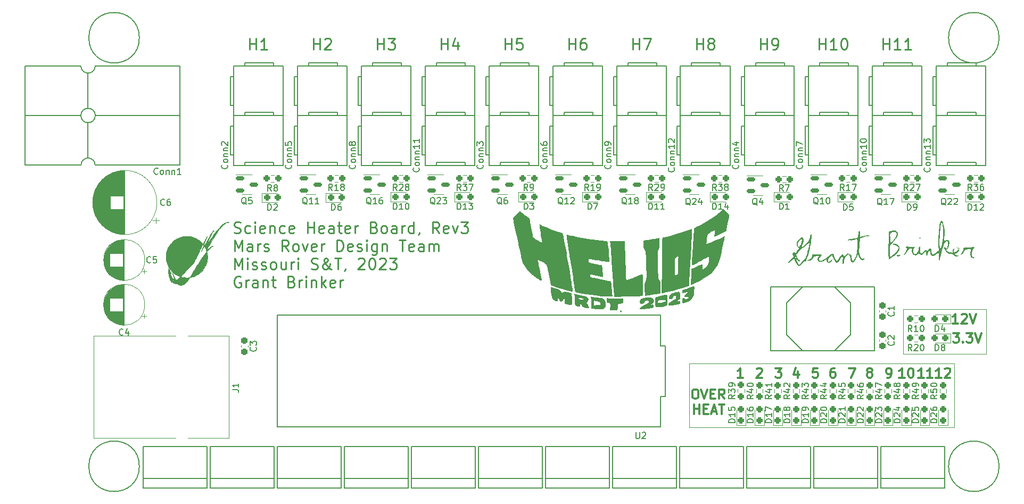
<source format=gto>
%TF.GenerationSoftware,KiCad,Pcbnew,(6.0.10)*%
%TF.CreationDate,2023-05-07T18:06:42-05:00*%
%TF.ProjectId,Hardware_Rev1,48617264-7761-4726-955f-526576312e6b,rev?*%
%TF.SameCoordinates,Original*%
%TF.FileFunction,Legend,Top*%
%TF.FilePolarity,Positive*%
%FSLAX46Y46*%
G04 Gerber Fmt 4.6, Leading zero omitted, Abs format (unit mm)*
G04 Created by KiCad (PCBNEW (6.0.10)) date 2023-05-07 18:06:42*
%MOMM*%
%LPD*%
G01*
G04 APERTURE LIST*
G04 Aperture macros list*
%AMRoundRect*
0 Rectangle with rounded corners*
0 $1 Rounding radius*
0 $2 $3 $4 $5 $6 $7 $8 $9 X,Y pos of 4 corners*
0 Add a 4 corners polygon primitive as box body*
4,1,4,$2,$3,$4,$5,$6,$7,$8,$9,$2,$3,0*
0 Add four circle primitives for the rounded corners*
1,1,$1+$1,$2,$3*
1,1,$1+$1,$4,$5*
1,1,$1+$1,$6,$7*
1,1,$1+$1,$8,$9*
0 Add four rect primitives between the rounded corners*
20,1,$1+$1,$2,$3,$4,$5,0*
20,1,$1+$1,$4,$5,$6,$7,0*
20,1,$1+$1,$6,$7,$8,$9,0*
20,1,$1+$1,$8,$9,$2,$3,0*%
G04 Aperture macros list end*
%ADD10C,0.120000*%
%ADD11C,0.254000*%
%ADD12C,0.300000*%
%ADD13C,0.228600*%
%ADD14C,0.150000*%
%ADD15C,0.010000*%
%ADD16C,0.127000*%
%ADD17C,0.200000*%
%ADD18O,3.000000X5.100000*%
%ADD19RoundRect,0.237500X0.237500X-0.250000X0.237500X0.250000X-0.237500X0.250000X-0.237500X-0.250000X0*%
%ADD20RoundRect,0.237500X0.237500X-0.287500X0.237500X0.287500X-0.237500X0.287500X-0.237500X-0.287500X0*%
%ADD21RoundRect,0.150000X-0.512500X-0.150000X0.512500X-0.150000X0.512500X0.150000X-0.512500X0.150000X0*%
%ADD22RoundRect,0.237500X-0.287500X-0.237500X0.287500X-0.237500X0.287500X0.237500X-0.287500X0.237500X0*%
%ADD23RoundRect,0.237500X0.250000X0.237500X-0.250000X0.237500X-0.250000X-0.237500X0.250000X-0.237500X0*%
%ADD24C,2.946400*%
%ADD25R,1.600000X1.600000*%
%ADD26C,1.600000*%
%ADD27C,1.524000*%
%ADD28RoundRect,0.237500X-0.237500X0.300000X-0.237500X-0.300000X0.237500X-0.300000X0.237500X0.300000X0*%
%ADD29RoundRect,0.237500X0.287500X0.237500X-0.287500X0.237500X-0.287500X-0.237500X0.287500X-0.237500X0*%
%ADD30C,1.100000*%
%ADD31C,1.400000*%
%ADD32C,4.000000*%
%ADD33C,2.000000*%
%ADD34RoundRect,0.237500X-0.250000X-0.237500X0.250000X-0.237500X0.250000X0.237500X-0.250000X0.237500X0*%
%ADD35C,1.308000*%
%ADD36C,1.208000*%
G04 APERTURE END LIST*
D10*
X171704000Y-114300000D02*
X213868000Y-114300000D01*
X213868000Y-114300000D02*
X213868000Y-104140000D01*
X213868000Y-104140000D02*
X171704000Y-104140000D01*
X171704000Y-104140000D02*
X171704000Y-114300000D01*
X205740000Y-102616000D02*
X218948000Y-102616000D01*
X218948000Y-102616000D02*
X218948000Y-95504000D01*
X218948000Y-95504000D02*
X205740000Y-95504000D01*
X205740000Y-95504000D02*
X205740000Y-102616000D01*
D11*
X111929333Y-54144333D02*
X111929333Y-52366333D01*
X111929333Y-53213000D02*
X112945333Y-53213000D01*
X112945333Y-54144333D02*
X112945333Y-52366333D01*
X113707333Y-52535666D02*
X113792000Y-52451000D01*
X113961333Y-52366333D01*
X114384666Y-52366333D01*
X114554000Y-52451000D01*
X114638666Y-52535666D01*
X114723333Y-52705000D01*
X114723333Y-52874333D01*
X114638666Y-53128333D01*
X113622666Y-54144333D01*
X114723333Y-54144333D01*
X202522666Y-54144333D02*
X202522666Y-52366333D01*
X202522666Y-53213000D02*
X203538666Y-53213000D01*
X203538666Y-54144333D02*
X203538666Y-52366333D01*
X205316666Y-54144333D02*
X204300666Y-54144333D01*
X204808666Y-54144333D02*
X204808666Y-52366333D01*
X204639333Y-52620333D01*
X204470000Y-52789666D01*
X204300666Y-52874333D01*
X207010000Y-54144333D02*
X205994000Y-54144333D01*
X206502000Y-54144333D02*
X206502000Y-52366333D01*
X206332666Y-52620333D01*
X206163333Y-52789666D01*
X205994000Y-52874333D01*
X192362666Y-54144333D02*
X192362666Y-52366333D01*
X192362666Y-53213000D02*
X193378666Y-53213000D01*
X193378666Y-54144333D02*
X193378666Y-52366333D01*
X195156666Y-54144333D02*
X194140666Y-54144333D01*
X194648666Y-54144333D02*
X194648666Y-52366333D01*
X194479333Y-52620333D01*
X194310000Y-52789666D01*
X194140666Y-52874333D01*
X196257333Y-52366333D02*
X196426666Y-52366333D01*
X196596000Y-52451000D01*
X196680666Y-52535666D01*
X196765333Y-52705000D01*
X196850000Y-53043666D01*
X196850000Y-53467000D01*
X196765333Y-53805666D01*
X196680666Y-53975000D01*
X196596000Y-54059666D01*
X196426666Y-54144333D01*
X196257333Y-54144333D01*
X196088000Y-54059666D01*
X196003333Y-53975000D01*
X195918666Y-53805666D01*
X195834000Y-53467000D01*
X195834000Y-53043666D01*
X195918666Y-52705000D01*
X196003333Y-52535666D01*
X196088000Y-52451000D01*
X196257333Y-52366333D01*
D12*
X192127142Y-104842571D02*
X191412857Y-104842571D01*
X191341428Y-105556857D01*
X191412857Y-105485428D01*
X191555714Y-105414000D01*
X191912857Y-105414000D01*
X192055714Y-105485428D01*
X192127142Y-105556857D01*
X192198571Y-105699714D01*
X192198571Y-106056857D01*
X192127142Y-106199714D01*
X192055714Y-106271142D01*
X191912857Y-106342571D01*
X191555714Y-106342571D01*
X191412857Y-106271142D01*
X191341428Y-106199714D01*
X185428000Y-104842571D02*
X186356571Y-104842571D01*
X185856571Y-105414000D01*
X186070857Y-105414000D01*
X186213714Y-105485428D01*
X186285142Y-105556857D01*
X186356571Y-105699714D01*
X186356571Y-106056857D01*
X186285142Y-106199714D01*
X186213714Y-106271142D01*
X186070857Y-106342571D01*
X185642285Y-106342571D01*
X185499428Y-106271142D01*
X185428000Y-106199714D01*
X214463428Y-97706571D02*
X213606285Y-97706571D01*
X214034857Y-97706571D02*
X214034857Y-96206571D01*
X213892000Y-96420857D01*
X213749142Y-96563714D01*
X213606285Y-96635142D01*
X215034857Y-96349428D02*
X215106285Y-96278000D01*
X215249142Y-96206571D01*
X215606285Y-96206571D01*
X215749142Y-96278000D01*
X215820571Y-96349428D01*
X215892000Y-96492285D01*
X215892000Y-96635142D01*
X215820571Y-96849428D01*
X214963428Y-97706571D01*
X215892000Y-97706571D01*
X216320571Y-96206571D02*
X216820571Y-97706571D01*
X217320571Y-96206571D01*
X194849714Y-104842571D02*
X194564000Y-104842571D01*
X194421142Y-104914000D01*
X194349714Y-104985428D01*
X194206857Y-105199714D01*
X194135428Y-105485428D01*
X194135428Y-106056857D01*
X194206857Y-106199714D01*
X194278285Y-106271142D01*
X194421142Y-106342571D01*
X194706857Y-106342571D01*
X194849714Y-106271142D01*
X194921142Y-106199714D01*
X194992571Y-106056857D01*
X194992571Y-105699714D01*
X194921142Y-105556857D01*
X194849714Y-105485428D01*
X194706857Y-105414000D01*
X194421142Y-105414000D01*
X194278285Y-105485428D01*
X194206857Y-105556857D01*
X194135428Y-105699714D01*
D11*
X101769333Y-54144333D02*
X101769333Y-52366333D01*
X101769333Y-53213000D02*
X102785333Y-53213000D01*
X102785333Y-54144333D02*
X102785333Y-52366333D01*
X104563333Y-54144333D02*
X103547333Y-54144333D01*
X104055333Y-54144333D02*
X104055333Y-52366333D01*
X103886000Y-52620333D01*
X103716666Y-52789666D01*
X103547333Y-52874333D01*
D12*
X172537714Y-108207071D02*
X172823428Y-108207071D01*
X172966285Y-108278500D01*
X173109142Y-108421357D01*
X173180571Y-108707071D01*
X173180571Y-109207071D01*
X173109142Y-109492785D01*
X172966285Y-109635642D01*
X172823428Y-109707071D01*
X172537714Y-109707071D01*
X172394857Y-109635642D01*
X172252000Y-109492785D01*
X172180571Y-109207071D01*
X172180571Y-108707071D01*
X172252000Y-108421357D01*
X172394857Y-108278500D01*
X172537714Y-108207071D01*
X173609142Y-108207071D02*
X174109142Y-109707071D01*
X174609142Y-108207071D01*
X175109142Y-108921357D02*
X175609142Y-108921357D01*
X175823428Y-109707071D02*
X175109142Y-109707071D01*
X175109142Y-108207071D01*
X175823428Y-108207071D01*
X177323428Y-109707071D02*
X176823428Y-108992785D01*
X176466285Y-109707071D02*
X176466285Y-108207071D01*
X177037714Y-108207071D01*
X177180571Y-108278500D01*
X177252000Y-108349928D01*
X177323428Y-108492785D01*
X177323428Y-108707071D01*
X177252000Y-108849928D01*
X177180571Y-108921357D01*
X177037714Y-108992785D01*
X176466285Y-108992785D01*
X172430571Y-112122071D02*
X172430571Y-110622071D01*
X172430571Y-111336357D02*
X173287714Y-111336357D01*
X173287714Y-112122071D02*
X173287714Y-110622071D01*
X174002000Y-111336357D02*
X174502000Y-111336357D01*
X174716285Y-112122071D02*
X174002000Y-112122071D01*
X174002000Y-110622071D01*
X174716285Y-110622071D01*
X175287714Y-111693500D02*
X176002000Y-111693500D01*
X175144857Y-112122071D02*
X175644857Y-110622071D01*
X176144857Y-112122071D01*
X176430571Y-110622071D02*
X177287714Y-110622071D01*
X176859142Y-112122071D02*
X176859142Y-110622071D01*
X189007714Y-105342571D02*
X189007714Y-106342571D01*
X188650571Y-104771142D02*
X188293428Y-105842571D01*
X189222000Y-105842571D01*
D11*
X142409333Y-54144333D02*
X142409333Y-52366333D01*
X142409333Y-53213000D02*
X143425333Y-53213000D01*
X143425333Y-54144333D02*
X143425333Y-52366333D01*
X145118666Y-52366333D02*
X144272000Y-52366333D01*
X144187333Y-53213000D01*
X144272000Y-53128333D01*
X144441333Y-53043666D01*
X144864666Y-53043666D01*
X145034000Y-53128333D01*
X145118666Y-53213000D01*
X145203333Y-53382333D01*
X145203333Y-53805666D01*
X145118666Y-53975000D01*
X145034000Y-54059666D01*
X144864666Y-54144333D01*
X144441333Y-54144333D01*
X144272000Y-54059666D01*
X144187333Y-53975000D01*
X183049333Y-54144333D02*
X183049333Y-52366333D01*
X183049333Y-53213000D02*
X184065333Y-53213000D01*
X184065333Y-54144333D02*
X184065333Y-52366333D01*
X184996666Y-54144333D02*
X185335333Y-54144333D01*
X185504666Y-54059666D01*
X185589333Y-53975000D01*
X185758666Y-53721000D01*
X185843333Y-53382333D01*
X185843333Y-52705000D01*
X185758666Y-52535666D01*
X185674000Y-52451000D01*
X185504666Y-52366333D01*
X185166000Y-52366333D01*
X184996666Y-52451000D01*
X184912000Y-52535666D01*
X184827333Y-52705000D01*
X184827333Y-53128333D01*
X184912000Y-53297666D01*
X184996666Y-53382333D01*
X185166000Y-53467000D01*
X185504666Y-53467000D01*
X185674000Y-53382333D01*
X185758666Y-53297666D01*
X185843333Y-53128333D01*
D12*
X180260571Y-106342571D02*
X179403428Y-106342571D01*
X179832000Y-106342571D02*
X179832000Y-104842571D01*
X179689142Y-105056857D01*
X179546285Y-105199714D01*
X179403428Y-105271142D01*
D11*
X122089333Y-54144333D02*
X122089333Y-52366333D01*
X122089333Y-53213000D02*
X123105333Y-53213000D01*
X123105333Y-54144333D02*
X123105333Y-52366333D01*
X123782666Y-52366333D02*
X124883333Y-52366333D01*
X124290666Y-53043666D01*
X124544666Y-53043666D01*
X124714000Y-53128333D01*
X124798666Y-53213000D01*
X124883333Y-53382333D01*
X124883333Y-53805666D01*
X124798666Y-53975000D01*
X124714000Y-54059666D01*
X124544666Y-54144333D01*
X124036666Y-54144333D01*
X123867333Y-54059666D01*
X123782666Y-53975000D01*
X162729333Y-54144333D02*
X162729333Y-52366333D01*
X162729333Y-53213000D02*
X163745333Y-53213000D01*
X163745333Y-54144333D02*
X163745333Y-52366333D01*
X164422666Y-52366333D02*
X165608000Y-52366333D01*
X164846000Y-54144333D01*
D12*
X200263142Y-105485428D02*
X200120285Y-105414000D01*
X200048857Y-105342571D01*
X199977428Y-105199714D01*
X199977428Y-105128285D01*
X200048857Y-104985428D01*
X200120285Y-104914000D01*
X200263142Y-104842571D01*
X200548857Y-104842571D01*
X200691714Y-104914000D01*
X200763142Y-104985428D01*
X200834571Y-105128285D01*
X200834571Y-105199714D01*
X200763142Y-105342571D01*
X200691714Y-105414000D01*
X200548857Y-105485428D01*
X200263142Y-105485428D01*
X200120285Y-105556857D01*
X200048857Y-105628285D01*
X199977428Y-105771142D01*
X199977428Y-106056857D01*
X200048857Y-106199714D01*
X200120285Y-106271142D01*
X200263142Y-106342571D01*
X200548857Y-106342571D01*
X200691714Y-106271142D01*
X200763142Y-106199714D01*
X200834571Y-106056857D01*
X200834571Y-105771142D01*
X200763142Y-105628285D01*
X200691714Y-105556857D01*
X200548857Y-105485428D01*
X205962285Y-106342571D02*
X205105142Y-106342571D01*
X205533714Y-106342571D02*
X205533714Y-104842571D01*
X205390857Y-105056857D01*
X205248000Y-105199714D01*
X205105142Y-105271142D01*
X206890857Y-104842571D02*
X207033714Y-104842571D01*
X207176571Y-104914000D01*
X207248000Y-104985428D01*
X207319428Y-105128285D01*
X207390857Y-105414000D01*
X207390857Y-105771142D01*
X207319428Y-106056857D01*
X207248000Y-106199714D01*
X207176571Y-106271142D01*
X207033714Y-106342571D01*
X206890857Y-106342571D01*
X206748000Y-106271142D01*
X206676571Y-106199714D01*
X206605142Y-106056857D01*
X206533714Y-105771142D01*
X206533714Y-105414000D01*
X206605142Y-105128285D01*
X206676571Y-104985428D01*
X206748000Y-104914000D01*
X206890857Y-104842571D01*
D11*
X172889333Y-54144333D02*
X172889333Y-52366333D01*
X172889333Y-53213000D02*
X173905333Y-53213000D01*
X173905333Y-54144333D02*
X173905333Y-52366333D01*
X175006000Y-53128333D02*
X174836666Y-53043666D01*
X174752000Y-52959000D01*
X174667333Y-52789666D01*
X174667333Y-52705000D01*
X174752000Y-52535666D01*
X174836666Y-52451000D01*
X175006000Y-52366333D01*
X175344666Y-52366333D01*
X175514000Y-52451000D01*
X175598666Y-52535666D01*
X175683333Y-52705000D01*
X175683333Y-52789666D01*
X175598666Y-52959000D01*
X175514000Y-53043666D01*
X175344666Y-53128333D01*
X175006000Y-53128333D01*
X174836666Y-53213000D01*
X174752000Y-53297666D01*
X174667333Y-53467000D01*
X174667333Y-53805666D01*
X174752000Y-53975000D01*
X174836666Y-54059666D01*
X175006000Y-54144333D01*
X175344666Y-54144333D01*
X175514000Y-54059666D01*
X175598666Y-53975000D01*
X175683333Y-53805666D01*
X175683333Y-53467000D01*
X175598666Y-53297666D01*
X175514000Y-53213000D01*
X175344666Y-53128333D01*
D12*
X197112000Y-104842571D02*
X198112000Y-104842571D01*
X197469142Y-106342571D01*
X182451428Y-104985428D02*
X182522857Y-104914000D01*
X182665714Y-104842571D01*
X183022857Y-104842571D01*
X183165714Y-104914000D01*
X183237142Y-104985428D01*
X183308571Y-105128285D01*
X183308571Y-105271142D01*
X183237142Y-105485428D01*
X182380000Y-106342571D01*
X183308571Y-106342571D01*
D11*
X132249333Y-54144333D02*
X132249333Y-52366333D01*
X132249333Y-53213000D02*
X133265333Y-53213000D01*
X133265333Y-54144333D02*
X133265333Y-52366333D01*
X134874000Y-52959000D02*
X134874000Y-54144333D01*
X134450666Y-52281666D02*
X134027333Y-53551666D01*
X135128000Y-53551666D01*
D13*
X99293256Y-83293796D02*
X99547256Y-83378463D01*
X99970590Y-83378463D01*
X100139923Y-83293796D01*
X100224590Y-83209130D01*
X100309256Y-83039796D01*
X100309256Y-82870463D01*
X100224590Y-82701130D01*
X100139923Y-82616463D01*
X99970590Y-82531796D01*
X99631923Y-82447130D01*
X99462590Y-82362463D01*
X99377923Y-82277796D01*
X99293256Y-82108463D01*
X99293256Y-81939130D01*
X99377923Y-81769796D01*
X99462590Y-81685130D01*
X99631923Y-81600463D01*
X100055256Y-81600463D01*
X100309256Y-81685130D01*
X101833256Y-83293796D02*
X101663923Y-83378463D01*
X101325256Y-83378463D01*
X101155923Y-83293796D01*
X101071256Y-83209130D01*
X100986590Y-83039796D01*
X100986590Y-82531796D01*
X101071256Y-82362463D01*
X101155923Y-82277796D01*
X101325256Y-82193130D01*
X101663923Y-82193130D01*
X101833256Y-82277796D01*
X102595256Y-83378463D02*
X102595256Y-82193130D01*
X102595256Y-81600463D02*
X102510590Y-81685130D01*
X102595256Y-81769796D01*
X102679923Y-81685130D01*
X102595256Y-81600463D01*
X102595256Y-81769796D01*
X104119256Y-83293796D02*
X103949923Y-83378463D01*
X103611256Y-83378463D01*
X103441923Y-83293796D01*
X103357256Y-83124463D01*
X103357256Y-82447130D01*
X103441923Y-82277796D01*
X103611256Y-82193130D01*
X103949923Y-82193130D01*
X104119256Y-82277796D01*
X104203923Y-82447130D01*
X104203923Y-82616463D01*
X103357256Y-82785796D01*
X104965923Y-82193130D02*
X104965923Y-83378463D01*
X104965923Y-82362463D02*
X105050590Y-82277796D01*
X105219923Y-82193130D01*
X105473923Y-82193130D01*
X105643256Y-82277796D01*
X105727923Y-82447130D01*
X105727923Y-83378463D01*
X107336590Y-83293796D02*
X107167256Y-83378463D01*
X106828590Y-83378463D01*
X106659256Y-83293796D01*
X106574590Y-83209130D01*
X106489923Y-83039796D01*
X106489923Y-82531796D01*
X106574590Y-82362463D01*
X106659256Y-82277796D01*
X106828590Y-82193130D01*
X107167256Y-82193130D01*
X107336590Y-82277796D01*
X108775923Y-83293796D02*
X108606590Y-83378463D01*
X108267923Y-83378463D01*
X108098590Y-83293796D01*
X108013923Y-83124463D01*
X108013923Y-82447130D01*
X108098590Y-82277796D01*
X108267923Y-82193130D01*
X108606590Y-82193130D01*
X108775923Y-82277796D01*
X108860590Y-82447130D01*
X108860590Y-82616463D01*
X108013923Y-82785796D01*
X110977256Y-83378463D02*
X110977256Y-81600463D01*
X110977256Y-82447130D02*
X111993256Y-82447130D01*
X111993256Y-83378463D02*
X111993256Y-81600463D01*
X113517256Y-83293796D02*
X113347923Y-83378463D01*
X113009256Y-83378463D01*
X112839923Y-83293796D01*
X112755256Y-83124463D01*
X112755256Y-82447130D01*
X112839923Y-82277796D01*
X113009256Y-82193130D01*
X113347923Y-82193130D01*
X113517256Y-82277796D01*
X113601923Y-82447130D01*
X113601923Y-82616463D01*
X112755256Y-82785796D01*
X115125923Y-83378463D02*
X115125923Y-82447130D01*
X115041256Y-82277796D01*
X114871923Y-82193130D01*
X114533256Y-82193130D01*
X114363923Y-82277796D01*
X115125923Y-83293796D02*
X114956590Y-83378463D01*
X114533256Y-83378463D01*
X114363923Y-83293796D01*
X114279256Y-83124463D01*
X114279256Y-82955130D01*
X114363923Y-82785796D01*
X114533256Y-82701130D01*
X114956590Y-82701130D01*
X115125923Y-82616463D01*
X115718590Y-82193130D02*
X116395923Y-82193130D01*
X115972590Y-81600463D02*
X115972590Y-83124463D01*
X116057256Y-83293796D01*
X116226590Y-83378463D01*
X116395923Y-83378463D01*
X117665923Y-83293796D02*
X117496590Y-83378463D01*
X117157923Y-83378463D01*
X116988590Y-83293796D01*
X116903923Y-83124463D01*
X116903923Y-82447130D01*
X116988590Y-82277796D01*
X117157923Y-82193130D01*
X117496590Y-82193130D01*
X117665923Y-82277796D01*
X117750590Y-82447130D01*
X117750590Y-82616463D01*
X116903923Y-82785796D01*
X118512590Y-83378463D02*
X118512590Y-82193130D01*
X118512590Y-82531796D02*
X118597256Y-82362463D01*
X118681923Y-82277796D01*
X118851256Y-82193130D01*
X119020590Y-82193130D01*
X121560590Y-82447130D02*
X121814590Y-82531796D01*
X121899256Y-82616463D01*
X121983923Y-82785796D01*
X121983923Y-83039796D01*
X121899256Y-83209130D01*
X121814590Y-83293796D01*
X121645256Y-83378463D01*
X120967923Y-83378463D01*
X120967923Y-81600463D01*
X121560590Y-81600463D01*
X121729923Y-81685130D01*
X121814590Y-81769796D01*
X121899256Y-81939130D01*
X121899256Y-82108463D01*
X121814590Y-82277796D01*
X121729923Y-82362463D01*
X121560590Y-82447130D01*
X120967923Y-82447130D01*
X122999923Y-83378463D02*
X122830590Y-83293796D01*
X122745923Y-83209130D01*
X122661256Y-83039796D01*
X122661256Y-82531796D01*
X122745923Y-82362463D01*
X122830590Y-82277796D01*
X122999923Y-82193130D01*
X123253923Y-82193130D01*
X123423256Y-82277796D01*
X123507923Y-82362463D01*
X123592590Y-82531796D01*
X123592590Y-83039796D01*
X123507923Y-83209130D01*
X123423256Y-83293796D01*
X123253923Y-83378463D01*
X122999923Y-83378463D01*
X125116590Y-83378463D02*
X125116590Y-82447130D01*
X125031923Y-82277796D01*
X124862590Y-82193130D01*
X124523923Y-82193130D01*
X124354590Y-82277796D01*
X125116590Y-83293796D02*
X124947256Y-83378463D01*
X124523923Y-83378463D01*
X124354590Y-83293796D01*
X124269923Y-83124463D01*
X124269923Y-82955130D01*
X124354590Y-82785796D01*
X124523923Y-82701130D01*
X124947256Y-82701130D01*
X125116590Y-82616463D01*
X125963256Y-83378463D02*
X125963256Y-82193130D01*
X125963256Y-82531796D02*
X126047923Y-82362463D01*
X126132590Y-82277796D01*
X126301923Y-82193130D01*
X126471256Y-82193130D01*
X127825923Y-83378463D02*
X127825923Y-81600463D01*
X127825923Y-83293796D02*
X127656590Y-83378463D01*
X127317923Y-83378463D01*
X127148590Y-83293796D01*
X127063923Y-83209130D01*
X126979256Y-83039796D01*
X126979256Y-82531796D01*
X127063923Y-82362463D01*
X127148590Y-82277796D01*
X127317923Y-82193130D01*
X127656590Y-82193130D01*
X127825923Y-82277796D01*
X128757256Y-83293796D02*
X128757256Y-83378463D01*
X128672590Y-83547796D01*
X128587923Y-83632463D01*
X131889923Y-83378463D02*
X131297256Y-82531796D01*
X130873923Y-83378463D02*
X130873923Y-81600463D01*
X131551256Y-81600463D01*
X131720590Y-81685130D01*
X131805256Y-81769796D01*
X131889923Y-81939130D01*
X131889923Y-82193130D01*
X131805256Y-82362463D01*
X131720590Y-82447130D01*
X131551256Y-82531796D01*
X130873923Y-82531796D01*
X133329256Y-83293796D02*
X133159923Y-83378463D01*
X132821256Y-83378463D01*
X132651923Y-83293796D01*
X132567256Y-83124463D01*
X132567256Y-82447130D01*
X132651923Y-82277796D01*
X132821256Y-82193130D01*
X133159923Y-82193130D01*
X133329256Y-82277796D01*
X133413923Y-82447130D01*
X133413923Y-82616463D01*
X132567256Y-82785796D01*
X134006590Y-82193130D02*
X134429923Y-83378463D01*
X134853256Y-82193130D01*
X135361256Y-81600463D02*
X136461923Y-81600463D01*
X135869256Y-82277796D01*
X136123256Y-82277796D01*
X136292590Y-82362463D01*
X136377256Y-82447130D01*
X136461923Y-82616463D01*
X136461923Y-83039796D01*
X136377256Y-83209130D01*
X136292590Y-83293796D01*
X136123256Y-83378463D01*
X135615256Y-83378463D01*
X135445923Y-83293796D01*
X135361256Y-83209130D01*
X99377923Y-86241043D02*
X99377923Y-84463043D01*
X99970590Y-85733043D01*
X100563256Y-84463043D01*
X100563256Y-86241043D01*
X102171923Y-86241043D02*
X102171923Y-85309710D01*
X102087256Y-85140376D01*
X101917923Y-85055710D01*
X101579256Y-85055710D01*
X101409923Y-85140376D01*
X102171923Y-86156376D02*
X102002590Y-86241043D01*
X101579256Y-86241043D01*
X101409923Y-86156376D01*
X101325256Y-85987043D01*
X101325256Y-85817710D01*
X101409923Y-85648376D01*
X101579256Y-85563710D01*
X102002590Y-85563710D01*
X102171923Y-85479043D01*
X103018590Y-86241043D02*
X103018590Y-85055710D01*
X103018590Y-85394376D02*
X103103256Y-85225043D01*
X103187923Y-85140376D01*
X103357256Y-85055710D01*
X103526590Y-85055710D01*
X104034590Y-86156376D02*
X104203923Y-86241043D01*
X104542590Y-86241043D01*
X104711923Y-86156376D01*
X104796590Y-85987043D01*
X104796590Y-85902376D01*
X104711923Y-85733043D01*
X104542590Y-85648376D01*
X104288590Y-85648376D01*
X104119256Y-85563710D01*
X104034590Y-85394376D01*
X104034590Y-85309710D01*
X104119256Y-85140376D01*
X104288590Y-85055710D01*
X104542590Y-85055710D01*
X104711923Y-85140376D01*
X107929256Y-86241043D02*
X107336590Y-85394376D01*
X106913256Y-86241043D02*
X106913256Y-84463043D01*
X107590590Y-84463043D01*
X107759923Y-84547710D01*
X107844590Y-84632376D01*
X107929256Y-84801710D01*
X107929256Y-85055710D01*
X107844590Y-85225043D01*
X107759923Y-85309710D01*
X107590590Y-85394376D01*
X106913256Y-85394376D01*
X108945256Y-86241043D02*
X108775923Y-86156376D01*
X108691256Y-86071710D01*
X108606590Y-85902376D01*
X108606590Y-85394376D01*
X108691256Y-85225043D01*
X108775923Y-85140376D01*
X108945256Y-85055710D01*
X109199256Y-85055710D01*
X109368590Y-85140376D01*
X109453256Y-85225043D01*
X109537923Y-85394376D01*
X109537923Y-85902376D01*
X109453256Y-86071710D01*
X109368590Y-86156376D01*
X109199256Y-86241043D01*
X108945256Y-86241043D01*
X110130590Y-85055710D02*
X110553923Y-86241043D01*
X110977256Y-85055710D01*
X112331923Y-86156376D02*
X112162590Y-86241043D01*
X111823923Y-86241043D01*
X111654590Y-86156376D01*
X111569923Y-85987043D01*
X111569923Y-85309710D01*
X111654590Y-85140376D01*
X111823923Y-85055710D01*
X112162590Y-85055710D01*
X112331923Y-85140376D01*
X112416590Y-85309710D01*
X112416590Y-85479043D01*
X111569923Y-85648376D01*
X113178590Y-86241043D02*
X113178590Y-85055710D01*
X113178590Y-85394376D02*
X113263256Y-85225043D01*
X113347923Y-85140376D01*
X113517256Y-85055710D01*
X113686590Y-85055710D01*
X115633923Y-86241043D02*
X115633923Y-84463043D01*
X116057256Y-84463043D01*
X116311256Y-84547710D01*
X116480590Y-84717043D01*
X116565256Y-84886376D01*
X116649923Y-85225043D01*
X116649923Y-85479043D01*
X116565256Y-85817710D01*
X116480590Y-85987043D01*
X116311256Y-86156376D01*
X116057256Y-86241043D01*
X115633923Y-86241043D01*
X118089256Y-86156376D02*
X117919923Y-86241043D01*
X117581256Y-86241043D01*
X117411923Y-86156376D01*
X117327256Y-85987043D01*
X117327256Y-85309710D01*
X117411923Y-85140376D01*
X117581256Y-85055710D01*
X117919923Y-85055710D01*
X118089256Y-85140376D01*
X118173923Y-85309710D01*
X118173923Y-85479043D01*
X117327256Y-85648376D01*
X118851256Y-86156376D02*
X119020590Y-86241043D01*
X119359256Y-86241043D01*
X119528590Y-86156376D01*
X119613256Y-85987043D01*
X119613256Y-85902376D01*
X119528590Y-85733043D01*
X119359256Y-85648376D01*
X119105256Y-85648376D01*
X118935923Y-85563710D01*
X118851256Y-85394376D01*
X118851256Y-85309710D01*
X118935923Y-85140376D01*
X119105256Y-85055710D01*
X119359256Y-85055710D01*
X119528590Y-85140376D01*
X120375256Y-86241043D02*
X120375256Y-85055710D01*
X120375256Y-84463043D02*
X120290590Y-84547710D01*
X120375256Y-84632376D01*
X120459923Y-84547710D01*
X120375256Y-84463043D01*
X120375256Y-84632376D01*
X121983923Y-85055710D02*
X121983923Y-86495043D01*
X121899256Y-86664376D01*
X121814590Y-86749043D01*
X121645256Y-86833710D01*
X121391256Y-86833710D01*
X121221923Y-86749043D01*
X121983923Y-86156376D02*
X121814590Y-86241043D01*
X121475923Y-86241043D01*
X121306590Y-86156376D01*
X121221923Y-86071710D01*
X121137256Y-85902376D01*
X121137256Y-85394376D01*
X121221923Y-85225043D01*
X121306590Y-85140376D01*
X121475923Y-85055710D01*
X121814590Y-85055710D01*
X121983923Y-85140376D01*
X122830590Y-85055710D02*
X122830590Y-86241043D01*
X122830590Y-85225043D02*
X122915256Y-85140376D01*
X123084590Y-85055710D01*
X123338590Y-85055710D01*
X123507923Y-85140376D01*
X123592590Y-85309710D01*
X123592590Y-86241043D01*
X125539923Y-84463043D02*
X126555923Y-84463043D01*
X126047923Y-86241043D02*
X126047923Y-84463043D01*
X127825923Y-86156376D02*
X127656590Y-86241043D01*
X127317923Y-86241043D01*
X127148590Y-86156376D01*
X127063923Y-85987043D01*
X127063923Y-85309710D01*
X127148590Y-85140376D01*
X127317923Y-85055710D01*
X127656590Y-85055710D01*
X127825923Y-85140376D01*
X127910590Y-85309710D01*
X127910590Y-85479043D01*
X127063923Y-85648376D01*
X129434590Y-86241043D02*
X129434590Y-85309710D01*
X129349923Y-85140376D01*
X129180590Y-85055710D01*
X128841923Y-85055710D01*
X128672590Y-85140376D01*
X129434590Y-86156376D02*
X129265256Y-86241043D01*
X128841923Y-86241043D01*
X128672590Y-86156376D01*
X128587923Y-85987043D01*
X128587923Y-85817710D01*
X128672590Y-85648376D01*
X128841923Y-85563710D01*
X129265256Y-85563710D01*
X129434590Y-85479043D01*
X130281256Y-86241043D02*
X130281256Y-85055710D01*
X130281256Y-85225043D02*
X130365923Y-85140376D01*
X130535256Y-85055710D01*
X130789256Y-85055710D01*
X130958590Y-85140376D01*
X131043256Y-85309710D01*
X131043256Y-86241043D01*
X131043256Y-85309710D02*
X131127923Y-85140376D01*
X131297256Y-85055710D01*
X131551256Y-85055710D01*
X131720590Y-85140376D01*
X131805256Y-85309710D01*
X131805256Y-86241043D01*
X99377923Y-89103623D02*
X99377923Y-87325623D01*
X99970590Y-88595623D01*
X100563256Y-87325623D01*
X100563256Y-89103623D01*
X101409923Y-89103623D02*
X101409923Y-87918290D01*
X101409923Y-87325623D02*
X101325256Y-87410290D01*
X101409923Y-87494956D01*
X101494590Y-87410290D01*
X101409923Y-87325623D01*
X101409923Y-87494956D01*
X102171923Y-89018956D02*
X102341256Y-89103623D01*
X102679923Y-89103623D01*
X102849256Y-89018956D01*
X102933923Y-88849623D01*
X102933923Y-88764956D01*
X102849256Y-88595623D01*
X102679923Y-88510956D01*
X102425923Y-88510956D01*
X102256590Y-88426290D01*
X102171923Y-88256956D01*
X102171923Y-88172290D01*
X102256590Y-88002956D01*
X102425923Y-87918290D01*
X102679923Y-87918290D01*
X102849256Y-88002956D01*
X103611256Y-89018956D02*
X103780590Y-89103623D01*
X104119256Y-89103623D01*
X104288590Y-89018956D01*
X104373256Y-88849623D01*
X104373256Y-88764956D01*
X104288590Y-88595623D01*
X104119256Y-88510956D01*
X103865256Y-88510956D01*
X103695923Y-88426290D01*
X103611256Y-88256956D01*
X103611256Y-88172290D01*
X103695923Y-88002956D01*
X103865256Y-87918290D01*
X104119256Y-87918290D01*
X104288590Y-88002956D01*
X105389256Y-89103623D02*
X105219923Y-89018956D01*
X105135256Y-88934290D01*
X105050590Y-88764956D01*
X105050590Y-88256956D01*
X105135256Y-88087623D01*
X105219923Y-88002956D01*
X105389256Y-87918290D01*
X105643256Y-87918290D01*
X105812590Y-88002956D01*
X105897256Y-88087623D01*
X105981923Y-88256956D01*
X105981923Y-88764956D01*
X105897256Y-88934290D01*
X105812590Y-89018956D01*
X105643256Y-89103623D01*
X105389256Y-89103623D01*
X107505923Y-87918290D02*
X107505923Y-89103623D01*
X106743923Y-87918290D02*
X106743923Y-88849623D01*
X106828590Y-89018956D01*
X106997923Y-89103623D01*
X107251923Y-89103623D01*
X107421256Y-89018956D01*
X107505923Y-88934290D01*
X108352590Y-89103623D02*
X108352590Y-87918290D01*
X108352590Y-88256956D02*
X108437256Y-88087623D01*
X108521923Y-88002956D01*
X108691256Y-87918290D01*
X108860590Y-87918290D01*
X109453256Y-89103623D02*
X109453256Y-87918290D01*
X109453256Y-87325623D02*
X109368590Y-87410290D01*
X109453256Y-87494956D01*
X109537923Y-87410290D01*
X109453256Y-87325623D01*
X109453256Y-87494956D01*
X111569923Y-89018956D02*
X111823923Y-89103623D01*
X112247256Y-89103623D01*
X112416590Y-89018956D01*
X112501256Y-88934290D01*
X112585923Y-88764956D01*
X112585923Y-88595623D01*
X112501256Y-88426290D01*
X112416590Y-88341623D01*
X112247256Y-88256956D01*
X111908590Y-88172290D01*
X111739256Y-88087623D01*
X111654590Y-88002956D01*
X111569923Y-87833623D01*
X111569923Y-87664290D01*
X111654590Y-87494956D01*
X111739256Y-87410290D01*
X111908590Y-87325623D01*
X112331923Y-87325623D01*
X112585923Y-87410290D01*
X114787256Y-89103623D02*
X114702590Y-89103623D01*
X114533256Y-89018956D01*
X114279256Y-88764956D01*
X113855923Y-88256956D01*
X113686590Y-88002956D01*
X113601923Y-87748956D01*
X113601923Y-87579623D01*
X113686590Y-87410290D01*
X113855923Y-87325623D01*
X113940590Y-87325623D01*
X114109923Y-87410290D01*
X114194590Y-87579623D01*
X114194590Y-87664290D01*
X114109923Y-87833623D01*
X114025256Y-87918290D01*
X113517256Y-88256956D01*
X113432590Y-88341623D01*
X113347923Y-88510956D01*
X113347923Y-88764956D01*
X113432590Y-88934290D01*
X113517256Y-89018956D01*
X113686590Y-89103623D01*
X113940590Y-89103623D01*
X114109923Y-89018956D01*
X114194590Y-88934290D01*
X114448590Y-88595623D01*
X114533256Y-88341623D01*
X114533256Y-88172290D01*
X115295256Y-87325623D02*
X116311256Y-87325623D01*
X115803256Y-89103623D02*
X115803256Y-87325623D01*
X116988590Y-89018956D02*
X116988590Y-89103623D01*
X116903923Y-89272956D01*
X116819256Y-89357623D01*
X119020590Y-87494956D02*
X119105256Y-87410290D01*
X119274590Y-87325623D01*
X119697923Y-87325623D01*
X119867256Y-87410290D01*
X119951923Y-87494956D01*
X120036590Y-87664290D01*
X120036590Y-87833623D01*
X119951923Y-88087623D01*
X118935923Y-89103623D01*
X120036590Y-89103623D01*
X121137256Y-87325623D02*
X121306590Y-87325623D01*
X121475923Y-87410290D01*
X121560590Y-87494956D01*
X121645256Y-87664290D01*
X121729923Y-88002956D01*
X121729923Y-88426290D01*
X121645256Y-88764956D01*
X121560590Y-88934290D01*
X121475923Y-89018956D01*
X121306590Y-89103623D01*
X121137256Y-89103623D01*
X120967923Y-89018956D01*
X120883256Y-88934290D01*
X120798590Y-88764956D01*
X120713923Y-88426290D01*
X120713923Y-88002956D01*
X120798590Y-87664290D01*
X120883256Y-87494956D01*
X120967923Y-87410290D01*
X121137256Y-87325623D01*
X122407256Y-87494956D02*
X122491923Y-87410290D01*
X122661256Y-87325623D01*
X123084590Y-87325623D01*
X123253923Y-87410290D01*
X123338590Y-87494956D01*
X123423256Y-87664290D01*
X123423256Y-87833623D01*
X123338590Y-88087623D01*
X122322590Y-89103623D01*
X123423256Y-89103623D01*
X124015923Y-87325623D02*
X125116590Y-87325623D01*
X124523923Y-88002956D01*
X124777923Y-88002956D01*
X124947256Y-88087623D01*
X125031923Y-88172290D01*
X125116590Y-88341623D01*
X125116590Y-88764956D01*
X125031923Y-88934290D01*
X124947256Y-89018956D01*
X124777923Y-89103623D01*
X124269923Y-89103623D01*
X124100590Y-89018956D01*
X124015923Y-88934290D01*
X100309256Y-90272870D02*
X100139923Y-90188203D01*
X99885923Y-90188203D01*
X99631923Y-90272870D01*
X99462590Y-90442203D01*
X99377923Y-90611536D01*
X99293256Y-90950203D01*
X99293256Y-91204203D01*
X99377923Y-91542870D01*
X99462590Y-91712203D01*
X99631923Y-91881536D01*
X99885923Y-91966203D01*
X100055256Y-91966203D01*
X100309256Y-91881536D01*
X100393923Y-91796870D01*
X100393923Y-91204203D01*
X100055256Y-91204203D01*
X101155923Y-91966203D02*
X101155923Y-90780870D01*
X101155923Y-91119536D02*
X101240590Y-90950203D01*
X101325256Y-90865536D01*
X101494590Y-90780870D01*
X101663923Y-90780870D01*
X103018590Y-91966203D02*
X103018590Y-91034870D01*
X102933923Y-90865536D01*
X102764590Y-90780870D01*
X102425923Y-90780870D01*
X102256590Y-90865536D01*
X103018590Y-91881536D02*
X102849256Y-91966203D01*
X102425923Y-91966203D01*
X102256590Y-91881536D01*
X102171923Y-91712203D01*
X102171923Y-91542870D01*
X102256590Y-91373536D01*
X102425923Y-91288870D01*
X102849256Y-91288870D01*
X103018590Y-91204203D01*
X103865256Y-90780870D02*
X103865256Y-91966203D01*
X103865256Y-90950203D02*
X103949923Y-90865536D01*
X104119256Y-90780870D01*
X104373256Y-90780870D01*
X104542590Y-90865536D01*
X104627256Y-91034870D01*
X104627256Y-91966203D01*
X105219923Y-90780870D02*
X105897256Y-90780870D01*
X105473923Y-90188203D02*
X105473923Y-91712203D01*
X105558590Y-91881536D01*
X105727923Y-91966203D01*
X105897256Y-91966203D01*
X108437256Y-91034870D02*
X108691256Y-91119536D01*
X108775923Y-91204203D01*
X108860590Y-91373536D01*
X108860590Y-91627536D01*
X108775923Y-91796870D01*
X108691256Y-91881536D01*
X108521923Y-91966203D01*
X107844590Y-91966203D01*
X107844590Y-90188203D01*
X108437256Y-90188203D01*
X108606590Y-90272870D01*
X108691256Y-90357536D01*
X108775923Y-90526870D01*
X108775923Y-90696203D01*
X108691256Y-90865536D01*
X108606590Y-90950203D01*
X108437256Y-91034870D01*
X107844590Y-91034870D01*
X109622590Y-91966203D02*
X109622590Y-90780870D01*
X109622590Y-91119536D02*
X109707256Y-90950203D01*
X109791923Y-90865536D01*
X109961256Y-90780870D01*
X110130590Y-90780870D01*
X110723256Y-91966203D02*
X110723256Y-90780870D01*
X110723256Y-90188203D02*
X110638590Y-90272870D01*
X110723256Y-90357536D01*
X110807923Y-90272870D01*
X110723256Y-90188203D01*
X110723256Y-90357536D01*
X111569923Y-90780870D02*
X111569923Y-91966203D01*
X111569923Y-90950203D02*
X111654590Y-90865536D01*
X111823923Y-90780870D01*
X112077923Y-90780870D01*
X112247256Y-90865536D01*
X112331923Y-91034870D01*
X112331923Y-91966203D01*
X113178590Y-91966203D02*
X113178590Y-90188203D01*
X113347923Y-91288870D02*
X113855923Y-91966203D01*
X113855923Y-90780870D02*
X113178590Y-91458203D01*
X115295256Y-91881536D02*
X115125923Y-91966203D01*
X114787256Y-91966203D01*
X114617923Y-91881536D01*
X114533256Y-91712203D01*
X114533256Y-91034870D01*
X114617923Y-90865536D01*
X114787256Y-90780870D01*
X115125923Y-90780870D01*
X115295256Y-90865536D01*
X115379923Y-91034870D01*
X115379923Y-91204203D01*
X114533256Y-91373536D01*
X116141923Y-91966203D02*
X116141923Y-90780870D01*
X116141923Y-91119536D02*
X116226590Y-90950203D01*
X116311256Y-90865536D01*
X116480590Y-90780870D01*
X116649923Y-90780870D01*
D12*
X203168285Y-106342571D02*
X203454000Y-106342571D01*
X203596857Y-106271142D01*
X203668285Y-106199714D01*
X203811142Y-105985428D01*
X203882571Y-105699714D01*
X203882571Y-105128285D01*
X203811142Y-104985428D01*
X203739714Y-104914000D01*
X203596857Y-104842571D01*
X203311142Y-104842571D01*
X203168285Y-104914000D01*
X203096857Y-104985428D01*
X203025428Y-105128285D01*
X203025428Y-105485428D01*
X203096857Y-105628285D01*
X203168285Y-105699714D01*
X203311142Y-105771142D01*
X203596857Y-105771142D01*
X203739714Y-105699714D01*
X203811142Y-105628285D01*
X203882571Y-105485428D01*
X209010285Y-106342571D02*
X208153142Y-106342571D01*
X208581714Y-106342571D02*
X208581714Y-104842571D01*
X208438857Y-105056857D01*
X208296000Y-105199714D01*
X208153142Y-105271142D01*
X210438857Y-106342571D02*
X209581714Y-106342571D01*
X210010285Y-106342571D02*
X210010285Y-104842571D01*
X209867428Y-105056857D01*
X209724571Y-105199714D01*
X209581714Y-105271142D01*
X213685714Y-99254571D02*
X214614285Y-99254571D01*
X214114285Y-99826000D01*
X214328571Y-99826000D01*
X214471428Y-99897428D01*
X214542857Y-99968857D01*
X214614285Y-100111714D01*
X214614285Y-100468857D01*
X214542857Y-100611714D01*
X214471428Y-100683142D01*
X214328571Y-100754571D01*
X213900000Y-100754571D01*
X213757142Y-100683142D01*
X213685714Y-100611714D01*
X215257142Y-100611714D02*
X215328571Y-100683142D01*
X215257142Y-100754571D01*
X215185714Y-100683142D01*
X215257142Y-100611714D01*
X215257142Y-100754571D01*
X215828571Y-99254571D02*
X216757142Y-99254571D01*
X216257142Y-99826000D01*
X216471428Y-99826000D01*
X216614285Y-99897428D01*
X216685714Y-99968857D01*
X216757142Y-100111714D01*
X216757142Y-100468857D01*
X216685714Y-100611714D01*
X216614285Y-100683142D01*
X216471428Y-100754571D01*
X216042857Y-100754571D01*
X215900000Y-100683142D01*
X215828571Y-100611714D01*
X217185714Y-99254571D02*
X217685714Y-100754571D01*
X218185714Y-99254571D01*
X211804285Y-106342571D02*
X210947142Y-106342571D01*
X211375714Y-106342571D02*
X211375714Y-104842571D01*
X211232857Y-105056857D01*
X211090000Y-105199714D01*
X210947142Y-105271142D01*
X212375714Y-104985428D02*
X212447142Y-104914000D01*
X212590000Y-104842571D01*
X212947142Y-104842571D01*
X213090000Y-104914000D01*
X213161428Y-104985428D01*
X213232857Y-105128285D01*
X213232857Y-105271142D01*
X213161428Y-105485428D01*
X212304285Y-106342571D01*
X213232857Y-106342571D01*
D11*
X152569333Y-54144333D02*
X152569333Y-52366333D01*
X152569333Y-53213000D02*
X153585333Y-53213000D01*
X153585333Y-54144333D02*
X153585333Y-52366333D01*
X155194000Y-52366333D02*
X154855333Y-52366333D01*
X154686000Y-52451000D01*
X154601333Y-52535666D01*
X154432000Y-52789666D01*
X154347333Y-53128333D01*
X154347333Y-53805666D01*
X154432000Y-53975000D01*
X154516666Y-54059666D01*
X154686000Y-54144333D01*
X155024666Y-54144333D01*
X155194000Y-54059666D01*
X155278666Y-53975000D01*
X155363333Y-53805666D01*
X155363333Y-53382333D01*
X155278666Y-53213000D01*
X155194000Y-53128333D01*
X155024666Y-53043666D01*
X154686000Y-53043666D01*
X154516666Y-53128333D01*
X154432000Y-53213000D01*
X154347333Y-53382333D01*
D14*
X159157142Y-72493809D02*
X159204761Y-72541428D01*
X159252380Y-72684285D01*
X159252380Y-72779523D01*
X159204761Y-72922380D01*
X159109523Y-73017619D01*
X159014285Y-73065238D01*
X158823809Y-73112857D01*
X158680952Y-73112857D01*
X158490476Y-73065238D01*
X158395238Y-73017619D01*
X158300000Y-72922380D01*
X158252380Y-72779523D01*
X158252380Y-72684285D01*
X158300000Y-72541428D01*
X158347619Y-72493809D01*
X159252380Y-71922380D02*
X159204761Y-72017619D01*
X159157142Y-72065238D01*
X159061904Y-72112857D01*
X158776190Y-72112857D01*
X158680952Y-72065238D01*
X158633333Y-72017619D01*
X158585714Y-71922380D01*
X158585714Y-71779523D01*
X158633333Y-71684285D01*
X158680952Y-71636666D01*
X158776190Y-71589047D01*
X159061904Y-71589047D01*
X159157142Y-71636666D01*
X159204761Y-71684285D01*
X159252380Y-71779523D01*
X159252380Y-71922380D01*
X158585714Y-71160476D02*
X159252380Y-71160476D01*
X158680952Y-71160476D02*
X158633333Y-71112857D01*
X158585714Y-71017619D01*
X158585714Y-70874761D01*
X158633333Y-70779523D01*
X158728571Y-70731904D01*
X159252380Y-70731904D01*
X158585714Y-70255714D02*
X159252380Y-70255714D01*
X158680952Y-70255714D02*
X158633333Y-70208095D01*
X158585714Y-70112857D01*
X158585714Y-69970000D01*
X158633333Y-69874761D01*
X158728571Y-69827142D01*
X159252380Y-69827142D01*
X159252380Y-69303333D02*
X159252380Y-69112857D01*
X159204761Y-69017619D01*
X159157142Y-68970000D01*
X159014285Y-68874761D01*
X158823809Y-68827142D01*
X158442857Y-68827142D01*
X158347619Y-68874761D01*
X158300000Y-68922380D01*
X158252380Y-69017619D01*
X158252380Y-69208095D01*
X158300000Y-69303333D01*
X158347619Y-69350952D01*
X158442857Y-69398571D01*
X158680952Y-69398571D01*
X158776190Y-69350952D01*
X158823809Y-69303333D01*
X158871428Y-69208095D01*
X158871428Y-69017619D01*
X158823809Y-68922380D01*
X158776190Y-68874761D01*
X158680952Y-68827142D01*
X205270380Y-109100857D02*
X204794190Y-109434190D01*
X205270380Y-109672285D02*
X204270380Y-109672285D01*
X204270380Y-109291333D01*
X204318000Y-109196095D01*
X204365619Y-109148476D01*
X204460857Y-109100857D01*
X204603714Y-109100857D01*
X204698952Y-109148476D01*
X204746571Y-109196095D01*
X204794190Y-109291333D01*
X204794190Y-109672285D01*
X204603714Y-108243714D02*
X205270380Y-108243714D01*
X204222761Y-108481809D02*
X204937047Y-108719904D01*
X204937047Y-108100857D01*
X204698952Y-107577047D02*
X204651333Y-107672285D01*
X204603714Y-107719904D01*
X204508476Y-107767523D01*
X204460857Y-107767523D01*
X204365619Y-107719904D01*
X204318000Y-107672285D01*
X204270380Y-107577047D01*
X204270380Y-107386571D01*
X204318000Y-107291333D01*
X204365619Y-107243714D01*
X204460857Y-107196095D01*
X204508476Y-107196095D01*
X204603714Y-107243714D01*
X204651333Y-107291333D01*
X204698952Y-107386571D01*
X204698952Y-107577047D01*
X204746571Y-107672285D01*
X204794190Y-107719904D01*
X204889428Y-107767523D01*
X205079904Y-107767523D01*
X205175142Y-107719904D01*
X205222761Y-107672285D01*
X205270380Y-107577047D01*
X205270380Y-107386571D01*
X205222761Y-107291333D01*
X205175142Y-107243714D01*
X205079904Y-107196095D01*
X204889428Y-107196095D01*
X204794190Y-107243714D01*
X204746571Y-107291333D01*
X204698952Y-107386571D01*
X205270380Y-113482285D02*
X204270380Y-113482285D01*
X204270380Y-113244190D01*
X204318000Y-113101333D01*
X204413238Y-113006095D01*
X204508476Y-112958476D01*
X204698952Y-112910857D01*
X204841809Y-112910857D01*
X205032285Y-112958476D01*
X205127523Y-113006095D01*
X205222761Y-113101333D01*
X205270380Y-113244190D01*
X205270380Y-113482285D01*
X204365619Y-112529904D02*
X204318000Y-112482285D01*
X204270380Y-112387047D01*
X204270380Y-112148952D01*
X204318000Y-112053714D01*
X204365619Y-112006095D01*
X204460857Y-111958476D01*
X204556095Y-111958476D01*
X204698952Y-112006095D01*
X205270380Y-112577523D01*
X205270380Y-111958476D01*
X204603714Y-111101333D02*
X205270380Y-111101333D01*
X204222761Y-111339428D02*
X204937047Y-111577523D01*
X204937047Y-110958476D01*
X101250761Y-78779619D02*
X101155523Y-78732000D01*
X101060285Y-78636761D01*
X100917428Y-78493904D01*
X100822190Y-78446285D01*
X100726952Y-78446285D01*
X100774571Y-78684380D02*
X100679333Y-78636761D01*
X100584095Y-78541523D01*
X100536476Y-78351047D01*
X100536476Y-78017714D01*
X100584095Y-77827238D01*
X100679333Y-77732000D01*
X100774571Y-77684380D01*
X100965047Y-77684380D01*
X101060285Y-77732000D01*
X101155523Y-77827238D01*
X101203142Y-78017714D01*
X101203142Y-78351047D01*
X101155523Y-78541523D01*
X101060285Y-78636761D01*
X100965047Y-78684380D01*
X100774571Y-78684380D01*
X102107904Y-77684380D02*
X101631714Y-77684380D01*
X101584095Y-78160571D01*
X101631714Y-78112952D01*
X101726952Y-78065333D01*
X101965047Y-78065333D01*
X102060285Y-78112952D01*
X102107904Y-78160571D01*
X102155523Y-78255809D01*
X102155523Y-78493904D01*
X102107904Y-78589142D01*
X102060285Y-78636761D01*
X101965047Y-78684380D01*
X101726952Y-78684380D01*
X101631714Y-78636761D01*
X101584095Y-78589142D01*
X108357142Y-72493809D02*
X108404761Y-72541428D01*
X108452380Y-72684285D01*
X108452380Y-72779523D01*
X108404761Y-72922380D01*
X108309523Y-73017619D01*
X108214285Y-73065238D01*
X108023809Y-73112857D01*
X107880952Y-73112857D01*
X107690476Y-73065238D01*
X107595238Y-73017619D01*
X107500000Y-72922380D01*
X107452380Y-72779523D01*
X107452380Y-72684285D01*
X107500000Y-72541428D01*
X107547619Y-72493809D01*
X108452380Y-71922380D02*
X108404761Y-72017619D01*
X108357142Y-72065238D01*
X108261904Y-72112857D01*
X107976190Y-72112857D01*
X107880952Y-72065238D01*
X107833333Y-72017619D01*
X107785714Y-71922380D01*
X107785714Y-71779523D01*
X107833333Y-71684285D01*
X107880952Y-71636666D01*
X107976190Y-71589047D01*
X108261904Y-71589047D01*
X108357142Y-71636666D01*
X108404761Y-71684285D01*
X108452380Y-71779523D01*
X108452380Y-71922380D01*
X107785714Y-71160476D02*
X108452380Y-71160476D01*
X107880952Y-71160476D02*
X107833333Y-71112857D01*
X107785714Y-71017619D01*
X107785714Y-70874761D01*
X107833333Y-70779523D01*
X107928571Y-70731904D01*
X108452380Y-70731904D01*
X107785714Y-70255714D02*
X108452380Y-70255714D01*
X107880952Y-70255714D02*
X107833333Y-70208095D01*
X107785714Y-70112857D01*
X107785714Y-69970000D01*
X107833333Y-69874761D01*
X107928571Y-69827142D01*
X108452380Y-69827142D01*
X107452380Y-68874761D02*
X107452380Y-69350952D01*
X107928571Y-69398571D01*
X107880952Y-69350952D01*
X107833333Y-69255714D01*
X107833333Y-69017619D01*
X107880952Y-68922380D01*
X107928571Y-68874761D01*
X108023809Y-68827142D01*
X108261904Y-68827142D01*
X108357142Y-68874761D01*
X108404761Y-68922380D01*
X108452380Y-69017619D01*
X108452380Y-69255714D01*
X108404761Y-69350952D01*
X108357142Y-69398571D01*
X181902380Y-109100857D02*
X181426190Y-109434190D01*
X181902380Y-109672285D02*
X180902380Y-109672285D01*
X180902380Y-109291333D01*
X180950000Y-109196095D01*
X180997619Y-109148476D01*
X181092857Y-109100857D01*
X181235714Y-109100857D01*
X181330952Y-109148476D01*
X181378571Y-109196095D01*
X181426190Y-109291333D01*
X181426190Y-109672285D01*
X181235714Y-108243714D02*
X181902380Y-108243714D01*
X180854761Y-108481809D02*
X181569047Y-108719904D01*
X181569047Y-108100857D01*
X180902380Y-107529428D02*
X180902380Y-107434190D01*
X180950000Y-107338952D01*
X180997619Y-107291333D01*
X181092857Y-107243714D01*
X181283333Y-107196095D01*
X181521428Y-107196095D01*
X181711904Y-107243714D01*
X181807142Y-107291333D01*
X181854761Y-107338952D01*
X181902380Y-107434190D01*
X181902380Y-107529428D01*
X181854761Y-107624666D01*
X181807142Y-107672285D01*
X181711904Y-107719904D01*
X181521428Y-107767523D01*
X181283333Y-107767523D01*
X181092857Y-107719904D01*
X180997619Y-107672285D01*
X180950000Y-107624666D01*
X180902380Y-107529428D01*
X193586380Y-113482285D02*
X192586380Y-113482285D01*
X192586380Y-113244190D01*
X192634000Y-113101333D01*
X192729238Y-113006095D01*
X192824476Y-112958476D01*
X193014952Y-112910857D01*
X193157809Y-112910857D01*
X193348285Y-112958476D01*
X193443523Y-113006095D01*
X193538761Y-113101333D01*
X193586380Y-113244190D01*
X193586380Y-113482285D01*
X192681619Y-112529904D02*
X192634000Y-112482285D01*
X192586380Y-112387047D01*
X192586380Y-112148952D01*
X192634000Y-112053714D01*
X192681619Y-112006095D01*
X192776857Y-111958476D01*
X192872095Y-111958476D01*
X193014952Y-112006095D01*
X193586380Y-112577523D01*
X193586380Y-111958476D01*
X192586380Y-111339428D02*
X192586380Y-111244190D01*
X192634000Y-111148952D01*
X192681619Y-111101333D01*
X192776857Y-111053714D01*
X192967333Y-111006095D01*
X193205428Y-111006095D01*
X193395904Y-111053714D01*
X193491142Y-111101333D01*
X193538761Y-111148952D01*
X193586380Y-111244190D01*
X193586380Y-111339428D01*
X193538761Y-111434666D01*
X193491142Y-111482285D01*
X193395904Y-111529904D01*
X193205428Y-111577523D01*
X192967333Y-111577523D01*
X192776857Y-111529904D01*
X192681619Y-111482285D01*
X192634000Y-111434666D01*
X192586380Y-111339428D01*
X131254571Y-78779619D02*
X131159333Y-78732000D01*
X131064095Y-78636761D01*
X130921238Y-78493904D01*
X130826000Y-78446285D01*
X130730761Y-78446285D01*
X130778380Y-78684380D02*
X130683142Y-78636761D01*
X130587904Y-78541523D01*
X130540285Y-78351047D01*
X130540285Y-78017714D01*
X130587904Y-77827238D01*
X130683142Y-77732000D01*
X130778380Y-77684380D01*
X130968857Y-77684380D01*
X131064095Y-77732000D01*
X131159333Y-77827238D01*
X131206952Y-78017714D01*
X131206952Y-78351047D01*
X131159333Y-78541523D01*
X131064095Y-78636761D01*
X130968857Y-78684380D01*
X130778380Y-78684380D01*
X131587904Y-77779619D02*
X131635523Y-77732000D01*
X131730761Y-77684380D01*
X131968857Y-77684380D01*
X132064095Y-77732000D01*
X132111714Y-77779619D01*
X132159333Y-77874857D01*
X132159333Y-77970095D01*
X132111714Y-78112952D01*
X131540285Y-78684380D01*
X132159333Y-78684380D01*
X132492666Y-77684380D02*
X133111714Y-77684380D01*
X132778380Y-78065333D01*
X132921238Y-78065333D01*
X133016476Y-78112952D01*
X133064095Y-78160571D01*
X133111714Y-78255809D01*
X133111714Y-78493904D01*
X133064095Y-78589142D01*
X133016476Y-78636761D01*
X132921238Y-78684380D01*
X132635523Y-78684380D01*
X132540285Y-78636761D01*
X132492666Y-78589142D01*
X134802714Y-79573380D02*
X134802714Y-78573380D01*
X135040809Y-78573380D01*
X135183666Y-78621000D01*
X135278904Y-78716238D01*
X135326523Y-78811476D01*
X135374142Y-79001952D01*
X135374142Y-79144809D01*
X135326523Y-79335285D01*
X135278904Y-79430523D01*
X135183666Y-79525761D01*
X135040809Y-79573380D01*
X134802714Y-79573380D01*
X136326523Y-79573380D02*
X135755095Y-79573380D01*
X136040809Y-79573380D02*
X136040809Y-78573380D01*
X135945571Y-78716238D01*
X135850333Y-78811476D01*
X135755095Y-78859095D01*
X136659857Y-78573380D02*
X137278904Y-78573380D01*
X136945571Y-78954333D01*
X137088428Y-78954333D01*
X137183666Y-79001952D01*
X137231285Y-79049571D01*
X137278904Y-79144809D01*
X137278904Y-79382904D01*
X137231285Y-79478142D01*
X137183666Y-79525761D01*
X137088428Y-79573380D01*
X136802714Y-79573380D01*
X136707476Y-79525761D01*
X136659857Y-79478142D01*
X128677142Y-72970000D02*
X128724761Y-73017619D01*
X128772380Y-73160476D01*
X128772380Y-73255714D01*
X128724761Y-73398571D01*
X128629523Y-73493809D01*
X128534285Y-73541428D01*
X128343809Y-73589047D01*
X128200952Y-73589047D01*
X128010476Y-73541428D01*
X127915238Y-73493809D01*
X127820000Y-73398571D01*
X127772380Y-73255714D01*
X127772380Y-73160476D01*
X127820000Y-73017619D01*
X127867619Y-72970000D01*
X128772380Y-72398571D02*
X128724761Y-72493809D01*
X128677142Y-72541428D01*
X128581904Y-72589047D01*
X128296190Y-72589047D01*
X128200952Y-72541428D01*
X128153333Y-72493809D01*
X128105714Y-72398571D01*
X128105714Y-72255714D01*
X128153333Y-72160476D01*
X128200952Y-72112857D01*
X128296190Y-72065238D01*
X128581904Y-72065238D01*
X128677142Y-72112857D01*
X128724761Y-72160476D01*
X128772380Y-72255714D01*
X128772380Y-72398571D01*
X128105714Y-71636666D02*
X128772380Y-71636666D01*
X128200952Y-71636666D02*
X128153333Y-71589047D01*
X128105714Y-71493809D01*
X128105714Y-71350952D01*
X128153333Y-71255714D01*
X128248571Y-71208095D01*
X128772380Y-71208095D01*
X128105714Y-70731904D02*
X128772380Y-70731904D01*
X128200952Y-70731904D02*
X128153333Y-70684285D01*
X128105714Y-70589047D01*
X128105714Y-70446190D01*
X128153333Y-70350952D01*
X128248571Y-70303333D01*
X128772380Y-70303333D01*
X128772380Y-69303333D02*
X128772380Y-69874761D01*
X128772380Y-69589047D02*
X127772380Y-69589047D01*
X127915238Y-69684285D01*
X128010476Y-69779523D01*
X128058095Y-69874761D01*
X128772380Y-68350952D02*
X128772380Y-68922380D01*
X128772380Y-68636666D02*
X127772380Y-68636666D01*
X127915238Y-68731904D01*
X128010476Y-68827142D01*
X128058095Y-68922380D01*
X165854142Y-76558380D02*
X165520809Y-76082190D01*
X165282714Y-76558380D02*
X165282714Y-75558380D01*
X165663666Y-75558380D01*
X165758904Y-75606000D01*
X165806523Y-75653619D01*
X165854142Y-75748857D01*
X165854142Y-75891714D01*
X165806523Y-75986952D01*
X165758904Y-76034571D01*
X165663666Y-76082190D01*
X165282714Y-76082190D01*
X166235095Y-75653619D02*
X166282714Y-75606000D01*
X166377952Y-75558380D01*
X166616047Y-75558380D01*
X166711285Y-75606000D01*
X166758904Y-75653619D01*
X166806523Y-75748857D01*
X166806523Y-75844095D01*
X166758904Y-75986952D01*
X166187476Y-76558380D01*
X166806523Y-76558380D01*
X167282714Y-76558380D02*
X167473190Y-76558380D01*
X167568428Y-76510761D01*
X167616047Y-76463142D01*
X167711285Y-76320285D01*
X167758904Y-76129809D01*
X167758904Y-75748857D01*
X167711285Y-75653619D01*
X167663666Y-75606000D01*
X167568428Y-75558380D01*
X167377952Y-75558380D01*
X167282714Y-75606000D01*
X167235095Y-75653619D01*
X167187476Y-75748857D01*
X167187476Y-75986952D01*
X167235095Y-76082190D01*
X167282714Y-76129809D01*
X167377952Y-76177428D01*
X167568428Y-76177428D01*
X167663666Y-76129809D01*
X167711285Y-76082190D01*
X167758904Y-75986952D01*
X202349380Y-113482285D02*
X201349380Y-113482285D01*
X201349380Y-113244190D01*
X201397000Y-113101333D01*
X201492238Y-113006095D01*
X201587476Y-112958476D01*
X201777952Y-112910857D01*
X201920809Y-112910857D01*
X202111285Y-112958476D01*
X202206523Y-113006095D01*
X202301761Y-113101333D01*
X202349380Y-113244190D01*
X202349380Y-113482285D01*
X201444619Y-112529904D02*
X201397000Y-112482285D01*
X201349380Y-112387047D01*
X201349380Y-112148952D01*
X201397000Y-112053714D01*
X201444619Y-112006095D01*
X201539857Y-111958476D01*
X201635095Y-111958476D01*
X201777952Y-112006095D01*
X202349380Y-112577523D01*
X202349380Y-111958476D01*
X201349380Y-111625142D02*
X201349380Y-111006095D01*
X201730333Y-111339428D01*
X201730333Y-111196571D01*
X201777952Y-111101333D01*
X201825571Y-111053714D01*
X201920809Y-111006095D01*
X202158904Y-111006095D01*
X202254142Y-111053714D01*
X202301761Y-111101333D01*
X202349380Y-111196571D01*
X202349380Y-111482285D01*
X202301761Y-111577523D01*
X202254142Y-111625142D01*
X155598904Y-79573380D02*
X155598904Y-78573380D01*
X155837000Y-78573380D01*
X155979857Y-78621000D01*
X156075095Y-78716238D01*
X156122714Y-78811476D01*
X156170333Y-79001952D01*
X156170333Y-79144809D01*
X156122714Y-79335285D01*
X156075095Y-79430523D01*
X155979857Y-79525761D01*
X155837000Y-79573380D01*
X155598904Y-79573380D01*
X156503666Y-78573380D02*
X157170333Y-78573380D01*
X156741761Y-79573380D01*
X175442714Y-79573380D02*
X175442714Y-78573380D01*
X175680809Y-78573380D01*
X175823666Y-78621000D01*
X175918904Y-78716238D01*
X175966523Y-78811476D01*
X176014142Y-79001952D01*
X176014142Y-79144809D01*
X175966523Y-79335285D01*
X175918904Y-79430523D01*
X175823666Y-79525761D01*
X175680809Y-79573380D01*
X175442714Y-79573380D01*
X176966523Y-79573380D02*
X176395095Y-79573380D01*
X176680809Y-79573380D02*
X176680809Y-78573380D01*
X176585571Y-78716238D01*
X176490333Y-78811476D01*
X176395095Y-78859095D01*
X177823666Y-78906714D02*
X177823666Y-79573380D01*
X177585571Y-78525761D02*
X177347476Y-79240047D01*
X177966523Y-79240047D01*
X196507380Y-113468285D02*
X195507380Y-113468285D01*
X195507380Y-113230190D01*
X195555000Y-113087333D01*
X195650238Y-112992095D01*
X195745476Y-112944476D01*
X195935952Y-112896857D01*
X196078809Y-112896857D01*
X196269285Y-112944476D01*
X196364523Y-112992095D01*
X196459761Y-113087333D01*
X196507380Y-113230190D01*
X196507380Y-113468285D01*
X195602619Y-112515904D02*
X195555000Y-112468285D01*
X195507380Y-112373047D01*
X195507380Y-112134952D01*
X195555000Y-112039714D01*
X195602619Y-111992095D01*
X195697857Y-111944476D01*
X195793095Y-111944476D01*
X195935952Y-111992095D01*
X196507380Y-112563523D01*
X196507380Y-111944476D01*
X196507380Y-110992095D02*
X196507380Y-111563523D01*
X196507380Y-111277809D02*
X195507380Y-111277809D01*
X195650238Y-111373047D01*
X195745476Y-111468285D01*
X195793095Y-111563523D01*
X187744380Y-113482285D02*
X186744380Y-113482285D01*
X186744380Y-113244190D01*
X186792000Y-113101333D01*
X186887238Y-113006095D01*
X186982476Y-112958476D01*
X187172952Y-112910857D01*
X187315809Y-112910857D01*
X187506285Y-112958476D01*
X187601523Y-113006095D01*
X187696761Y-113101333D01*
X187744380Y-113244190D01*
X187744380Y-113482285D01*
X187744380Y-111958476D02*
X187744380Y-112529904D01*
X187744380Y-112244190D02*
X186744380Y-112244190D01*
X186887238Y-112339428D01*
X186982476Y-112434666D01*
X187030095Y-112529904D01*
X187172952Y-111387047D02*
X187125333Y-111482285D01*
X187077714Y-111529904D01*
X186982476Y-111577523D01*
X186934857Y-111577523D01*
X186839619Y-111529904D01*
X186792000Y-111482285D01*
X186744380Y-111387047D01*
X186744380Y-111196571D01*
X186792000Y-111101333D01*
X186839619Y-111053714D01*
X186934857Y-111006095D01*
X186982476Y-111006095D01*
X187077714Y-111053714D01*
X187125333Y-111101333D01*
X187172952Y-111196571D01*
X187172952Y-111387047D01*
X187220571Y-111482285D01*
X187268190Y-111529904D01*
X187363428Y-111577523D01*
X187553904Y-111577523D01*
X187649142Y-111529904D01*
X187696761Y-111482285D01*
X187744380Y-111387047D01*
X187744380Y-111196571D01*
X187696761Y-111101333D01*
X187649142Y-111053714D01*
X187553904Y-111006095D01*
X187363428Y-111006095D01*
X187268190Y-111053714D01*
X187220571Y-111101333D01*
X187172952Y-111196571D01*
X87184790Y-73913142D02*
X87137171Y-73960761D01*
X86994314Y-74008380D01*
X86899076Y-74008380D01*
X86756219Y-73960761D01*
X86660980Y-73865523D01*
X86613361Y-73770285D01*
X86565742Y-73579809D01*
X86565742Y-73436952D01*
X86613361Y-73246476D01*
X86660980Y-73151238D01*
X86756219Y-73056000D01*
X86899076Y-73008380D01*
X86994314Y-73008380D01*
X87137171Y-73056000D01*
X87184790Y-73103619D01*
X87756219Y-74008380D02*
X87660980Y-73960761D01*
X87613361Y-73913142D01*
X87565742Y-73817904D01*
X87565742Y-73532190D01*
X87613361Y-73436952D01*
X87660980Y-73389333D01*
X87756219Y-73341714D01*
X87899076Y-73341714D01*
X87994314Y-73389333D01*
X88041933Y-73436952D01*
X88089552Y-73532190D01*
X88089552Y-73817904D01*
X88041933Y-73913142D01*
X87994314Y-73960761D01*
X87899076Y-74008380D01*
X87756219Y-74008380D01*
X88518123Y-73341714D02*
X88518123Y-74008380D01*
X88518123Y-73436952D02*
X88565742Y-73389333D01*
X88660980Y-73341714D01*
X88803838Y-73341714D01*
X88899076Y-73389333D01*
X88946695Y-73484571D01*
X88946695Y-74008380D01*
X89422885Y-73341714D02*
X89422885Y-74008380D01*
X89422885Y-73436952D02*
X89470504Y-73389333D01*
X89565742Y-73341714D01*
X89708600Y-73341714D01*
X89803838Y-73389333D01*
X89851457Y-73484571D01*
X89851457Y-74008380D01*
X90851457Y-74008380D02*
X90280028Y-74008380D01*
X90565742Y-74008380D02*
X90565742Y-73008380D01*
X90470504Y-73151238D01*
X90375266Y-73246476D01*
X90280028Y-73294095D01*
X81641333Y-99499142D02*
X81593714Y-99546761D01*
X81450857Y-99594380D01*
X81355619Y-99594380D01*
X81212761Y-99546761D01*
X81117523Y-99451523D01*
X81069904Y-99356285D01*
X81022285Y-99165809D01*
X81022285Y-99022952D01*
X81069904Y-98832476D01*
X81117523Y-98737238D01*
X81212761Y-98642000D01*
X81355619Y-98594380D01*
X81450857Y-98594380D01*
X81593714Y-98642000D01*
X81641333Y-98689619D01*
X82498476Y-98927714D02*
X82498476Y-99594380D01*
X82260380Y-98546761D02*
X82022285Y-99261047D01*
X82641333Y-99261047D01*
X171894571Y-78906619D02*
X171799333Y-78859000D01*
X171704095Y-78763761D01*
X171561238Y-78620904D01*
X171466000Y-78573285D01*
X171370761Y-78573285D01*
X171418380Y-78811380D02*
X171323142Y-78763761D01*
X171227904Y-78668523D01*
X171180285Y-78478047D01*
X171180285Y-78144714D01*
X171227904Y-77954238D01*
X171323142Y-77859000D01*
X171418380Y-77811380D01*
X171608857Y-77811380D01*
X171704095Y-77859000D01*
X171799333Y-77954238D01*
X171846952Y-78144714D01*
X171846952Y-78478047D01*
X171799333Y-78668523D01*
X171704095Y-78763761D01*
X171608857Y-78811380D01*
X171418380Y-78811380D01*
X172227904Y-77906619D02*
X172275523Y-77859000D01*
X172370761Y-77811380D01*
X172608857Y-77811380D01*
X172704095Y-77859000D01*
X172751714Y-77906619D01*
X172799333Y-78001857D01*
X172799333Y-78097095D01*
X172751714Y-78239952D01*
X172180285Y-78811380D01*
X172799333Y-78811380D01*
X173656476Y-78144714D02*
X173656476Y-78811380D01*
X173418380Y-77763761D02*
X173180285Y-78478047D01*
X173799333Y-78478047D01*
X102752142Y-101512666D02*
X102799761Y-101560285D01*
X102847380Y-101703142D01*
X102847380Y-101798380D01*
X102799761Y-101941238D01*
X102704523Y-102036476D01*
X102609285Y-102084095D01*
X102418809Y-102131714D01*
X102275952Y-102131714D01*
X102085476Y-102084095D01*
X101990238Y-102036476D01*
X101895000Y-101941238D01*
X101847380Y-101798380D01*
X101847380Y-101703142D01*
X101895000Y-101560285D01*
X101942619Y-101512666D01*
X101847380Y-101179333D02*
X101847380Y-100560285D01*
X102228333Y-100893619D01*
X102228333Y-100750761D01*
X102275952Y-100655523D01*
X102323571Y-100607904D01*
X102418809Y-100560285D01*
X102656904Y-100560285D01*
X102752142Y-100607904D01*
X102799761Y-100655523D01*
X102847380Y-100750761D01*
X102847380Y-101036476D01*
X102799761Y-101131714D01*
X102752142Y-101179333D01*
X196238904Y-79700380D02*
X196238904Y-78700380D01*
X196477000Y-78700380D01*
X196619857Y-78748000D01*
X196715095Y-78843238D01*
X196762714Y-78938476D01*
X196810333Y-79128952D01*
X196810333Y-79271809D01*
X196762714Y-79462285D01*
X196715095Y-79557523D01*
X196619857Y-79652761D01*
X196477000Y-79700380D01*
X196238904Y-79700380D01*
X197715095Y-78700380D02*
X197238904Y-78700380D01*
X197191285Y-79176571D01*
X197238904Y-79128952D01*
X197334142Y-79081333D01*
X197572238Y-79081333D01*
X197667476Y-79128952D01*
X197715095Y-79176571D01*
X197762714Y-79271809D01*
X197762714Y-79509904D01*
X197715095Y-79605142D01*
X197667476Y-79652761D01*
X197572238Y-79700380D01*
X197334142Y-79700380D01*
X197238904Y-79652761D01*
X197191285Y-79605142D01*
X105243333Y-76652380D02*
X104910000Y-76176190D01*
X104671904Y-76652380D02*
X104671904Y-75652380D01*
X105052857Y-75652380D01*
X105148095Y-75700000D01*
X105195714Y-75747619D01*
X105243333Y-75842857D01*
X105243333Y-75985714D01*
X105195714Y-76080952D01*
X105148095Y-76128571D01*
X105052857Y-76176190D01*
X104671904Y-76176190D01*
X105814761Y-76080952D02*
X105719523Y-76033333D01*
X105671904Y-75985714D01*
X105624285Y-75890476D01*
X105624285Y-75842857D01*
X105671904Y-75747619D01*
X105719523Y-75700000D01*
X105814761Y-75652380D01*
X106005238Y-75652380D01*
X106100476Y-75700000D01*
X106148095Y-75747619D01*
X106195714Y-75842857D01*
X106195714Y-75890476D01*
X106148095Y-75985714D01*
X106100476Y-76033333D01*
X106005238Y-76080952D01*
X105814761Y-76080952D01*
X105719523Y-76128571D01*
X105671904Y-76176190D01*
X105624285Y-76271428D01*
X105624285Y-76461904D01*
X105671904Y-76557142D01*
X105719523Y-76604761D01*
X105814761Y-76652380D01*
X106005238Y-76652380D01*
X106100476Y-76604761D01*
X106148095Y-76557142D01*
X106195714Y-76461904D01*
X106195714Y-76271428D01*
X106148095Y-76176190D01*
X106100476Y-76128571D01*
X106005238Y-76080952D01*
X124642714Y-79573380D02*
X124642714Y-78573380D01*
X124880809Y-78573380D01*
X125023666Y-78621000D01*
X125118904Y-78716238D01*
X125166523Y-78811476D01*
X125214142Y-79001952D01*
X125214142Y-79144809D01*
X125166523Y-79335285D01*
X125118904Y-79430523D01*
X125023666Y-79525761D01*
X124880809Y-79573380D01*
X124642714Y-79573380D01*
X126166523Y-79573380D02*
X125595095Y-79573380D01*
X125880809Y-79573380D02*
X125880809Y-78573380D01*
X125785571Y-78716238D01*
X125690333Y-78811476D01*
X125595095Y-78859095D01*
X126785571Y-78573380D02*
X126880809Y-78573380D01*
X126976047Y-78621000D01*
X127023666Y-78668619D01*
X127071285Y-78763857D01*
X127118904Y-78954333D01*
X127118904Y-79192428D01*
X127071285Y-79382904D01*
X127023666Y-79478142D01*
X126976047Y-79525761D01*
X126880809Y-79573380D01*
X126785571Y-79573380D01*
X126690333Y-79525761D01*
X126642714Y-79478142D01*
X126595095Y-79382904D01*
X126547476Y-79192428D01*
X126547476Y-78954333D01*
X126595095Y-78763857D01*
X126642714Y-78668619D01*
X126690333Y-78621000D01*
X126785571Y-78573380D01*
X161734571Y-78779619D02*
X161639333Y-78732000D01*
X161544095Y-78636761D01*
X161401238Y-78493904D01*
X161306000Y-78446285D01*
X161210761Y-78446285D01*
X161258380Y-78684380D02*
X161163142Y-78636761D01*
X161067904Y-78541523D01*
X161020285Y-78351047D01*
X161020285Y-78017714D01*
X161067904Y-77827238D01*
X161163142Y-77732000D01*
X161258380Y-77684380D01*
X161448857Y-77684380D01*
X161544095Y-77732000D01*
X161639333Y-77827238D01*
X161686952Y-78017714D01*
X161686952Y-78351047D01*
X161639333Y-78541523D01*
X161544095Y-78636761D01*
X161448857Y-78684380D01*
X161258380Y-78684380D01*
X162639333Y-78684380D02*
X162067904Y-78684380D01*
X162353619Y-78684380D02*
X162353619Y-77684380D01*
X162258380Y-77827238D01*
X162163142Y-77922476D01*
X162067904Y-77970095D01*
X163210761Y-78112952D02*
X163115523Y-78065333D01*
X163067904Y-78017714D01*
X163020285Y-77922476D01*
X163020285Y-77874857D01*
X163067904Y-77779619D01*
X163115523Y-77732000D01*
X163210761Y-77684380D01*
X163401238Y-77684380D01*
X163496476Y-77732000D01*
X163544095Y-77779619D01*
X163591714Y-77874857D01*
X163591714Y-77922476D01*
X163544095Y-78017714D01*
X163496476Y-78065333D01*
X163401238Y-78112952D01*
X163210761Y-78112952D01*
X163115523Y-78160571D01*
X163067904Y-78208190D01*
X163020285Y-78303428D01*
X163020285Y-78493904D01*
X163067904Y-78589142D01*
X163115523Y-78636761D01*
X163210761Y-78684380D01*
X163401238Y-78684380D01*
X163496476Y-78636761D01*
X163544095Y-78589142D01*
X163591714Y-78493904D01*
X163591714Y-78303428D01*
X163544095Y-78208190D01*
X163496476Y-78160571D01*
X163401238Y-78112952D01*
X125214142Y-76558380D02*
X124880809Y-76082190D01*
X124642714Y-76558380D02*
X124642714Y-75558380D01*
X125023666Y-75558380D01*
X125118904Y-75606000D01*
X125166523Y-75653619D01*
X125214142Y-75748857D01*
X125214142Y-75891714D01*
X125166523Y-75986952D01*
X125118904Y-76034571D01*
X125023666Y-76082190D01*
X124642714Y-76082190D01*
X125595095Y-75653619D02*
X125642714Y-75606000D01*
X125737952Y-75558380D01*
X125976047Y-75558380D01*
X126071285Y-75606000D01*
X126118904Y-75653619D01*
X126166523Y-75748857D01*
X126166523Y-75844095D01*
X126118904Y-75986952D01*
X125547476Y-76558380D01*
X126166523Y-76558380D01*
X126737952Y-75986952D02*
X126642714Y-75939333D01*
X126595095Y-75891714D01*
X126547476Y-75796476D01*
X126547476Y-75748857D01*
X126595095Y-75653619D01*
X126642714Y-75606000D01*
X126737952Y-75558380D01*
X126928428Y-75558380D01*
X127023666Y-75606000D01*
X127071285Y-75653619D01*
X127118904Y-75748857D01*
X127118904Y-75796476D01*
X127071285Y-75891714D01*
X127023666Y-75939333D01*
X126928428Y-75986952D01*
X126737952Y-75986952D01*
X126642714Y-76034571D01*
X126595095Y-76082190D01*
X126547476Y-76177428D01*
X126547476Y-76367904D01*
X126595095Y-76463142D01*
X126642714Y-76510761D01*
X126737952Y-76558380D01*
X126928428Y-76558380D01*
X127023666Y-76510761D01*
X127071285Y-76463142D01*
X127118904Y-76367904D01*
X127118904Y-76177428D01*
X127071285Y-76082190D01*
X127023666Y-76034571D01*
X126928428Y-75986952D01*
X169277142Y-72970000D02*
X169324761Y-73017619D01*
X169372380Y-73160476D01*
X169372380Y-73255714D01*
X169324761Y-73398571D01*
X169229523Y-73493809D01*
X169134285Y-73541428D01*
X168943809Y-73589047D01*
X168800952Y-73589047D01*
X168610476Y-73541428D01*
X168515238Y-73493809D01*
X168420000Y-73398571D01*
X168372380Y-73255714D01*
X168372380Y-73160476D01*
X168420000Y-73017619D01*
X168467619Y-72970000D01*
X169372380Y-72398571D02*
X169324761Y-72493809D01*
X169277142Y-72541428D01*
X169181904Y-72589047D01*
X168896190Y-72589047D01*
X168800952Y-72541428D01*
X168753333Y-72493809D01*
X168705714Y-72398571D01*
X168705714Y-72255714D01*
X168753333Y-72160476D01*
X168800952Y-72112857D01*
X168896190Y-72065238D01*
X169181904Y-72065238D01*
X169277142Y-72112857D01*
X169324761Y-72160476D01*
X169372380Y-72255714D01*
X169372380Y-72398571D01*
X168705714Y-71636666D02*
X169372380Y-71636666D01*
X168800952Y-71636666D02*
X168753333Y-71589047D01*
X168705714Y-71493809D01*
X168705714Y-71350952D01*
X168753333Y-71255714D01*
X168848571Y-71208095D01*
X169372380Y-71208095D01*
X168705714Y-70731904D02*
X169372380Y-70731904D01*
X168800952Y-70731904D02*
X168753333Y-70684285D01*
X168705714Y-70589047D01*
X168705714Y-70446190D01*
X168753333Y-70350952D01*
X168848571Y-70303333D01*
X169372380Y-70303333D01*
X169372380Y-69303333D02*
X169372380Y-69874761D01*
X169372380Y-69589047D02*
X168372380Y-69589047D01*
X168515238Y-69684285D01*
X168610476Y-69779523D01*
X168658095Y-69874761D01*
X168467619Y-68922380D02*
X168420000Y-68874761D01*
X168372380Y-68779523D01*
X168372380Y-68541428D01*
X168420000Y-68446190D01*
X168467619Y-68398571D01*
X168562857Y-68350952D01*
X168658095Y-68350952D01*
X168800952Y-68398571D01*
X169372380Y-68970000D01*
X169372380Y-68350952D01*
X187744380Y-109100857D02*
X187268190Y-109434190D01*
X187744380Y-109672285D02*
X186744380Y-109672285D01*
X186744380Y-109291333D01*
X186792000Y-109196095D01*
X186839619Y-109148476D01*
X186934857Y-109100857D01*
X187077714Y-109100857D01*
X187172952Y-109148476D01*
X187220571Y-109196095D01*
X187268190Y-109291333D01*
X187268190Y-109672285D01*
X187077714Y-108243714D02*
X187744380Y-108243714D01*
X186696761Y-108481809D02*
X187411047Y-108719904D01*
X187411047Y-108100857D01*
X186839619Y-107767523D02*
X186792000Y-107719904D01*
X186744380Y-107624666D01*
X186744380Y-107386571D01*
X186792000Y-107291333D01*
X186839619Y-107243714D01*
X186934857Y-107196095D01*
X187030095Y-107196095D01*
X187172952Y-107243714D01*
X187744380Y-107815142D01*
X187744380Y-107196095D01*
X186650333Y-76685380D02*
X186317000Y-76209190D01*
X186078904Y-76685380D02*
X186078904Y-75685380D01*
X186459857Y-75685380D01*
X186555095Y-75733000D01*
X186602714Y-75780619D01*
X186650333Y-75875857D01*
X186650333Y-76018714D01*
X186602714Y-76113952D01*
X186555095Y-76161571D01*
X186459857Y-76209190D01*
X186078904Y-76209190D01*
X186983666Y-75685380D02*
X187650333Y-75685380D01*
X187221761Y-76685380D01*
X98197142Y-72493809D02*
X98244761Y-72541428D01*
X98292380Y-72684285D01*
X98292380Y-72779523D01*
X98244761Y-72922380D01*
X98149523Y-73017619D01*
X98054285Y-73065238D01*
X97863809Y-73112857D01*
X97720952Y-73112857D01*
X97530476Y-73065238D01*
X97435238Y-73017619D01*
X97340000Y-72922380D01*
X97292380Y-72779523D01*
X97292380Y-72684285D01*
X97340000Y-72541428D01*
X97387619Y-72493809D01*
X98292380Y-71922380D02*
X98244761Y-72017619D01*
X98197142Y-72065238D01*
X98101904Y-72112857D01*
X97816190Y-72112857D01*
X97720952Y-72065238D01*
X97673333Y-72017619D01*
X97625714Y-71922380D01*
X97625714Y-71779523D01*
X97673333Y-71684285D01*
X97720952Y-71636666D01*
X97816190Y-71589047D01*
X98101904Y-71589047D01*
X98197142Y-71636666D01*
X98244761Y-71684285D01*
X98292380Y-71779523D01*
X98292380Y-71922380D01*
X97625714Y-71160476D02*
X98292380Y-71160476D01*
X97720952Y-71160476D02*
X97673333Y-71112857D01*
X97625714Y-71017619D01*
X97625714Y-70874761D01*
X97673333Y-70779523D01*
X97768571Y-70731904D01*
X98292380Y-70731904D01*
X97625714Y-70255714D02*
X98292380Y-70255714D01*
X97720952Y-70255714D02*
X97673333Y-70208095D01*
X97625714Y-70112857D01*
X97625714Y-69970000D01*
X97673333Y-69874761D01*
X97768571Y-69827142D01*
X98292380Y-69827142D01*
X97387619Y-69398571D02*
X97340000Y-69350952D01*
X97292380Y-69255714D01*
X97292380Y-69017619D01*
X97340000Y-68922380D01*
X97387619Y-68874761D01*
X97482857Y-68827142D01*
X97578095Y-68827142D01*
X97720952Y-68874761D01*
X98292380Y-69446190D01*
X98292380Y-68827142D01*
X210843904Y-102052380D02*
X210843904Y-101052380D01*
X211082000Y-101052380D01*
X211224857Y-101100000D01*
X211320095Y-101195238D01*
X211367714Y-101290476D01*
X211415333Y-101480952D01*
X211415333Y-101623809D01*
X211367714Y-101814285D01*
X211320095Y-101909523D01*
X211224857Y-102004761D01*
X211082000Y-102052380D01*
X210843904Y-102052380D01*
X211986761Y-101480952D02*
X211891523Y-101433333D01*
X211843904Y-101385714D01*
X211796285Y-101290476D01*
X211796285Y-101242857D01*
X211843904Y-101147619D01*
X211891523Y-101100000D01*
X211986761Y-101052380D01*
X212177238Y-101052380D01*
X212272476Y-101100000D01*
X212320095Y-101147619D01*
X212367714Y-101242857D01*
X212367714Y-101290476D01*
X212320095Y-101385714D01*
X212272476Y-101433333D01*
X212177238Y-101480952D01*
X211986761Y-101480952D01*
X211891523Y-101528571D01*
X211843904Y-101576190D01*
X211796285Y-101671428D01*
X211796285Y-101861904D01*
X211843904Y-101957142D01*
X211891523Y-102004761D01*
X211986761Y-102052380D01*
X212177238Y-102052380D01*
X212272476Y-102004761D01*
X212320095Y-101957142D01*
X212367714Y-101861904D01*
X212367714Y-101671428D01*
X212320095Y-101576190D01*
X212272476Y-101528571D01*
X212177238Y-101480952D01*
X216654142Y-76558380D02*
X216320809Y-76082190D01*
X216082714Y-76558380D02*
X216082714Y-75558380D01*
X216463666Y-75558380D01*
X216558904Y-75606000D01*
X216606523Y-75653619D01*
X216654142Y-75748857D01*
X216654142Y-75891714D01*
X216606523Y-75986952D01*
X216558904Y-76034571D01*
X216463666Y-76082190D01*
X216082714Y-76082190D01*
X216987476Y-75558380D02*
X217606523Y-75558380D01*
X217273190Y-75939333D01*
X217416047Y-75939333D01*
X217511285Y-75986952D01*
X217558904Y-76034571D01*
X217606523Y-76129809D01*
X217606523Y-76367904D01*
X217558904Y-76463142D01*
X217511285Y-76510761D01*
X217416047Y-76558380D01*
X217130333Y-76558380D01*
X217035095Y-76510761D01*
X216987476Y-76463142D01*
X218463666Y-75558380D02*
X218273190Y-75558380D01*
X218177952Y-75606000D01*
X218130333Y-75653619D01*
X218035095Y-75796476D01*
X217987476Y-75986952D01*
X217987476Y-76367904D01*
X218035095Y-76463142D01*
X218082714Y-76510761D01*
X218177952Y-76558380D01*
X218368428Y-76558380D01*
X218463666Y-76510761D01*
X218511285Y-76463142D01*
X218558904Y-76367904D01*
X218558904Y-76129809D01*
X218511285Y-76034571D01*
X218463666Y-75986952D01*
X218368428Y-75939333D01*
X218177952Y-75939333D01*
X218082714Y-75986952D01*
X218035095Y-76034571D01*
X217987476Y-76129809D01*
X206494142Y-76558380D02*
X206160809Y-76082190D01*
X205922714Y-76558380D02*
X205922714Y-75558380D01*
X206303666Y-75558380D01*
X206398904Y-75606000D01*
X206446523Y-75653619D01*
X206494142Y-75748857D01*
X206494142Y-75891714D01*
X206446523Y-75986952D01*
X206398904Y-76034571D01*
X206303666Y-76082190D01*
X205922714Y-76082190D01*
X206875095Y-75653619D02*
X206922714Y-75606000D01*
X207017952Y-75558380D01*
X207256047Y-75558380D01*
X207351285Y-75606000D01*
X207398904Y-75653619D01*
X207446523Y-75748857D01*
X207446523Y-75844095D01*
X207398904Y-75986952D01*
X206827476Y-76558380D01*
X207446523Y-76558380D01*
X207779857Y-75558380D02*
X208446523Y-75558380D01*
X208017952Y-76558380D01*
X88225333Y-78843142D02*
X88177714Y-78890761D01*
X88034857Y-78938380D01*
X87939619Y-78938380D01*
X87796761Y-78890761D01*
X87701523Y-78795523D01*
X87653904Y-78700285D01*
X87606285Y-78509809D01*
X87606285Y-78366952D01*
X87653904Y-78176476D01*
X87701523Y-78081238D01*
X87796761Y-77986000D01*
X87939619Y-77938380D01*
X88034857Y-77938380D01*
X88177714Y-77986000D01*
X88225333Y-78033619D01*
X89082476Y-77938380D02*
X88892000Y-77938380D01*
X88796761Y-77986000D01*
X88749142Y-78033619D01*
X88653904Y-78176476D01*
X88606285Y-78366952D01*
X88606285Y-78747904D01*
X88653904Y-78843142D01*
X88701523Y-78890761D01*
X88796761Y-78938380D01*
X88987238Y-78938380D01*
X89082476Y-78890761D01*
X89130095Y-78843142D01*
X89177714Y-78747904D01*
X89177714Y-78509809D01*
X89130095Y-78414571D01*
X89082476Y-78366952D01*
X88987238Y-78319333D01*
X88796761Y-78319333D01*
X88701523Y-78366952D01*
X88653904Y-78414571D01*
X88606285Y-78509809D01*
X210843904Y-99004380D02*
X210843904Y-98004380D01*
X211082000Y-98004380D01*
X211224857Y-98052000D01*
X211320095Y-98147238D01*
X211367714Y-98242476D01*
X211415333Y-98432952D01*
X211415333Y-98575809D01*
X211367714Y-98766285D01*
X211320095Y-98861523D01*
X211224857Y-98956761D01*
X211082000Y-99004380D01*
X210843904Y-99004380D01*
X212272476Y-98337714D02*
X212272476Y-99004380D01*
X212034380Y-97956761D02*
X211796285Y-98671047D01*
X212415333Y-98671047D01*
X179477142Y-72493809D02*
X179524761Y-72541428D01*
X179572380Y-72684285D01*
X179572380Y-72779523D01*
X179524761Y-72922380D01*
X179429523Y-73017619D01*
X179334285Y-73065238D01*
X179143809Y-73112857D01*
X179000952Y-73112857D01*
X178810476Y-73065238D01*
X178715238Y-73017619D01*
X178620000Y-72922380D01*
X178572380Y-72779523D01*
X178572380Y-72684285D01*
X178620000Y-72541428D01*
X178667619Y-72493809D01*
X179572380Y-71922380D02*
X179524761Y-72017619D01*
X179477142Y-72065238D01*
X179381904Y-72112857D01*
X179096190Y-72112857D01*
X179000952Y-72065238D01*
X178953333Y-72017619D01*
X178905714Y-71922380D01*
X178905714Y-71779523D01*
X178953333Y-71684285D01*
X179000952Y-71636666D01*
X179096190Y-71589047D01*
X179381904Y-71589047D01*
X179477142Y-71636666D01*
X179524761Y-71684285D01*
X179572380Y-71779523D01*
X179572380Y-71922380D01*
X178905714Y-71160476D02*
X179572380Y-71160476D01*
X179000952Y-71160476D02*
X178953333Y-71112857D01*
X178905714Y-71017619D01*
X178905714Y-70874761D01*
X178953333Y-70779523D01*
X179048571Y-70731904D01*
X179572380Y-70731904D01*
X178905714Y-70255714D02*
X179572380Y-70255714D01*
X179000952Y-70255714D02*
X178953333Y-70208095D01*
X178905714Y-70112857D01*
X178905714Y-69970000D01*
X178953333Y-69874761D01*
X179048571Y-69827142D01*
X179572380Y-69827142D01*
X178905714Y-68922380D02*
X179572380Y-68922380D01*
X178524761Y-69160476D02*
X179239047Y-69398571D01*
X179239047Y-68779523D01*
X178981380Y-109077357D02*
X178505190Y-109410690D01*
X178981380Y-109648785D02*
X177981380Y-109648785D01*
X177981380Y-109267833D01*
X178029000Y-109172595D01*
X178076619Y-109124976D01*
X178171857Y-109077357D01*
X178314714Y-109077357D01*
X178409952Y-109124976D01*
X178457571Y-109172595D01*
X178505190Y-109267833D01*
X178505190Y-109648785D01*
X177981380Y-108744023D02*
X177981380Y-108124976D01*
X178362333Y-108458309D01*
X178362333Y-108315452D01*
X178409952Y-108220214D01*
X178457571Y-108172595D01*
X178552809Y-108124976D01*
X178790904Y-108124976D01*
X178886142Y-108172595D01*
X178933761Y-108220214D01*
X178981380Y-108315452D01*
X178981380Y-108601166D01*
X178933761Y-108696404D01*
X178886142Y-108744023D01*
X178981380Y-107648785D02*
X178981380Y-107458309D01*
X178933761Y-107363071D01*
X178886142Y-107315452D01*
X178743285Y-107220214D01*
X178552809Y-107172595D01*
X178171857Y-107172595D01*
X178076619Y-107220214D01*
X178029000Y-107267833D01*
X177981380Y-107363071D01*
X177981380Y-107553547D01*
X178029000Y-107648785D01*
X178076619Y-107696404D01*
X178171857Y-107744023D01*
X178409952Y-107744023D01*
X178505190Y-107696404D01*
X178552809Y-107648785D01*
X178600428Y-107553547D01*
X178600428Y-107363071D01*
X178552809Y-107267833D01*
X178505190Y-107220214D01*
X178409952Y-107172595D01*
X114927142Y-76558380D02*
X114593809Y-76082190D01*
X114355714Y-76558380D02*
X114355714Y-75558380D01*
X114736666Y-75558380D01*
X114831904Y-75606000D01*
X114879523Y-75653619D01*
X114927142Y-75748857D01*
X114927142Y-75891714D01*
X114879523Y-75986952D01*
X114831904Y-76034571D01*
X114736666Y-76082190D01*
X114355714Y-76082190D01*
X115879523Y-76558380D02*
X115308095Y-76558380D01*
X115593809Y-76558380D02*
X115593809Y-75558380D01*
X115498571Y-75701238D01*
X115403333Y-75796476D01*
X115308095Y-75844095D01*
X116450952Y-75986952D02*
X116355714Y-75939333D01*
X116308095Y-75891714D01*
X116260476Y-75796476D01*
X116260476Y-75748857D01*
X116308095Y-75653619D01*
X116355714Y-75606000D01*
X116450952Y-75558380D01*
X116641428Y-75558380D01*
X116736666Y-75606000D01*
X116784285Y-75653619D01*
X116831904Y-75748857D01*
X116831904Y-75796476D01*
X116784285Y-75891714D01*
X116736666Y-75939333D01*
X116641428Y-75986952D01*
X116450952Y-75986952D01*
X116355714Y-76034571D01*
X116308095Y-76082190D01*
X116260476Y-76177428D01*
X116260476Y-76367904D01*
X116308095Y-76463142D01*
X116355714Y-76510761D01*
X116450952Y-76558380D01*
X116641428Y-76558380D01*
X116736666Y-76510761D01*
X116784285Y-76463142D01*
X116831904Y-76367904D01*
X116831904Y-76177428D01*
X116784285Y-76082190D01*
X116736666Y-76034571D01*
X116641428Y-75986952D01*
X193586380Y-109100857D02*
X193110190Y-109434190D01*
X193586380Y-109672285D02*
X192586380Y-109672285D01*
X192586380Y-109291333D01*
X192634000Y-109196095D01*
X192681619Y-109148476D01*
X192776857Y-109100857D01*
X192919714Y-109100857D01*
X193014952Y-109148476D01*
X193062571Y-109196095D01*
X193110190Y-109291333D01*
X193110190Y-109672285D01*
X192919714Y-108243714D02*
X193586380Y-108243714D01*
X192538761Y-108481809D02*
X193253047Y-108719904D01*
X193253047Y-108100857D01*
X192919714Y-107291333D02*
X193586380Y-107291333D01*
X192538761Y-107529428D02*
X193253047Y-107767523D01*
X193253047Y-107148476D01*
X175990642Y-76558380D02*
X175657309Y-76082190D01*
X175419214Y-76558380D02*
X175419214Y-75558380D01*
X175800166Y-75558380D01*
X175895404Y-75606000D01*
X175943023Y-75653619D01*
X175990642Y-75748857D01*
X175990642Y-75891714D01*
X175943023Y-75986952D01*
X175895404Y-76034571D01*
X175800166Y-76082190D01*
X175419214Y-76082190D01*
X176323976Y-75558380D02*
X176943023Y-75558380D01*
X176609690Y-75939333D01*
X176752547Y-75939333D01*
X176847785Y-75986952D01*
X176895404Y-76034571D01*
X176943023Y-76129809D01*
X176943023Y-76367904D01*
X176895404Y-76463142D01*
X176847785Y-76510761D01*
X176752547Y-76558380D01*
X176466833Y-76558380D01*
X176371595Y-76510761D01*
X176323976Y-76463142D01*
X177514452Y-75986952D02*
X177419214Y-75939333D01*
X177371595Y-75891714D01*
X177323976Y-75796476D01*
X177323976Y-75748857D01*
X177371595Y-75653619D01*
X177419214Y-75606000D01*
X177514452Y-75558380D01*
X177704928Y-75558380D01*
X177800166Y-75606000D01*
X177847785Y-75653619D01*
X177895404Y-75748857D01*
X177895404Y-75796476D01*
X177847785Y-75891714D01*
X177800166Y-75939333D01*
X177704928Y-75986952D01*
X177514452Y-75986952D01*
X177419214Y-76034571D01*
X177371595Y-76082190D01*
X177323976Y-76177428D01*
X177323976Y-76367904D01*
X177371595Y-76463142D01*
X177419214Y-76510761D01*
X177514452Y-76558380D01*
X177704928Y-76558380D01*
X177800166Y-76510761D01*
X177847785Y-76463142D01*
X177895404Y-76367904D01*
X177895404Y-76177428D01*
X177847785Y-76082190D01*
X177800166Y-76034571D01*
X177704928Y-75986952D01*
X186078904Y-79573380D02*
X186078904Y-78573380D01*
X186317000Y-78573380D01*
X186459857Y-78621000D01*
X186555095Y-78716238D01*
X186602714Y-78811476D01*
X186650333Y-79001952D01*
X186650333Y-79144809D01*
X186602714Y-79335285D01*
X186555095Y-79430523D01*
X186459857Y-79525761D01*
X186317000Y-79573380D01*
X186078904Y-79573380D01*
X187602714Y-79573380D02*
X187031285Y-79573380D01*
X187317000Y-79573380D02*
X187317000Y-78573380D01*
X187221761Y-78716238D01*
X187126523Y-78811476D01*
X187031285Y-78859095D01*
X114831904Y-79700380D02*
X114831904Y-78700380D01*
X115070000Y-78700380D01*
X115212857Y-78748000D01*
X115308095Y-78843238D01*
X115355714Y-78938476D01*
X115403333Y-79128952D01*
X115403333Y-79271809D01*
X115355714Y-79462285D01*
X115308095Y-79557523D01*
X115212857Y-79652761D01*
X115070000Y-79700380D01*
X114831904Y-79700380D01*
X116260476Y-78700380D02*
X116070000Y-78700380D01*
X115974761Y-78748000D01*
X115927142Y-78795619D01*
X115831904Y-78938476D01*
X115784285Y-79128952D01*
X115784285Y-79509904D01*
X115831904Y-79605142D01*
X115879523Y-79652761D01*
X115974761Y-79700380D01*
X116165238Y-79700380D01*
X116260476Y-79652761D01*
X116308095Y-79605142D01*
X116355714Y-79509904D01*
X116355714Y-79271809D01*
X116308095Y-79176571D01*
X116260476Y-79128952D01*
X116165238Y-79081333D01*
X115974761Y-79081333D01*
X115879523Y-79128952D01*
X115831904Y-79176571D01*
X115784285Y-79271809D01*
X110934571Y-78779619D02*
X110839333Y-78732000D01*
X110744095Y-78636761D01*
X110601238Y-78493904D01*
X110506000Y-78446285D01*
X110410761Y-78446285D01*
X110458380Y-78684380D02*
X110363142Y-78636761D01*
X110267904Y-78541523D01*
X110220285Y-78351047D01*
X110220285Y-78017714D01*
X110267904Y-77827238D01*
X110363142Y-77732000D01*
X110458380Y-77684380D01*
X110648857Y-77684380D01*
X110744095Y-77732000D01*
X110839333Y-77827238D01*
X110886952Y-78017714D01*
X110886952Y-78351047D01*
X110839333Y-78541523D01*
X110744095Y-78636761D01*
X110648857Y-78684380D01*
X110458380Y-78684380D01*
X111839333Y-78684380D02*
X111267904Y-78684380D01*
X111553619Y-78684380D02*
X111553619Y-77684380D01*
X111458380Y-77827238D01*
X111363142Y-77922476D01*
X111267904Y-77970095D01*
X112791714Y-78684380D02*
X112220285Y-78684380D01*
X112506000Y-78684380D02*
X112506000Y-77684380D01*
X112410761Y-77827238D01*
X112315523Y-77922476D01*
X112220285Y-77970095D01*
X202349380Y-109100857D02*
X201873190Y-109434190D01*
X202349380Y-109672285D02*
X201349380Y-109672285D01*
X201349380Y-109291333D01*
X201397000Y-109196095D01*
X201444619Y-109148476D01*
X201539857Y-109100857D01*
X201682714Y-109100857D01*
X201777952Y-109148476D01*
X201825571Y-109196095D01*
X201873190Y-109291333D01*
X201873190Y-109672285D01*
X201682714Y-108243714D02*
X202349380Y-108243714D01*
X201301761Y-108481809D02*
X202016047Y-108719904D01*
X202016047Y-108100857D01*
X201349380Y-107815142D02*
X201349380Y-107148476D01*
X202349380Y-107577047D01*
X196507380Y-109100857D02*
X196031190Y-109434190D01*
X196507380Y-109672285D02*
X195507380Y-109672285D01*
X195507380Y-109291333D01*
X195555000Y-109196095D01*
X195602619Y-109148476D01*
X195697857Y-109100857D01*
X195840714Y-109100857D01*
X195935952Y-109148476D01*
X195983571Y-109196095D01*
X196031190Y-109291333D01*
X196031190Y-109672285D01*
X195840714Y-108243714D02*
X196507380Y-108243714D01*
X195459761Y-108481809D02*
X196174047Y-108719904D01*
X196174047Y-108100857D01*
X195507380Y-107243714D02*
X195507380Y-107719904D01*
X195983571Y-107767523D01*
X195935952Y-107719904D01*
X195888333Y-107624666D01*
X195888333Y-107386571D01*
X195935952Y-107291333D01*
X195983571Y-107243714D01*
X196078809Y-107196095D01*
X196316904Y-107196095D01*
X196412142Y-107243714D01*
X196459761Y-107291333D01*
X196507380Y-107386571D01*
X196507380Y-107624666D01*
X196459761Y-107719904D01*
X196412142Y-107767523D01*
X208191380Y-113482285D02*
X207191380Y-113482285D01*
X207191380Y-113244190D01*
X207239000Y-113101333D01*
X207334238Y-113006095D01*
X207429476Y-112958476D01*
X207619952Y-112910857D01*
X207762809Y-112910857D01*
X207953285Y-112958476D01*
X208048523Y-113006095D01*
X208143761Y-113101333D01*
X208191380Y-113244190D01*
X208191380Y-113482285D01*
X207286619Y-112529904D02*
X207239000Y-112482285D01*
X207191380Y-112387047D01*
X207191380Y-112148952D01*
X207239000Y-112053714D01*
X207286619Y-112006095D01*
X207381857Y-111958476D01*
X207477095Y-111958476D01*
X207619952Y-112006095D01*
X208191380Y-112577523D01*
X208191380Y-111958476D01*
X207191380Y-111053714D02*
X207191380Y-111529904D01*
X207667571Y-111577523D01*
X207619952Y-111529904D01*
X207572333Y-111434666D01*
X207572333Y-111196571D01*
X207619952Y-111101333D01*
X207667571Y-111053714D01*
X207762809Y-111006095D01*
X208000904Y-111006095D01*
X208096142Y-111053714D01*
X208143761Y-111101333D01*
X208191380Y-111196571D01*
X208191380Y-111434666D01*
X208143761Y-111529904D01*
X208096142Y-111577523D01*
X209957142Y-72970000D02*
X210004761Y-73017619D01*
X210052380Y-73160476D01*
X210052380Y-73255714D01*
X210004761Y-73398571D01*
X209909523Y-73493809D01*
X209814285Y-73541428D01*
X209623809Y-73589047D01*
X209480952Y-73589047D01*
X209290476Y-73541428D01*
X209195238Y-73493809D01*
X209100000Y-73398571D01*
X209052380Y-73255714D01*
X209052380Y-73160476D01*
X209100000Y-73017619D01*
X209147619Y-72970000D01*
X210052380Y-72398571D02*
X210004761Y-72493809D01*
X209957142Y-72541428D01*
X209861904Y-72589047D01*
X209576190Y-72589047D01*
X209480952Y-72541428D01*
X209433333Y-72493809D01*
X209385714Y-72398571D01*
X209385714Y-72255714D01*
X209433333Y-72160476D01*
X209480952Y-72112857D01*
X209576190Y-72065238D01*
X209861904Y-72065238D01*
X209957142Y-72112857D01*
X210004761Y-72160476D01*
X210052380Y-72255714D01*
X210052380Y-72398571D01*
X209385714Y-71636666D02*
X210052380Y-71636666D01*
X209480952Y-71636666D02*
X209433333Y-71589047D01*
X209385714Y-71493809D01*
X209385714Y-71350952D01*
X209433333Y-71255714D01*
X209528571Y-71208095D01*
X210052380Y-71208095D01*
X209385714Y-70731904D02*
X210052380Y-70731904D01*
X209480952Y-70731904D02*
X209433333Y-70684285D01*
X209385714Y-70589047D01*
X209385714Y-70446190D01*
X209433333Y-70350952D01*
X209528571Y-70303333D01*
X210052380Y-70303333D01*
X210052380Y-69303333D02*
X210052380Y-69874761D01*
X210052380Y-69589047D02*
X209052380Y-69589047D01*
X209195238Y-69684285D01*
X209290476Y-69779523D01*
X209338095Y-69874761D01*
X209052380Y-68970000D02*
X209052380Y-68350952D01*
X209433333Y-68684285D01*
X209433333Y-68541428D01*
X209480952Y-68446190D01*
X209528571Y-68398571D01*
X209623809Y-68350952D01*
X209861904Y-68350952D01*
X209957142Y-68398571D01*
X210004761Y-68446190D01*
X210052380Y-68541428D01*
X210052380Y-68827142D01*
X210004761Y-68922380D01*
X209957142Y-68970000D01*
X178981380Y-113482285D02*
X177981380Y-113482285D01*
X177981380Y-113244190D01*
X178029000Y-113101333D01*
X178124238Y-113006095D01*
X178219476Y-112958476D01*
X178409952Y-112910857D01*
X178552809Y-112910857D01*
X178743285Y-112958476D01*
X178838523Y-113006095D01*
X178933761Y-113101333D01*
X178981380Y-113244190D01*
X178981380Y-113482285D01*
X178981380Y-111958476D02*
X178981380Y-112529904D01*
X178981380Y-112244190D02*
X177981380Y-112244190D01*
X178124238Y-112339428D01*
X178219476Y-112434666D01*
X178267095Y-112529904D01*
X177981380Y-111053714D02*
X177981380Y-111529904D01*
X178457571Y-111577523D01*
X178409952Y-111529904D01*
X178362333Y-111434666D01*
X178362333Y-111196571D01*
X178409952Y-111101333D01*
X178457571Y-111053714D01*
X178552809Y-111006095D01*
X178790904Y-111006095D01*
X178886142Y-111053714D01*
X178933761Y-111101333D01*
X178981380Y-111196571D01*
X178981380Y-111434666D01*
X178933761Y-111529904D01*
X178886142Y-111577523D01*
X184823380Y-113496285D02*
X183823380Y-113496285D01*
X183823380Y-113258190D01*
X183871000Y-113115333D01*
X183966238Y-113020095D01*
X184061476Y-112972476D01*
X184251952Y-112924857D01*
X184394809Y-112924857D01*
X184585285Y-112972476D01*
X184680523Y-113020095D01*
X184775761Y-113115333D01*
X184823380Y-113258190D01*
X184823380Y-113496285D01*
X184823380Y-111972476D02*
X184823380Y-112543904D01*
X184823380Y-112258190D02*
X183823380Y-112258190D01*
X183966238Y-112353428D01*
X184061476Y-112448666D01*
X184109095Y-112543904D01*
X183823380Y-111639142D02*
X183823380Y-110972476D01*
X184823380Y-111401047D01*
X212534571Y-78906619D02*
X212439333Y-78859000D01*
X212344095Y-78763761D01*
X212201238Y-78620904D01*
X212106000Y-78573285D01*
X212010761Y-78573285D01*
X212058380Y-78811380D02*
X211963142Y-78763761D01*
X211867904Y-78668523D01*
X211820285Y-78478047D01*
X211820285Y-78144714D01*
X211867904Y-77954238D01*
X211963142Y-77859000D01*
X212058380Y-77811380D01*
X212248857Y-77811380D01*
X212344095Y-77859000D01*
X212439333Y-77954238D01*
X212486952Y-78144714D01*
X212486952Y-78478047D01*
X212439333Y-78668523D01*
X212344095Y-78763761D01*
X212248857Y-78811380D01*
X212058380Y-78811380D01*
X212867904Y-77906619D02*
X212915523Y-77859000D01*
X213010761Y-77811380D01*
X213248857Y-77811380D01*
X213344095Y-77859000D01*
X213391714Y-77906619D01*
X213439333Y-78001857D01*
X213439333Y-78097095D01*
X213391714Y-78239952D01*
X212820285Y-78811380D01*
X213439333Y-78811380D01*
X213820285Y-77906619D02*
X213867904Y-77859000D01*
X213963142Y-77811380D01*
X214201238Y-77811380D01*
X214296476Y-77859000D01*
X214344095Y-77906619D01*
X214391714Y-78001857D01*
X214391714Y-78097095D01*
X214344095Y-78239952D01*
X213772666Y-78811380D01*
X214391714Y-78811380D01*
X121094571Y-78779619D02*
X120999333Y-78732000D01*
X120904095Y-78636761D01*
X120761238Y-78493904D01*
X120666000Y-78446285D01*
X120570761Y-78446285D01*
X120618380Y-78684380D02*
X120523142Y-78636761D01*
X120427904Y-78541523D01*
X120380285Y-78351047D01*
X120380285Y-78017714D01*
X120427904Y-77827238D01*
X120523142Y-77732000D01*
X120618380Y-77684380D01*
X120808857Y-77684380D01*
X120904095Y-77732000D01*
X120999333Y-77827238D01*
X121046952Y-78017714D01*
X121046952Y-78351047D01*
X120999333Y-78541523D01*
X120904095Y-78636761D01*
X120808857Y-78684380D01*
X120618380Y-78684380D01*
X121999333Y-78684380D02*
X121427904Y-78684380D01*
X121713619Y-78684380D02*
X121713619Y-77684380D01*
X121618380Y-77827238D01*
X121523142Y-77922476D01*
X121427904Y-77970095D01*
X122856476Y-77684380D02*
X122666000Y-77684380D01*
X122570761Y-77732000D01*
X122523142Y-77779619D01*
X122427904Y-77922476D01*
X122380285Y-78112952D01*
X122380285Y-78493904D01*
X122427904Y-78589142D01*
X122475523Y-78636761D01*
X122570761Y-78684380D01*
X122761238Y-78684380D01*
X122856476Y-78636761D01*
X122904095Y-78589142D01*
X122951714Y-78493904D01*
X122951714Y-78255809D01*
X122904095Y-78160571D01*
X122856476Y-78112952D01*
X122761238Y-78065333D01*
X122570761Y-78065333D01*
X122475523Y-78112952D01*
X122427904Y-78160571D01*
X122380285Y-78255809D01*
X99020380Y-108283333D02*
X99734666Y-108283333D01*
X99877523Y-108330952D01*
X99972761Y-108426190D01*
X100020380Y-108569047D01*
X100020380Y-108664285D01*
X100020380Y-107283333D02*
X100020380Y-107854761D01*
X100020380Y-107569047D02*
X99020380Y-107569047D01*
X99163238Y-107664285D01*
X99258476Y-107759523D01*
X99306095Y-107854761D01*
X199428380Y-109124357D02*
X198952190Y-109457690D01*
X199428380Y-109695785D02*
X198428380Y-109695785D01*
X198428380Y-109314833D01*
X198476000Y-109219595D01*
X198523619Y-109171976D01*
X198618857Y-109124357D01*
X198761714Y-109124357D01*
X198856952Y-109171976D01*
X198904571Y-109219595D01*
X198952190Y-109314833D01*
X198952190Y-109695785D01*
X198761714Y-108267214D02*
X199428380Y-108267214D01*
X198380761Y-108505309D02*
X199095047Y-108743404D01*
X199095047Y-108124357D01*
X198428380Y-107314833D02*
X198428380Y-107505309D01*
X198476000Y-107600547D01*
X198523619Y-107648166D01*
X198666476Y-107743404D01*
X198856952Y-107791023D01*
X199237904Y-107791023D01*
X199333142Y-107743404D01*
X199380761Y-107695785D01*
X199428380Y-107600547D01*
X199428380Y-107410071D01*
X199380761Y-107314833D01*
X199333142Y-107267214D01*
X199237904Y-107219595D01*
X198999809Y-107219595D01*
X198904571Y-107267214D01*
X198856952Y-107314833D01*
X198809333Y-107410071D01*
X198809333Y-107600547D01*
X198856952Y-107695785D01*
X198904571Y-107743404D01*
X198999809Y-107791023D01*
X181902380Y-113496285D02*
X180902380Y-113496285D01*
X180902380Y-113258190D01*
X180950000Y-113115333D01*
X181045238Y-113020095D01*
X181140476Y-112972476D01*
X181330952Y-112924857D01*
X181473809Y-112924857D01*
X181664285Y-112972476D01*
X181759523Y-113020095D01*
X181854761Y-113115333D01*
X181902380Y-113258190D01*
X181902380Y-113496285D01*
X181902380Y-111972476D02*
X181902380Y-112543904D01*
X181902380Y-112258190D02*
X180902380Y-112258190D01*
X181045238Y-112353428D01*
X181140476Y-112448666D01*
X181188095Y-112543904D01*
X180902380Y-111115333D02*
X180902380Y-111305809D01*
X180950000Y-111401047D01*
X180997619Y-111448666D01*
X181140476Y-111543904D01*
X181330952Y-111591523D01*
X181711904Y-111591523D01*
X181807142Y-111543904D01*
X181854761Y-111496285D01*
X181902380Y-111401047D01*
X181902380Y-111210571D01*
X181854761Y-111115333D01*
X181807142Y-111067714D01*
X181711904Y-111020095D01*
X181473809Y-111020095D01*
X181378571Y-111067714D01*
X181330952Y-111115333D01*
X181283333Y-111210571D01*
X181283333Y-111401047D01*
X181330952Y-111496285D01*
X181378571Y-111543904D01*
X181473809Y-111591523D01*
X207129142Y-102052380D02*
X206795809Y-101576190D01*
X206557714Y-102052380D02*
X206557714Y-101052380D01*
X206938666Y-101052380D01*
X207033904Y-101100000D01*
X207081523Y-101147619D01*
X207129142Y-101242857D01*
X207129142Y-101385714D01*
X207081523Y-101480952D01*
X207033904Y-101528571D01*
X206938666Y-101576190D01*
X206557714Y-101576190D01*
X207510095Y-101147619D02*
X207557714Y-101100000D01*
X207652952Y-101052380D01*
X207891047Y-101052380D01*
X207986285Y-101100000D01*
X208033904Y-101147619D01*
X208081523Y-101242857D01*
X208081523Y-101338095D01*
X208033904Y-101480952D01*
X207462476Y-102052380D01*
X208081523Y-102052380D01*
X208700571Y-101052380D02*
X208795809Y-101052380D01*
X208891047Y-101100000D01*
X208938666Y-101147619D01*
X208986285Y-101242857D01*
X209033904Y-101433333D01*
X209033904Y-101671428D01*
X208986285Y-101861904D01*
X208938666Y-101957142D01*
X208891047Y-102004761D01*
X208795809Y-102052380D01*
X208700571Y-102052380D01*
X208605333Y-102004761D01*
X208557714Y-101957142D01*
X208510095Y-101861904D01*
X208462476Y-101671428D01*
X208462476Y-101433333D01*
X208510095Y-101242857D01*
X208557714Y-101147619D01*
X208605333Y-101100000D01*
X208700571Y-101052380D01*
X211112380Y-113482285D02*
X210112380Y-113482285D01*
X210112380Y-113244190D01*
X210160000Y-113101333D01*
X210255238Y-113006095D01*
X210350476Y-112958476D01*
X210540952Y-112910857D01*
X210683809Y-112910857D01*
X210874285Y-112958476D01*
X210969523Y-113006095D01*
X211064761Y-113101333D01*
X211112380Y-113244190D01*
X211112380Y-113482285D01*
X210207619Y-112529904D02*
X210160000Y-112482285D01*
X210112380Y-112387047D01*
X210112380Y-112148952D01*
X210160000Y-112053714D01*
X210207619Y-112006095D01*
X210302857Y-111958476D01*
X210398095Y-111958476D01*
X210540952Y-112006095D01*
X211112380Y-112577523D01*
X211112380Y-111958476D01*
X210112380Y-111101333D02*
X210112380Y-111291809D01*
X210160000Y-111387047D01*
X210207619Y-111434666D01*
X210350476Y-111529904D01*
X210540952Y-111577523D01*
X210921904Y-111577523D01*
X211017142Y-111529904D01*
X211064761Y-111482285D01*
X211112380Y-111387047D01*
X211112380Y-111196571D01*
X211064761Y-111101333D01*
X211017142Y-111053714D01*
X210921904Y-111006095D01*
X210683809Y-111006095D01*
X210588571Y-111053714D01*
X210540952Y-111101333D01*
X210493333Y-111196571D01*
X210493333Y-111387047D01*
X210540952Y-111482285D01*
X210588571Y-111529904D01*
X210683809Y-111577523D01*
X199797142Y-72970000D02*
X199844761Y-73017619D01*
X199892380Y-73160476D01*
X199892380Y-73255714D01*
X199844761Y-73398571D01*
X199749523Y-73493809D01*
X199654285Y-73541428D01*
X199463809Y-73589047D01*
X199320952Y-73589047D01*
X199130476Y-73541428D01*
X199035238Y-73493809D01*
X198940000Y-73398571D01*
X198892380Y-73255714D01*
X198892380Y-73160476D01*
X198940000Y-73017619D01*
X198987619Y-72970000D01*
X199892380Y-72398571D02*
X199844761Y-72493809D01*
X199797142Y-72541428D01*
X199701904Y-72589047D01*
X199416190Y-72589047D01*
X199320952Y-72541428D01*
X199273333Y-72493809D01*
X199225714Y-72398571D01*
X199225714Y-72255714D01*
X199273333Y-72160476D01*
X199320952Y-72112857D01*
X199416190Y-72065238D01*
X199701904Y-72065238D01*
X199797142Y-72112857D01*
X199844761Y-72160476D01*
X199892380Y-72255714D01*
X199892380Y-72398571D01*
X199225714Y-71636666D02*
X199892380Y-71636666D01*
X199320952Y-71636666D02*
X199273333Y-71589047D01*
X199225714Y-71493809D01*
X199225714Y-71350952D01*
X199273333Y-71255714D01*
X199368571Y-71208095D01*
X199892380Y-71208095D01*
X199225714Y-70731904D02*
X199892380Y-70731904D01*
X199320952Y-70731904D02*
X199273333Y-70684285D01*
X199225714Y-70589047D01*
X199225714Y-70446190D01*
X199273333Y-70350952D01*
X199368571Y-70303333D01*
X199892380Y-70303333D01*
X199892380Y-69303333D02*
X199892380Y-69874761D01*
X199892380Y-69589047D02*
X198892380Y-69589047D01*
X199035238Y-69684285D01*
X199130476Y-69779523D01*
X199178095Y-69874761D01*
X198892380Y-68684285D02*
X198892380Y-68589047D01*
X198940000Y-68493809D01*
X198987619Y-68446190D01*
X199082857Y-68398571D01*
X199273333Y-68350952D01*
X199511428Y-68350952D01*
X199701904Y-68398571D01*
X199797142Y-68446190D01*
X199844761Y-68493809D01*
X199892380Y-68589047D01*
X199892380Y-68684285D01*
X199844761Y-68779523D01*
X199797142Y-68827142D01*
X199701904Y-68874761D01*
X199511428Y-68922380D01*
X199273333Y-68922380D01*
X199082857Y-68874761D01*
X198987619Y-68827142D01*
X198940000Y-68779523D01*
X198892380Y-68684285D01*
X207129142Y-99004380D02*
X206795809Y-98528190D01*
X206557714Y-99004380D02*
X206557714Y-98004380D01*
X206938666Y-98004380D01*
X207033904Y-98052000D01*
X207081523Y-98099619D01*
X207129142Y-98194857D01*
X207129142Y-98337714D01*
X207081523Y-98432952D01*
X207033904Y-98480571D01*
X206938666Y-98528190D01*
X206557714Y-98528190D01*
X208081523Y-99004380D02*
X207510095Y-99004380D01*
X207795809Y-99004380D02*
X207795809Y-98004380D01*
X207700571Y-98147238D01*
X207605333Y-98242476D01*
X207510095Y-98290095D01*
X208700571Y-98004380D02*
X208795809Y-98004380D01*
X208891047Y-98052000D01*
X208938666Y-98099619D01*
X208986285Y-98194857D01*
X209033904Y-98385333D01*
X209033904Y-98623428D01*
X208986285Y-98813904D01*
X208938666Y-98909142D01*
X208891047Y-98956761D01*
X208795809Y-99004380D01*
X208700571Y-99004380D01*
X208605333Y-98956761D01*
X208557714Y-98909142D01*
X208510095Y-98813904D01*
X208462476Y-98623428D01*
X208462476Y-98385333D01*
X208510095Y-98194857D01*
X208557714Y-98099619D01*
X208605333Y-98052000D01*
X208700571Y-98004380D01*
X190665380Y-113482285D02*
X189665380Y-113482285D01*
X189665380Y-113244190D01*
X189713000Y-113101333D01*
X189808238Y-113006095D01*
X189903476Y-112958476D01*
X190093952Y-112910857D01*
X190236809Y-112910857D01*
X190427285Y-112958476D01*
X190522523Y-113006095D01*
X190617761Y-113101333D01*
X190665380Y-113244190D01*
X190665380Y-113482285D01*
X190665380Y-111958476D02*
X190665380Y-112529904D01*
X190665380Y-112244190D02*
X189665380Y-112244190D01*
X189808238Y-112339428D01*
X189903476Y-112434666D01*
X189951095Y-112529904D01*
X190665380Y-111482285D02*
X190665380Y-111291809D01*
X190617761Y-111196571D01*
X190570142Y-111148952D01*
X190427285Y-111053714D01*
X190236809Y-111006095D01*
X189855857Y-111006095D01*
X189760619Y-111053714D01*
X189713000Y-111101333D01*
X189665380Y-111196571D01*
X189665380Y-111387047D01*
X189713000Y-111482285D01*
X189760619Y-111529904D01*
X189855857Y-111577523D01*
X190093952Y-111577523D01*
X190189190Y-111529904D01*
X190236809Y-111482285D01*
X190284428Y-111387047D01*
X190284428Y-111196571D01*
X190236809Y-111101333D01*
X190189190Y-111053714D01*
X190093952Y-111006095D01*
X141890761Y-78779619D02*
X141795523Y-78732000D01*
X141700285Y-78636761D01*
X141557428Y-78493904D01*
X141462190Y-78446285D01*
X141366952Y-78446285D01*
X141414571Y-78684380D02*
X141319333Y-78636761D01*
X141224095Y-78541523D01*
X141176476Y-78351047D01*
X141176476Y-78017714D01*
X141224095Y-77827238D01*
X141319333Y-77732000D01*
X141414571Y-77684380D01*
X141605047Y-77684380D01*
X141700285Y-77732000D01*
X141795523Y-77827238D01*
X141843142Y-78017714D01*
X141843142Y-78351047D01*
X141795523Y-78541523D01*
X141700285Y-78636761D01*
X141605047Y-78684380D01*
X141414571Y-78684380D01*
X142700285Y-77684380D02*
X142509809Y-77684380D01*
X142414571Y-77732000D01*
X142366952Y-77779619D01*
X142271714Y-77922476D01*
X142224095Y-78112952D01*
X142224095Y-78493904D01*
X142271714Y-78589142D01*
X142319333Y-78636761D01*
X142414571Y-78684380D01*
X142605047Y-78684380D01*
X142700285Y-78636761D01*
X142747904Y-78589142D01*
X142795523Y-78493904D01*
X142795523Y-78255809D01*
X142747904Y-78160571D01*
X142700285Y-78112952D01*
X142605047Y-78065333D01*
X142414571Y-78065333D01*
X142319333Y-78112952D01*
X142271714Y-78160571D01*
X142224095Y-78255809D01*
X145438904Y-79573380D02*
X145438904Y-78573380D01*
X145677000Y-78573380D01*
X145819857Y-78621000D01*
X145915095Y-78716238D01*
X145962714Y-78811476D01*
X146010333Y-79001952D01*
X146010333Y-79144809D01*
X145962714Y-79335285D01*
X145915095Y-79430523D01*
X145819857Y-79525761D01*
X145677000Y-79573380D01*
X145438904Y-79573380D01*
X146343666Y-78573380D02*
X146962714Y-78573380D01*
X146629380Y-78954333D01*
X146772238Y-78954333D01*
X146867476Y-79001952D01*
X146915095Y-79049571D01*
X146962714Y-79144809D01*
X146962714Y-79382904D01*
X146915095Y-79478142D01*
X146867476Y-79525761D01*
X146772238Y-79573380D01*
X146486523Y-79573380D01*
X146391285Y-79525761D01*
X146343666Y-79478142D01*
X182530761Y-78906619D02*
X182435523Y-78859000D01*
X182340285Y-78763761D01*
X182197428Y-78620904D01*
X182102190Y-78573285D01*
X182006952Y-78573285D01*
X182054571Y-78811380D02*
X181959333Y-78763761D01*
X181864095Y-78668523D01*
X181816476Y-78478047D01*
X181816476Y-78144714D01*
X181864095Y-77954238D01*
X181959333Y-77859000D01*
X182054571Y-77811380D01*
X182245047Y-77811380D01*
X182340285Y-77859000D01*
X182435523Y-77954238D01*
X182483142Y-78144714D01*
X182483142Y-78478047D01*
X182435523Y-78668523D01*
X182340285Y-78763761D01*
X182245047Y-78811380D01*
X182054571Y-78811380D01*
X183340285Y-78144714D02*
X183340285Y-78811380D01*
X183102190Y-77763761D02*
X182864095Y-78478047D01*
X183483142Y-78478047D01*
X155670642Y-76558380D02*
X155337309Y-76082190D01*
X155099214Y-76558380D02*
X155099214Y-75558380D01*
X155480166Y-75558380D01*
X155575404Y-75606000D01*
X155623023Y-75653619D01*
X155670642Y-75748857D01*
X155670642Y-75891714D01*
X155623023Y-75986952D01*
X155575404Y-76034571D01*
X155480166Y-76082190D01*
X155099214Y-76082190D01*
X156623023Y-76558380D02*
X156051595Y-76558380D01*
X156337309Y-76558380D02*
X156337309Y-75558380D01*
X156242071Y-75701238D01*
X156146833Y-75796476D01*
X156051595Y-75844095D01*
X157099214Y-76558380D02*
X157289690Y-76558380D01*
X157384928Y-76510761D01*
X157432547Y-76463142D01*
X157527785Y-76320285D01*
X157575404Y-76129809D01*
X157575404Y-75748857D01*
X157527785Y-75653619D01*
X157480166Y-75606000D01*
X157384928Y-75558380D01*
X157194452Y-75558380D01*
X157099214Y-75606000D01*
X157051595Y-75653619D01*
X157003976Y-75748857D01*
X157003976Y-75986952D01*
X157051595Y-76082190D01*
X157099214Y-76129809D01*
X157194452Y-76177428D01*
X157384928Y-76177428D01*
X157480166Y-76129809D01*
X157527785Y-76082190D01*
X157575404Y-75986952D01*
X138837142Y-72493809D02*
X138884761Y-72541428D01*
X138932380Y-72684285D01*
X138932380Y-72779523D01*
X138884761Y-72922380D01*
X138789523Y-73017619D01*
X138694285Y-73065238D01*
X138503809Y-73112857D01*
X138360952Y-73112857D01*
X138170476Y-73065238D01*
X138075238Y-73017619D01*
X137980000Y-72922380D01*
X137932380Y-72779523D01*
X137932380Y-72684285D01*
X137980000Y-72541428D01*
X138027619Y-72493809D01*
X138932380Y-71922380D02*
X138884761Y-72017619D01*
X138837142Y-72065238D01*
X138741904Y-72112857D01*
X138456190Y-72112857D01*
X138360952Y-72065238D01*
X138313333Y-72017619D01*
X138265714Y-71922380D01*
X138265714Y-71779523D01*
X138313333Y-71684285D01*
X138360952Y-71636666D01*
X138456190Y-71589047D01*
X138741904Y-71589047D01*
X138837142Y-71636666D01*
X138884761Y-71684285D01*
X138932380Y-71779523D01*
X138932380Y-71922380D01*
X138265714Y-71160476D02*
X138932380Y-71160476D01*
X138360952Y-71160476D02*
X138313333Y-71112857D01*
X138265714Y-71017619D01*
X138265714Y-70874761D01*
X138313333Y-70779523D01*
X138408571Y-70731904D01*
X138932380Y-70731904D01*
X138265714Y-70255714D02*
X138932380Y-70255714D01*
X138360952Y-70255714D02*
X138313333Y-70208095D01*
X138265714Y-70112857D01*
X138265714Y-69970000D01*
X138313333Y-69874761D01*
X138408571Y-69827142D01*
X138932380Y-69827142D01*
X137932380Y-69446190D02*
X137932380Y-68827142D01*
X138313333Y-69160476D01*
X138313333Y-69017619D01*
X138360952Y-68922380D01*
X138408571Y-68874761D01*
X138503809Y-68827142D01*
X138741904Y-68827142D01*
X138837142Y-68874761D01*
X138884761Y-68922380D01*
X138932380Y-69017619D01*
X138932380Y-69303333D01*
X138884761Y-69398571D01*
X138837142Y-69446190D01*
X86041614Y-87987142D02*
X85993995Y-88034761D01*
X85851138Y-88082380D01*
X85755900Y-88082380D01*
X85613042Y-88034761D01*
X85517804Y-87939523D01*
X85470185Y-87844285D01*
X85422566Y-87653809D01*
X85422566Y-87510952D01*
X85470185Y-87320476D01*
X85517804Y-87225238D01*
X85613042Y-87130000D01*
X85755900Y-87082380D01*
X85851138Y-87082380D01*
X85993995Y-87130000D01*
X86041614Y-87177619D01*
X86946376Y-87082380D02*
X86470185Y-87082380D01*
X86422566Y-87558571D01*
X86470185Y-87510952D01*
X86565423Y-87463333D01*
X86803519Y-87463333D01*
X86898757Y-87510952D01*
X86946376Y-87558571D01*
X86993995Y-87653809D01*
X86993995Y-87891904D01*
X86946376Y-87987142D01*
X86898757Y-88034761D01*
X86803519Y-88082380D01*
X86565423Y-88082380D01*
X86470185Y-88034761D01*
X86422566Y-87987142D01*
X192214571Y-78779619D02*
X192119333Y-78732000D01*
X192024095Y-78636761D01*
X191881238Y-78493904D01*
X191786000Y-78446285D01*
X191690761Y-78446285D01*
X191738380Y-78684380D02*
X191643142Y-78636761D01*
X191547904Y-78541523D01*
X191500285Y-78351047D01*
X191500285Y-78017714D01*
X191547904Y-77827238D01*
X191643142Y-77732000D01*
X191738380Y-77684380D01*
X191928857Y-77684380D01*
X192024095Y-77732000D01*
X192119333Y-77827238D01*
X192166952Y-78017714D01*
X192166952Y-78351047D01*
X192119333Y-78541523D01*
X192024095Y-78636761D01*
X191928857Y-78684380D01*
X191738380Y-78684380D01*
X193119333Y-78684380D02*
X192547904Y-78684380D01*
X192833619Y-78684380D02*
X192833619Y-77684380D01*
X192738380Y-77827238D01*
X192643142Y-77922476D01*
X192547904Y-77970095D01*
X193738380Y-77684380D02*
X193833619Y-77684380D01*
X193928857Y-77732000D01*
X193976476Y-77779619D01*
X194024095Y-77874857D01*
X194071714Y-78065333D01*
X194071714Y-78303428D01*
X194024095Y-78493904D01*
X193976476Y-78589142D01*
X193928857Y-78636761D01*
X193833619Y-78684380D01*
X193738380Y-78684380D01*
X193643142Y-78636761D01*
X193595523Y-78589142D01*
X193547904Y-78493904D01*
X193500285Y-78303428D01*
X193500285Y-78065333D01*
X193547904Y-77874857D01*
X193595523Y-77779619D01*
X193643142Y-77732000D01*
X193738380Y-77684380D01*
X189637142Y-72493809D02*
X189684761Y-72541428D01*
X189732380Y-72684285D01*
X189732380Y-72779523D01*
X189684761Y-72922380D01*
X189589523Y-73017619D01*
X189494285Y-73065238D01*
X189303809Y-73112857D01*
X189160952Y-73112857D01*
X188970476Y-73065238D01*
X188875238Y-73017619D01*
X188780000Y-72922380D01*
X188732380Y-72779523D01*
X188732380Y-72684285D01*
X188780000Y-72541428D01*
X188827619Y-72493809D01*
X189732380Y-71922380D02*
X189684761Y-72017619D01*
X189637142Y-72065238D01*
X189541904Y-72112857D01*
X189256190Y-72112857D01*
X189160952Y-72065238D01*
X189113333Y-72017619D01*
X189065714Y-71922380D01*
X189065714Y-71779523D01*
X189113333Y-71684285D01*
X189160952Y-71636666D01*
X189256190Y-71589047D01*
X189541904Y-71589047D01*
X189637142Y-71636666D01*
X189684761Y-71684285D01*
X189732380Y-71779523D01*
X189732380Y-71922380D01*
X189065714Y-71160476D02*
X189732380Y-71160476D01*
X189160952Y-71160476D02*
X189113333Y-71112857D01*
X189065714Y-71017619D01*
X189065714Y-70874761D01*
X189113333Y-70779523D01*
X189208571Y-70731904D01*
X189732380Y-70731904D01*
X189065714Y-70255714D02*
X189732380Y-70255714D01*
X189160952Y-70255714D02*
X189113333Y-70208095D01*
X189065714Y-70112857D01*
X189065714Y-69970000D01*
X189113333Y-69874761D01*
X189208571Y-69827142D01*
X189732380Y-69827142D01*
X188732380Y-69446190D02*
X188732380Y-68779523D01*
X189732380Y-69208095D01*
X204225142Y-95924666D02*
X204272761Y-95972285D01*
X204320380Y-96115142D01*
X204320380Y-96210380D01*
X204272761Y-96353238D01*
X204177523Y-96448476D01*
X204082285Y-96496095D01*
X203891809Y-96543714D01*
X203748952Y-96543714D01*
X203558476Y-96496095D01*
X203463238Y-96448476D01*
X203368000Y-96353238D01*
X203320380Y-96210380D01*
X203320380Y-96115142D01*
X203368000Y-95972285D01*
X203415619Y-95924666D01*
X204320380Y-94972285D02*
X204320380Y-95543714D01*
X204320380Y-95258000D02*
X203320380Y-95258000D01*
X203463238Y-95353238D01*
X203558476Y-95448476D01*
X203606095Y-95543714D01*
X184823380Y-109100857D02*
X184347190Y-109434190D01*
X184823380Y-109672285D02*
X183823380Y-109672285D01*
X183823380Y-109291333D01*
X183871000Y-109196095D01*
X183918619Y-109148476D01*
X184013857Y-109100857D01*
X184156714Y-109100857D01*
X184251952Y-109148476D01*
X184299571Y-109196095D01*
X184347190Y-109291333D01*
X184347190Y-109672285D01*
X184156714Y-108243714D02*
X184823380Y-108243714D01*
X183775761Y-108481809D02*
X184490047Y-108719904D01*
X184490047Y-108100857D01*
X184823380Y-107196095D02*
X184823380Y-107767523D01*
X184823380Y-107481809D02*
X183823380Y-107481809D01*
X183966238Y-107577047D01*
X184061476Y-107672285D01*
X184109095Y-107767523D01*
X196310642Y-76558380D02*
X195977309Y-76082190D01*
X195739214Y-76558380D02*
X195739214Y-75558380D01*
X196120166Y-75558380D01*
X196215404Y-75606000D01*
X196263023Y-75653619D01*
X196310642Y-75748857D01*
X196310642Y-75891714D01*
X196263023Y-75986952D01*
X196215404Y-76034571D01*
X196120166Y-76082190D01*
X195739214Y-76082190D01*
X197263023Y-76558380D02*
X196691595Y-76558380D01*
X196977309Y-76558380D02*
X196977309Y-75558380D01*
X196882071Y-75701238D01*
X196786833Y-75796476D01*
X196691595Y-75844095D01*
X197596357Y-75558380D02*
X198263023Y-75558380D01*
X197834452Y-76558380D01*
X211112380Y-109100857D02*
X210636190Y-109434190D01*
X211112380Y-109672285D02*
X210112380Y-109672285D01*
X210112380Y-109291333D01*
X210160000Y-109196095D01*
X210207619Y-109148476D01*
X210302857Y-109100857D01*
X210445714Y-109100857D01*
X210540952Y-109148476D01*
X210588571Y-109196095D01*
X210636190Y-109291333D01*
X210636190Y-109672285D01*
X210112380Y-108196095D02*
X210112380Y-108672285D01*
X210588571Y-108719904D01*
X210540952Y-108672285D01*
X210493333Y-108577047D01*
X210493333Y-108338952D01*
X210540952Y-108243714D01*
X210588571Y-108196095D01*
X210683809Y-108148476D01*
X210921904Y-108148476D01*
X211017142Y-108196095D01*
X211064761Y-108243714D01*
X211112380Y-108338952D01*
X211112380Y-108577047D01*
X211064761Y-108672285D01*
X211017142Y-108719904D01*
X210112380Y-107529428D02*
X210112380Y-107434190D01*
X210160000Y-107338952D01*
X210207619Y-107291333D01*
X210302857Y-107243714D01*
X210493333Y-107196095D01*
X210731428Y-107196095D01*
X210921904Y-107243714D01*
X211017142Y-107291333D01*
X211064761Y-107338952D01*
X211112380Y-107434190D01*
X211112380Y-107529428D01*
X211064761Y-107624666D01*
X211017142Y-107672285D01*
X210921904Y-107719904D01*
X210731428Y-107767523D01*
X210493333Y-107767523D01*
X210302857Y-107719904D01*
X210207619Y-107672285D01*
X210160000Y-107624666D01*
X210112380Y-107529428D01*
X208191380Y-109100857D02*
X207715190Y-109434190D01*
X208191380Y-109672285D02*
X207191380Y-109672285D01*
X207191380Y-109291333D01*
X207239000Y-109196095D01*
X207286619Y-109148476D01*
X207381857Y-109100857D01*
X207524714Y-109100857D01*
X207619952Y-109148476D01*
X207667571Y-109196095D01*
X207715190Y-109291333D01*
X207715190Y-109672285D01*
X207524714Y-108243714D02*
X208191380Y-108243714D01*
X207143761Y-108481809D02*
X207858047Y-108719904D01*
X207858047Y-108100857D01*
X208191380Y-107672285D02*
X208191380Y-107481809D01*
X208143761Y-107386571D01*
X208096142Y-107338952D01*
X207953285Y-107243714D01*
X207762809Y-107196095D01*
X207381857Y-107196095D01*
X207286619Y-107243714D01*
X207239000Y-107291333D01*
X207191380Y-107386571D01*
X207191380Y-107577047D01*
X207239000Y-107672285D01*
X207286619Y-107719904D01*
X207381857Y-107767523D01*
X207619952Y-107767523D01*
X207715190Y-107719904D01*
X207762809Y-107672285D01*
X207810428Y-107577047D01*
X207810428Y-107386571D01*
X207762809Y-107291333D01*
X207715190Y-107243714D01*
X207619952Y-107196095D01*
X104671904Y-79700380D02*
X104671904Y-78700380D01*
X104910000Y-78700380D01*
X105052857Y-78748000D01*
X105148095Y-78843238D01*
X105195714Y-78938476D01*
X105243333Y-79128952D01*
X105243333Y-79271809D01*
X105195714Y-79462285D01*
X105148095Y-79557523D01*
X105052857Y-79652761D01*
X104910000Y-79700380D01*
X104671904Y-79700380D01*
X105624285Y-78795619D02*
X105671904Y-78748000D01*
X105767142Y-78700380D01*
X106005238Y-78700380D01*
X106100476Y-78748000D01*
X106148095Y-78795619D01*
X106195714Y-78890857D01*
X106195714Y-78986095D01*
X106148095Y-79128952D01*
X105576666Y-79700380D01*
X106195714Y-79700380D01*
X151574571Y-78779619D02*
X151479333Y-78732000D01*
X151384095Y-78636761D01*
X151241238Y-78493904D01*
X151146000Y-78446285D01*
X151050761Y-78446285D01*
X151098380Y-78684380D02*
X151003142Y-78636761D01*
X150907904Y-78541523D01*
X150860285Y-78351047D01*
X150860285Y-78017714D01*
X150907904Y-77827238D01*
X151003142Y-77732000D01*
X151098380Y-77684380D01*
X151288857Y-77684380D01*
X151384095Y-77732000D01*
X151479333Y-77827238D01*
X151526952Y-78017714D01*
X151526952Y-78351047D01*
X151479333Y-78541523D01*
X151384095Y-78636761D01*
X151288857Y-78684380D01*
X151098380Y-78684380D01*
X152479333Y-78684380D02*
X151907904Y-78684380D01*
X152193619Y-78684380D02*
X152193619Y-77684380D01*
X152098380Y-77827238D01*
X152003142Y-77922476D01*
X151907904Y-77970095D01*
X152860285Y-77779619D02*
X152907904Y-77732000D01*
X153003142Y-77684380D01*
X153241238Y-77684380D01*
X153336476Y-77732000D01*
X153384095Y-77779619D01*
X153431714Y-77874857D01*
X153431714Y-77970095D01*
X153384095Y-78112952D01*
X152812666Y-78684380D01*
X153431714Y-78684380D01*
X148997142Y-72493809D02*
X149044761Y-72541428D01*
X149092380Y-72684285D01*
X149092380Y-72779523D01*
X149044761Y-72922380D01*
X148949523Y-73017619D01*
X148854285Y-73065238D01*
X148663809Y-73112857D01*
X148520952Y-73112857D01*
X148330476Y-73065238D01*
X148235238Y-73017619D01*
X148140000Y-72922380D01*
X148092380Y-72779523D01*
X148092380Y-72684285D01*
X148140000Y-72541428D01*
X148187619Y-72493809D01*
X149092380Y-71922380D02*
X149044761Y-72017619D01*
X148997142Y-72065238D01*
X148901904Y-72112857D01*
X148616190Y-72112857D01*
X148520952Y-72065238D01*
X148473333Y-72017619D01*
X148425714Y-71922380D01*
X148425714Y-71779523D01*
X148473333Y-71684285D01*
X148520952Y-71636666D01*
X148616190Y-71589047D01*
X148901904Y-71589047D01*
X148997142Y-71636666D01*
X149044761Y-71684285D01*
X149092380Y-71779523D01*
X149092380Y-71922380D01*
X148425714Y-71160476D02*
X149092380Y-71160476D01*
X148520952Y-71160476D02*
X148473333Y-71112857D01*
X148425714Y-71017619D01*
X148425714Y-70874761D01*
X148473333Y-70779523D01*
X148568571Y-70731904D01*
X149092380Y-70731904D01*
X148425714Y-70255714D02*
X149092380Y-70255714D01*
X148520952Y-70255714D02*
X148473333Y-70208095D01*
X148425714Y-70112857D01*
X148425714Y-69970000D01*
X148473333Y-69874761D01*
X148568571Y-69827142D01*
X149092380Y-69827142D01*
X148092380Y-68922380D02*
X148092380Y-69112857D01*
X148140000Y-69208095D01*
X148187619Y-69255714D01*
X148330476Y-69350952D01*
X148520952Y-69398571D01*
X148901904Y-69398571D01*
X148997142Y-69350952D01*
X149044761Y-69303333D01*
X149092380Y-69208095D01*
X149092380Y-69017619D01*
X149044761Y-68922380D01*
X148997142Y-68874761D01*
X148901904Y-68827142D01*
X148663809Y-68827142D01*
X148568571Y-68874761D01*
X148520952Y-68922380D01*
X148473333Y-69017619D01*
X148473333Y-69208095D01*
X148520952Y-69303333D01*
X148568571Y-69350952D01*
X148663809Y-69398571D01*
X206398904Y-79700380D02*
X206398904Y-78700380D01*
X206637000Y-78700380D01*
X206779857Y-78748000D01*
X206875095Y-78843238D01*
X206922714Y-78938476D01*
X206970333Y-79128952D01*
X206970333Y-79271809D01*
X206922714Y-79462285D01*
X206875095Y-79557523D01*
X206779857Y-79652761D01*
X206637000Y-79700380D01*
X206398904Y-79700380D01*
X207446523Y-79700380D02*
X207637000Y-79700380D01*
X207732238Y-79652761D01*
X207779857Y-79605142D01*
X207875095Y-79462285D01*
X207922714Y-79271809D01*
X207922714Y-78890857D01*
X207875095Y-78795619D01*
X207827476Y-78748000D01*
X207732238Y-78700380D01*
X207541761Y-78700380D01*
X207446523Y-78748000D01*
X207398904Y-78795619D01*
X207351285Y-78890857D01*
X207351285Y-79128952D01*
X207398904Y-79224190D01*
X207446523Y-79271809D01*
X207541761Y-79319428D01*
X207732238Y-79319428D01*
X207827476Y-79271809D01*
X207875095Y-79224190D01*
X207922714Y-79128952D01*
X190665380Y-109100857D02*
X190189190Y-109434190D01*
X190665380Y-109672285D02*
X189665380Y-109672285D01*
X189665380Y-109291333D01*
X189713000Y-109196095D01*
X189760619Y-109148476D01*
X189855857Y-109100857D01*
X189998714Y-109100857D01*
X190093952Y-109148476D01*
X190141571Y-109196095D01*
X190189190Y-109291333D01*
X190189190Y-109672285D01*
X189998714Y-108243714D02*
X190665380Y-108243714D01*
X189617761Y-108481809D02*
X190332047Y-108719904D01*
X190332047Y-108100857D01*
X189665380Y-107815142D02*
X189665380Y-107196095D01*
X190046333Y-107529428D01*
X190046333Y-107386571D01*
X190093952Y-107291333D01*
X190141571Y-107243714D01*
X190236809Y-107196095D01*
X190474904Y-107196095D01*
X190570142Y-107243714D01*
X190617761Y-107291333D01*
X190665380Y-107386571D01*
X190665380Y-107672285D01*
X190617761Y-107767523D01*
X190570142Y-107815142D01*
X118517142Y-72493809D02*
X118564761Y-72541428D01*
X118612380Y-72684285D01*
X118612380Y-72779523D01*
X118564761Y-72922380D01*
X118469523Y-73017619D01*
X118374285Y-73065238D01*
X118183809Y-73112857D01*
X118040952Y-73112857D01*
X117850476Y-73065238D01*
X117755238Y-73017619D01*
X117660000Y-72922380D01*
X117612380Y-72779523D01*
X117612380Y-72684285D01*
X117660000Y-72541428D01*
X117707619Y-72493809D01*
X118612380Y-71922380D02*
X118564761Y-72017619D01*
X118517142Y-72065238D01*
X118421904Y-72112857D01*
X118136190Y-72112857D01*
X118040952Y-72065238D01*
X117993333Y-72017619D01*
X117945714Y-71922380D01*
X117945714Y-71779523D01*
X117993333Y-71684285D01*
X118040952Y-71636666D01*
X118136190Y-71589047D01*
X118421904Y-71589047D01*
X118517142Y-71636666D01*
X118564761Y-71684285D01*
X118612380Y-71779523D01*
X118612380Y-71922380D01*
X117945714Y-71160476D02*
X118612380Y-71160476D01*
X118040952Y-71160476D02*
X117993333Y-71112857D01*
X117945714Y-71017619D01*
X117945714Y-70874761D01*
X117993333Y-70779523D01*
X118088571Y-70731904D01*
X118612380Y-70731904D01*
X117945714Y-70255714D02*
X118612380Y-70255714D01*
X118040952Y-70255714D02*
X117993333Y-70208095D01*
X117945714Y-70112857D01*
X117945714Y-69970000D01*
X117993333Y-69874761D01*
X118088571Y-69827142D01*
X118612380Y-69827142D01*
X118040952Y-69208095D02*
X117993333Y-69303333D01*
X117945714Y-69350952D01*
X117850476Y-69398571D01*
X117802857Y-69398571D01*
X117707619Y-69350952D01*
X117660000Y-69303333D01*
X117612380Y-69208095D01*
X117612380Y-69017619D01*
X117660000Y-68922380D01*
X117707619Y-68874761D01*
X117802857Y-68827142D01*
X117850476Y-68827142D01*
X117945714Y-68874761D01*
X117993333Y-68922380D01*
X118040952Y-69017619D01*
X118040952Y-69208095D01*
X118088571Y-69303333D01*
X118136190Y-69350952D01*
X118231428Y-69398571D01*
X118421904Y-69398571D01*
X118517142Y-69350952D01*
X118564761Y-69303333D01*
X118612380Y-69208095D01*
X118612380Y-69017619D01*
X118564761Y-68922380D01*
X118517142Y-68874761D01*
X118421904Y-68827142D01*
X118231428Y-68827142D01*
X118136190Y-68874761D01*
X118088571Y-68922380D01*
X118040952Y-69017619D01*
X199428380Y-113482285D02*
X198428380Y-113482285D01*
X198428380Y-113244190D01*
X198476000Y-113101333D01*
X198571238Y-113006095D01*
X198666476Y-112958476D01*
X198856952Y-112910857D01*
X198999809Y-112910857D01*
X199190285Y-112958476D01*
X199285523Y-113006095D01*
X199380761Y-113101333D01*
X199428380Y-113244190D01*
X199428380Y-113482285D01*
X198523619Y-112529904D02*
X198476000Y-112482285D01*
X198428380Y-112387047D01*
X198428380Y-112148952D01*
X198476000Y-112053714D01*
X198523619Y-112006095D01*
X198618857Y-111958476D01*
X198714095Y-111958476D01*
X198856952Y-112006095D01*
X199428380Y-112577523D01*
X199428380Y-111958476D01*
X198523619Y-111577523D02*
X198476000Y-111529904D01*
X198428380Y-111434666D01*
X198428380Y-111196571D01*
X198476000Y-111101333D01*
X198523619Y-111053714D01*
X198618857Y-111006095D01*
X198714095Y-111006095D01*
X198856952Y-111053714D01*
X199428380Y-111625142D01*
X199428380Y-111006095D01*
X204225142Y-100597166D02*
X204272761Y-100644785D01*
X204320380Y-100787642D01*
X204320380Y-100882880D01*
X204272761Y-101025738D01*
X204177523Y-101120976D01*
X204082285Y-101168595D01*
X203891809Y-101216214D01*
X203748952Y-101216214D01*
X203558476Y-101168595D01*
X203463238Y-101120976D01*
X203368000Y-101025738D01*
X203320380Y-100882880D01*
X203320380Y-100787642D01*
X203368000Y-100644785D01*
X203415619Y-100597166D01*
X203415619Y-100216214D02*
X203368000Y-100168595D01*
X203320380Y-100073357D01*
X203320380Y-99835261D01*
X203368000Y-99740023D01*
X203415619Y-99692404D01*
X203510857Y-99644785D01*
X203606095Y-99644785D01*
X203748952Y-99692404D01*
X204320380Y-100263833D01*
X204320380Y-99644785D01*
X145986833Y-76558380D02*
X145653500Y-76082190D01*
X145415404Y-76558380D02*
X145415404Y-75558380D01*
X145796357Y-75558380D01*
X145891595Y-75606000D01*
X145939214Y-75653619D01*
X145986833Y-75748857D01*
X145986833Y-75891714D01*
X145939214Y-75986952D01*
X145891595Y-76034571D01*
X145796357Y-76082190D01*
X145415404Y-76082190D01*
X146463023Y-76558380D02*
X146653500Y-76558380D01*
X146748738Y-76510761D01*
X146796357Y-76463142D01*
X146891595Y-76320285D01*
X146939214Y-76129809D01*
X146939214Y-75748857D01*
X146891595Y-75653619D01*
X146843976Y-75606000D01*
X146748738Y-75558380D01*
X146558261Y-75558380D01*
X146463023Y-75606000D01*
X146415404Y-75653619D01*
X146367785Y-75748857D01*
X146367785Y-75986952D01*
X146415404Y-76082190D01*
X146463023Y-76129809D01*
X146558261Y-76177428D01*
X146748738Y-76177428D01*
X146843976Y-76129809D01*
X146891595Y-76082190D01*
X146939214Y-75986952D01*
X163226095Y-115043880D02*
X163226095Y-115853404D01*
X163273714Y-115948642D01*
X163321333Y-115996261D01*
X163416571Y-116043880D01*
X163607047Y-116043880D01*
X163702285Y-115996261D01*
X163749904Y-115948642D01*
X163797523Y-115853404D01*
X163797523Y-115043880D01*
X164226095Y-115139119D02*
X164273714Y-115091500D01*
X164368952Y-115043880D01*
X164607047Y-115043880D01*
X164702285Y-115091500D01*
X164749904Y-115139119D01*
X164797523Y-115234357D01*
X164797523Y-115329595D01*
X164749904Y-115472452D01*
X164178476Y-116043880D01*
X164797523Y-116043880D01*
X135374142Y-76558380D02*
X135040809Y-76082190D01*
X134802714Y-76558380D02*
X134802714Y-75558380D01*
X135183666Y-75558380D01*
X135278904Y-75606000D01*
X135326523Y-75653619D01*
X135374142Y-75748857D01*
X135374142Y-75891714D01*
X135326523Y-75986952D01*
X135278904Y-76034571D01*
X135183666Y-76082190D01*
X134802714Y-76082190D01*
X135707476Y-75558380D02*
X136326523Y-75558380D01*
X135993190Y-75939333D01*
X136136047Y-75939333D01*
X136231285Y-75986952D01*
X136278904Y-76034571D01*
X136326523Y-76129809D01*
X136326523Y-76367904D01*
X136278904Y-76463142D01*
X136231285Y-76510761D01*
X136136047Y-76558380D01*
X135850333Y-76558380D01*
X135755095Y-76510761D01*
X135707476Y-76463142D01*
X136659857Y-75558380D02*
X137326523Y-75558380D01*
X136897952Y-76558380D01*
X216082714Y-79700380D02*
X216082714Y-78700380D01*
X216320809Y-78700380D01*
X216463666Y-78748000D01*
X216558904Y-78843238D01*
X216606523Y-78938476D01*
X216654142Y-79128952D01*
X216654142Y-79271809D01*
X216606523Y-79462285D01*
X216558904Y-79557523D01*
X216463666Y-79652761D01*
X216320809Y-79700380D01*
X216082714Y-79700380D01*
X217606523Y-79700380D02*
X217035095Y-79700380D01*
X217320809Y-79700380D02*
X217320809Y-78700380D01*
X217225571Y-78843238D01*
X217130333Y-78938476D01*
X217035095Y-78986095D01*
X217987476Y-78795619D02*
X218035095Y-78748000D01*
X218130333Y-78700380D01*
X218368428Y-78700380D01*
X218463666Y-78748000D01*
X218511285Y-78795619D01*
X218558904Y-78890857D01*
X218558904Y-78986095D01*
X218511285Y-79128952D01*
X217939857Y-79700380D01*
X218558904Y-79700380D01*
X202374571Y-78906619D02*
X202279333Y-78859000D01*
X202184095Y-78763761D01*
X202041238Y-78620904D01*
X201946000Y-78573285D01*
X201850761Y-78573285D01*
X201898380Y-78811380D02*
X201803142Y-78763761D01*
X201707904Y-78668523D01*
X201660285Y-78478047D01*
X201660285Y-78144714D01*
X201707904Y-77954238D01*
X201803142Y-77859000D01*
X201898380Y-77811380D01*
X202088857Y-77811380D01*
X202184095Y-77859000D01*
X202279333Y-77954238D01*
X202326952Y-78144714D01*
X202326952Y-78478047D01*
X202279333Y-78668523D01*
X202184095Y-78763761D01*
X202088857Y-78811380D01*
X201898380Y-78811380D01*
X203279333Y-78811380D02*
X202707904Y-78811380D01*
X202993619Y-78811380D02*
X202993619Y-77811380D01*
X202898380Y-77954238D01*
X202803142Y-78049476D01*
X202707904Y-78097095D01*
X203612666Y-77811380D02*
X204279333Y-77811380D01*
X203850761Y-78811380D01*
X165282714Y-79573380D02*
X165282714Y-78573380D01*
X165520809Y-78573380D01*
X165663666Y-78621000D01*
X165758904Y-78716238D01*
X165806523Y-78811476D01*
X165854142Y-79001952D01*
X165854142Y-79144809D01*
X165806523Y-79335285D01*
X165758904Y-79430523D01*
X165663666Y-79525761D01*
X165520809Y-79573380D01*
X165282714Y-79573380D01*
X166806523Y-79573380D02*
X166235095Y-79573380D01*
X166520809Y-79573380D02*
X166520809Y-78573380D01*
X166425571Y-78716238D01*
X166330333Y-78811476D01*
X166235095Y-78859095D01*
X167758904Y-79573380D02*
X167187476Y-79573380D01*
X167473190Y-79573380D02*
X167473190Y-78573380D01*
X167377952Y-78716238D01*
X167282714Y-78811476D01*
X167187476Y-78859095D01*
X166524000Y-64174400D02*
X161952000Y-64174400D01*
X160174000Y-64683000D02*
X168074000Y-64683000D01*
X159666000Y-70883000D02*
X160174000Y-70883000D01*
X166524000Y-56275000D02*
X161952000Y-56275000D01*
X161952000Y-56275000D02*
X161952000Y-56783000D01*
X160174000Y-58434000D02*
X159666000Y-58434000D01*
X166524000Y-72075000D02*
X161952000Y-72075000D01*
X166524000Y-72583000D02*
X166524000Y-72075000D01*
X160174000Y-64683000D02*
X160174000Y-56783000D01*
X159666000Y-63006000D02*
X160174000Y-63006000D01*
X166524000Y-64682400D02*
X166524000Y-64174400D01*
X160174000Y-66311000D02*
X159666000Y-66311000D01*
X159666000Y-66311000D02*
X159666000Y-70883000D01*
X160174000Y-72583000D02*
X160174000Y-64683000D01*
X161952000Y-72075000D02*
X161952000Y-72583000D01*
X168074000Y-64683000D02*
X168074000Y-56783000D01*
X161952000Y-64174400D02*
X161952000Y-64682400D01*
X159666000Y-58434000D02*
X159666000Y-63006000D01*
X160174000Y-56783000D02*
X168074000Y-56783000D01*
X160174000Y-72583000D02*
X168074000Y-72583000D01*
X168074000Y-72583000D02*
X168074000Y-64683000D01*
X166524000Y-56783000D02*
X166524000Y-56275000D01*
D10*
X205725500Y-108712724D02*
X205725500Y-108203276D01*
X206770500Y-108712724D02*
X206770500Y-108203276D01*
X205513000Y-113928000D02*
X206983000Y-113928000D01*
X206983000Y-113928000D02*
X206983000Y-111468000D01*
X205513000Y-111468000D02*
X205513000Y-113928000D01*
X101346000Y-74053500D02*
X102146000Y-74053500D01*
X101346000Y-77173500D02*
X100546000Y-77173500D01*
X101346000Y-74053500D02*
X99546000Y-74053500D01*
X101346000Y-77173500D02*
X102146000Y-77173500D01*
D14*
X109374000Y-72583000D02*
X109374000Y-64683000D01*
X109374000Y-56783000D02*
X117274000Y-56783000D01*
X115724000Y-64174400D02*
X111152000Y-64174400D01*
X108866000Y-58434000D02*
X108866000Y-63006000D01*
X109374000Y-58434000D02*
X108866000Y-58434000D01*
X111152000Y-64174400D02*
X111152000Y-64682400D01*
X108866000Y-63006000D02*
X109374000Y-63006000D01*
X115724000Y-72075000D02*
X111152000Y-72075000D01*
X109374000Y-66311000D02*
X108866000Y-66311000D01*
X115724000Y-56783000D02*
X115724000Y-56275000D01*
X117274000Y-64683000D02*
X117274000Y-56783000D01*
X108866000Y-70883000D02*
X109374000Y-70883000D01*
X115724000Y-72583000D02*
X115724000Y-72075000D01*
X109374000Y-64683000D02*
X117274000Y-64683000D01*
X117274000Y-72583000D02*
X117274000Y-64683000D01*
X115724000Y-64682400D02*
X115724000Y-64174400D01*
X109374000Y-72583000D02*
X117274000Y-72583000D01*
X111152000Y-56275000D02*
X111152000Y-56783000D01*
X109374000Y-64683000D02*
X109374000Y-56783000D01*
X111152000Y-72075000D02*
X111152000Y-72583000D01*
X108866000Y-66311000D02*
X108866000Y-70883000D01*
X115724000Y-56275000D02*
X111152000Y-56275000D01*
D10*
X183402500Y-108712724D02*
X183402500Y-108203276D01*
X182357500Y-108712724D02*
X182357500Y-108203276D01*
X193829000Y-113928000D02*
X195299000Y-113928000D01*
X193829000Y-111468000D02*
X193829000Y-113928000D01*
X195299000Y-113928000D02*
X195299000Y-111468000D01*
X131826000Y-77186000D02*
X132626000Y-77186000D01*
X131826000Y-74066000D02*
X132626000Y-74066000D01*
X131826000Y-77186000D02*
X131026000Y-77186000D01*
X131826000Y-74066000D02*
X130026000Y-74066000D01*
X134357000Y-76862000D02*
X134357000Y-78332000D01*
X136817000Y-76862000D02*
X134357000Y-76862000D01*
X134357000Y-78332000D02*
X136817000Y-78332000D01*
D14*
X129186000Y-66311000D02*
X129186000Y-70883000D01*
X136044000Y-72583000D02*
X136044000Y-72075000D01*
X129186000Y-70883000D02*
X129694000Y-70883000D01*
X129186000Y-63006000D02*
X129694000Y-63006000D01*
X129186000Y-58434000D02*
X129186000Y-63006000D01*
X136044000Y-72075000D02*
X131472000Y-72075000D01*
X136044000Y-64174400D02*
X131472000Y-64174400D01*
X129694000Y-56783000D02*
X137594000Y-56783000D01*
X131472000Y-56275000D02*
X131472000Y-56783000D01*
X131472000Y-72075000D02*
X131472000Y-72583000D01*
X131472000Y-64174400D02*
X131472000Y-64682400D01*
X129694000Y-64683000D02*
X137594000Y-64683000D01*
X129694000Y-72583000D02*
X129694000Y-64683000D01*
X136044000Y-56783000D02*
X136044000Y-56275000D01*
X129694000Y-64683000D02*
X129694000Y-56783000D01*
X137594000Y-72583000D02*
X137594000Y-64683000D01*
X136044000Y-56275000D02*
X131472000Y-56275000D01*
X129694000Y-58434000D02*
X129186000Y-58434000D01*
X129694000Y-66311000D02*
X129186000Y-66311000D01*
X129694000Y-72583000D02*
X137594000Y-72583000D01*
X137594000Y-64683000D02*
X137594000Y-56783000D01*
X136044000Y-64682400D02*
X136044000Y-64174400D01*
D10*
X166751724Y-74153500D02*
X166242276Y-74153500D01*
X166751724Y-75198500D02*
X166242276Y-75198500D01*
X202592000Y-111468000D02*
X202592000Y-113928000D01*
X202592000Y-113928000D02*
X204062000Y-113928000D01*
X204062000Y-113928000D02*
X204062000Y-111468000D01*
X157137000Y-76862000D02*
X154677000Y-76862000D01*
X154677000Y-76862000D02*
X154677000Y-78332000D01*
X154677000Y-78332000D02*
X157137000Y-78332000D01*
D14*
X84221320Y-120451880D02*
G75*
G03*
X84221320Y-120451880I-4013200J0D01*
G01*
D10*
X174997000Y-78332000D02*
X177457000Y-78332000D01*
X174997000Y-76862000D02*
X174997000Y-78332000D01*
X177457000Y-76862000D02*
X174997000Y-76862000D01*
X196750000Y-111454000D02*
X196750000Y-113914000D01*
X196750000Y-113914000D02*
X198220000Y-113914000D01*
X198220000Y-113914000D02*
X198220000Y-111454000D01*
X189457000Y-113928000D02*
X189457000Y-111468000D01*
X187987000Y-111468000D02*
X187987000Y-113928000D01*
X187987000Y-113928000D02*
X189457000Y-113928000D01*
D14*
X76073000Y-62357000D02*
X76073000Y-59080400D01*
X76073000Y-66929000D02*
X76073000Y-65786000D01*
X78359000Y-64643000D02*
X90652600Y-64643000D01*
X74930000Y-56769000D02*
X73710800Y-56769000D01*
X73787000Y-72517000D02*
X66040000Y-72517000D01*
X76073000Y-66929000D02*
X76073000Y-70231000D01*
X66040000Y-64617600D02*
X74930000Y-64617600D01*
X76073000Y-70205600D02*
X76073000Y-71374000D01*
X76073000Y-57912000D02*
X76073000Y-59080400D01*
X78359000Y-56769000D02*
X90652600Y-56769000D01*
X73761600Y-72517000D02*
X74930000Y-72517000D01*
X78384400Y-72517000D02*
X77190600Y-72517000D01*
X90652600Y-56769000D02*
X90652600Y-72517000D01*
X66040000Y-56769000D02*
X73787000Y-56769000D01*
X66014600Y-56769000D02*
X66014600Y-72517000D01*
X78359000Y-72517000D02*
X90652600Y-72517000D01*
X78333600Y-56769000D02*
X77241400Y-56769000D01*
X76073000Y-62357000D02*
X76073000Y-63500000D01*
X78359000Y-64643000D02*
X77216000Y-64643000D01*
X74930000Y-56769000D02*
G75*
G03*
X76073000Y-57912000I1143000J0D01*
G01*
X76073000Y-71399400D02*
G75*
G03*
X74955400Y-72517000I-2J-1117598D01*
G01*
X76073000Y-57912000D02*
G75*
G03*
X77216000Y-56769000I0J1143000D01*
G01*
X77190600Y-72517000D02*
G75*
G03*
X76073000Y-71399400I-1117598J2D01*
G01*
X77216000Y-64643000D02*
G75*
G03*
X77216000Y-64643000I-1143000J0D01*
G01*
D10*
X81808000Y-97972000D02*
X81808000Y-91512000D01*
X81087000Y-93702000D02*
X81087000Y-91592000D01*
X79047000Y-96456000D02*
X79047000Y-93028000D01*
X81408000Y-93702000D02*
X81408000Y-91536000D01*
X81288000Y-97931000D02*
X81288000Y-95782000D01*
X80207000Y-93702000D02*
X80207000Y-91930000D01*
X80727000Y-97789000D02*
X80727000Y-95782000D01*
X80647000Y-97760000D02*
X80647000Y-95782000D01*
X81488000Y-93702000D02*
X81488000Y-91527000D01*
X80007000Y-93702000D02*
X80007000Y-92052000D01*
X81047000Y-93702000D02*
X81047000Y-91601000D01*
X79847000Y-93702000D02*
X79847000Y-92164000D01*
X81047000Y-97883000D02*
X81047000Y-95782000D01*
X79607000Y-93702000D02*
X79607000Y-92362000D01*
X80527000Y-97712000D02*
X80527000Y-95782000D01*
X80087000Y-97484000D02*
X80087000Y-95782000D01*
X80767000Y-97803000D02*
X80767000Y-95782000D01*
X78927000Y-96251000D02*
X78927000Y-93233000D01*
X80607000Y-93702000D02*
X80607000Y-91740000D01*
X81007000Y-97873000D02*
X81007000Y-95782000D01*
X81488000Y-97957000D02*
X81488000Y-95782000D01*
X81087000Y-97892000D02*
X81087000Y-95782000D01*
X80527000Y-93702000D02*
X80527000Y-91772000D01*
X81208000Y-97917000D02*
X81208000Y-95782000D01*
X78967000Y-96323000D02*
X78967000Y-93161000D01*
X80967000Y-93702000D02*
X80967000Y-91621000D01*
X79687000Y-93702000D02*
X79687000Y-92292000D01*
X81688000Y-97970000D02*
X81688000Y-91514000D01*
X79087000Y-96518000D02*
X79087000Y-92966000D01*
X80167000Y-93702000D02*
X80167000Y-91952000D01*
X79247000Y-96737000D02*
X79247000Y-92747000D01*
X80447000Y-97676000D02*
X80447000Y-95782000D01*
X81768000Y-97972000D02*
X81768000Y-91512000D01*
X79287000Y-96786000D02*
X79287000Y-92698000D01*
X79647000Y-93702000D02*
X79647000Y-92326000D01*
X81448000Y-97953000D02*
X81448000Y-95782000D01*
X81368000Y-97943000D02*
X81368000Y-95782000D01*
X81408000Y-97948000D02*
X81408000Y-95782000D01*
X80647000Y-93702000D02*
X80647000Y-91724000D01*
X79327000Y-96834000D02*
X79327000Y-92650000D01*
X79887000Y-97349000D02*
X79887000Y-95782000D01*
X80887000Y-97840000D02*
X80887000Y-95782000D01*
X78727000Y-95801000D02*
X78727000Y-93683000D01*
X81208000Y-93702000D02*
X81208000Y-91567000D01*
X79407000Y-96924000D02*
X79407000Y-92560000D01*
X80407000Y-97658000D02*
X80407000Y-95782000D01*
X79207000Y-96686000D02*
X79207000Y-92798000D01*
X78647000Y-95544000D02*
X78647000Y-93940000D01*
X80687000Y-97775000D02*
X80687000Y-95782000D01*
X80247000Y-93702000D02*
X80247000Y-91908000D01*
X80407000Y-93702000D02*
X80407000Y-91826000D01*
X80047000Y-93702000D02*
X80047000Y-92026000D01*
X81128000Y-97901000D02*
X81128000Y-95782000D01*
X78687000Y-95682000D02*
X78687000Y-93802000D01*
X81168000Y-97909000D02*
X81168000Y-95782000D01*
X79967000Y-97406000D02*
X79967000Y-95782000D01*
X80287000Y-97598000D02*
X80287000Y-95782000D01*
X80087000Y-93702000D02*
X80087000Y-92000000D01*
X80367000Y-93702000D02*
X80367000Y-91846000D01*
X80927000Y-97852000D02*
X80927000Y-95782000D01*
X79887000Y-93702000D02*
X79887000Y-92135000D01*
X79727000Y-93702000D02*
X79727000Y-92258000D01*
X79767000Y-97258000D02*
X79767000Y-95782000D01*
X79167000Y-96632000D02*
X79167000Y-92852000D01*
X80847000Y-97828000D02*
X80847000Y-95782000D01*
X80367000Y-97638000D02*
X80367000Y-95782000D01*
X80127000Y-97508000D02*
X80127000Y-95782000D01*
X81328000Y-97937000D02*
X81328000Y-95782000D01*
X80607000Y-97744000D02*
X80607000Y-95782000D01*
X81368000Y-93702000D02*
X81368000Y-91541000D01*
X81448000Y-93702000D02*
X81448000Y-91531000D01*
X79647000Y-97158000D02*
X79647000Y-95782000D01*
X80567000Y-97728000D02*
X80567000Y-95782000D01*
X78847000Y-96092000D02*
X78847000Y-93392000D01*
X79967000Y-93702000D02*
X79967000Y-92078000D01*
X81648000Y-97969000D02*
X81648000Y-91515000D01*
X80767000Y-93702000D02*
X80767000Y-91681000D01*
X81288000Y-93702000D02*
X81288000Y-91553000D01*
X81007000Y-93702000D02*
X81007000Y-91611000D01*
X79367000Y-96879000D02*
X79367000Y-92605000D01*
X84993241Y-96896000D02*
X84993241Y-96266000D01*
X81528000Y-97960000D02*
X81528000Y-95782000D01*
X79927000Y-93702000D02*
X79927000Y-92106000D01*
X80247000Y-97576000D02*
X80247000Y-95782000D01*
X81328000Y-93702000D02*
X81328000Y-91547000D01*
X80847000Y-93702000D02*
X80847000Y-91656000D01*
X80047000Y-97458000D02*
X80047000Y-95782000D01*
X78807000Y-96004000D02*
X78807000Y-93480000D01*
X81728000Y-97972000D02*
X81728000Y-91512000D01*
X81128000Y-93702000D02*
X81128000Y-91583000D01*
X79527000Y-93702000D02*
X79527000Y-92437000D01*
X81568000Y-97964000D02*
X81568000Y-95782000D01*
X78567000Y-95144000D02*
X78567000Y-94340000D01*
X81248000Y-97924000D02*
X81248000Y-95782000D01*
X78887000Y-96174000D02*
X78887000Y-93310000D01*
X79007000Y-96392000D02*
X79007000Y-93092000D01*
X79607000Y-97122000D02*
X79607000Y-95782000D01*
X80327000Y-97618000D02*
X80327000Y-95782000D01*
X80007000Y-97432000D02*
X80007000Y-95782000D01*
X78607000Y-95375000D02*
X78607000Y-94109000D01*
X78767000Y-95907000D02*
X78767000Y-93577000D01*
X80727000Y-93702000D02*
X80727000Y-91695000D01*
X79847000Y-97320000D02*
X79847000Y-95782000D01*
X80487000Y-97694000D02*
X80487000Y-95782000D01*
X79567000Y-97085000D02*
X79567000Y-95782000D01*
X79487000Y-97007000D02*
X79487000Y-92477000D01*
X85308241Y-96581000D02*
X84678241Y-96581000D01*
X80807000Y-97816000D02*
X80807000Y-95782000D01*
X81608000Y-97966000D02*
X81608000Y-91518000D01*
X80287000Y-93702000D02*
X80287000Y-91886000D01*
X79687000Y-97192000D02*
X79687000Y-95782000D01*
X81528000Y-93702000D02*
X81528000Y-91524000D01*
X79727000Y-97226000D02*
X79727000Y-95782000D01*
X80927000Y-93702000D02*
X80927000Y-91632000D01*
X80127000Y-93702000D02*
X80127000Y-91976000D01*
X80447000Y-93702000D02*
X80447000Y-91808000D01*
X79527000Y-97047000D02*
X79527000Y-95782000D01*
X79767000Y-93702000D02*
X79767000Y-92226000D01*
X80567000Y-93702000D02*
X80567000Y-91756000D01*
X81568000Y-93702000D02*
X81568000Y-91520000D01*
X79927000Y-97378000D02*
X79927000Y-95782000D01*
X81248000Y-93702000D02*
X81248000Y-91560000D01*
X80687000Y-93702000D02*
X80687000Y-91709000D01*
X80207000Y-97554000D02*
X80207000Y-95782000D01*
X80487000Y-93702000D02*
X80487000Y-91790000D01*
X80967000Y-97863000D02*
X80967000Y-95782000D01*
X80807000Y-93702000D02*
X80807000Y-91668000D01*
X80887000Y-93702000D02*
X80887000Y-91644000D01*
X79447000Y-96966000D02*
X79447000Y-92518000D01*
X80327000Y-93702000D02*
X80327000Y-91866000D01*
X79567000Y-93702000D02*
X79567000Y-92399000D01*
X80167000Y-97532000D02*
X80167000Y-95782000D01*
X81168000Y-93702000D02*
X81168000Y-91575000D01*
X79127000Y-96576000D02*
X79127000Y-92908000D01*
X79807000Y-97290000D02*
X79807000Y-95782000D01*
X79807000Y-93702000D02*
X79807000Y-92194000D01*
X85078000Y-94742000D02*
G75*
G03*
X85078000Y-94742000I-3270000J0D01*
G01*
D14*
X169672000Y-123952000D02*
X169672000Y-122428000D01*
X159512000Y-123952000D02*
X169672000Y-123952000D01*
X169672000Y-117348000D02*
X159512000Y-117348000D01*
X169672000Y-117348000D02*
X169672000Y-122428000D01*
X159512000Y-122428000D02*
X159512000Y-123952000D01*
X159512000Y-122428000D02*
X169672000Y-122428000D01*
X159512000Y-117348000D02*
X159512000Y-122428000D01*
D10*
X172466000Y-74066000D02*
X173266000Y-74066000D01*
X172466000Y-77186000D02*
X173266000Y-77186000D01*
X172466000Y-74066000D02*
X170666000Y-74066000D01*
X172466000Y-77186000D02*
X171666000Y-77186000D01*
X101475000Y-101199733D02*
X101475000Y-101492267D01*
X100455000Y-101199733D02*
X100455000Y-101492267D01*
X195317000Y-78332000D02*
X197777000Y-78332000D01*
X197777000Y-76862000D02*
X195317000Y-76862000D01*
X195317000Y-76862000D02*
X195317000Y-78332000D01*
D14*
X202184000Y-117348000D02*
X202184000Y-122428000D01*
X202184000Y-122428000D02*
X202184000Y-123952000D01*
X202184000Y-122428000D02*
X212344000Y-122428000D01*
X202184000Y-123952000D02*
X212344000Y-123952000D01*
X212344000Y-117348000D02*
X202184000Y-117348000D01*
X212344000Y-123952000D02*
X212344000Y-122428000D01*
X212344000Y-117348000D02*
X212344000Y-122428000D01*
X184658000Y-91948000D02*
X201168000Y-91948000D01*
X197358000Y-99568000D02*
X194818000Y-102108000D01*
X189738000Y-91948000D02*
X194818000Y-91948000D01*
X189738000Y-102108000D02*
X187198000Y-99568000D01*
X197358000Y-94488000D02*
X197358000Y-99568000D01*
X187198000Y-94488000D02*
X189738000Y-91948000D01*
X194818000Y-102108000D02*
X189738000Y-102108000D01*
X184658000Y-91948000D02*
X184658000Y-102108000D01*
X201168000Y-102108000D02*
X184658000Y-102108000D01*
X201168000Y-91948000D02*
X201168000Y-102108000D01*
X194818000Y-91948000D02*
X197358000Y-94488000D01*
X187198000Y-99568000D02*
X187198000Y-94488000D01*
X170180000Y-122428000D02*
X180340000Y-122428000D01*
X170180000Y-122428000D02*
X170180000Y-123952000D01*
X170180000Y-123952000D02*
X180340000Y-123952000D01*
X180340000Y-123952000D02*
X180340000Y-122428000D01*
X180340000Y-117348000D02*
X180340000Y-122428000D01*
X170180000Y-117348000D02*
X170180000Y-122428000D01*
X180340000Y-117348000D02*
X170180000Y-117348000D01*
D10*
X105664724Y-74153500D02*
X105155276Y-74153500D01*
X105664724Y-75198500D02*
X105155276Y-75198500D01*
X126671000Y-76862000D02*
X124211000Y-76862000D01*
X124211000Y-76862000D02*
X124211000Y-78332000D01*
X124211000Y-78332000D02*
X126671000Y-78332000D01*
X162306000Y-74066000D02*
X160506000Y-74066000D01*
X162306000Y-74066000D02*
X163106000Y-74066000D01*
X162306000Y-77186000D02*
X161506000Y-77186000D01*
X162306000Y-77186000D02*
X163106000Y-77186000D01*
X126111724Y-75198500D02*
X125602276Y-75198500D01*
X126111724Y-74153500D02*
X125602276Y-74153500D01*
D14*
X84221320Y-52268120D02*
G75*
G03*
X84221320Y-52268120I-4013200J0D01*
G01*
X176644000Y-56275000D02*
X172072000Y-56275000D01*
X178194000Y-72583000D02*
X178194000Y-64683000D01*
X169786000Y-70883000D02*
X170294000Y-70883000D01*
X172072000Y-56275000D02*
X172072000Y-56783000D01*
X170294000Y-64683000D02*
X178194000Y-64683000D01*
X176644000Y-72583000D02*
X176644000Y-72075000D01*
X170294000Y-72583000D02*
X170294000Y-64683000D01*
X176644000Y-64682400D02*
X176644000Y-64174400D01*
X169786000Y-63006000D02*
X170294000Y-63006000D01*
X169786000Y-66311000D02*
X169786000Y-70883000D01*
X176644000Y-56783000D02*
X176644000Y-56275000D01*
X170294000Y-66311000D02*
X169786000Y-66311000D01*
X178194000Y-64683000D02*
X178194000Y-56783000D01*
X170294000Y-56783000D02*
X178194000Y-56783000D01*
X169786000Y-58434000D02*
X169786000Y-63006000D01*
X170294000Y-64683000D02*
X170294000Y-56783000D01*
X176644000Y-72075000D02*
X172072000Y-72075000D01*
X172072000Y-64174400D02*
X172072000Y-64682400D01*
X176644000Y-64174400D02*
X172072000Y-64174400D01*
X170294000Y-58434000D02*
X169786000Y-58434000D01*
X170294000Y-72583000D02*
X178194000Y-72583000D01*
X172072000Y-72075000D02*
X172072000Y-72583000D01*
X220985080Y-120451880D02*
G75*
G03*
X220985080Y-120451880I-4013200J0D01*
G01*
X105664000Y-117348000D02*
X105664000Y-122428000D01*
X105664000Y-123952000D02*
X105664000Y-122428000D01*
X95504000Y-117348000D02*
X95504000Y-122428000D01*
X95504000Y-123952000D02*
X105664000Y-123952000D01*
X95504000Y-122428000D02*
X95504000Y-123952000D01*
X105664000Y-117348000D02*
X95504000Y-117348000D01*
X95504000Y-122428000D02*
X105664000Y-122428000D01*
D10*
X189244500Y-108712724D02*
X189244500Y-108203276D01*
X188199500Y-108712724D02*
X188199500Y-108203276D01*
X187071724Y-75325500D02*
X186562276Y-75325500D01*
X187071724Y-74280500D02*
X186562276Y-74280500D01*
G36*
X214755470Y-86734879D02*
G01*
X214717217Y-86773132D01*
X214678964Y-86734879D01*
X214717217Y-86696626D01*
X214755470Y-86734879D01*
G37*
G36*
X200522236Y-83691922D02*
G01*
X200525350Y-83712891D01*
X200499247Y-83787408D01*
X200491612Y-83789397D01*
X200426293Y-83735787D01*
X200410591Y-83712891D01*
X200416656Y-83642392D01*
X200444328Y-83636385D01*
X200522236Y-83691922D01*
G37*
G36*
X217025658Y-85577581D02*
G01*
X217050565Y-85648645D01*
X217050651Y-85656418D01*
X216994259Y-85789546D01*
X216942896Y-85824705D01*
X216809623Y-85952026D01*
X216718758Y-86196083D01*
X216679985Y-86524143D01*
X216682841Y-86703982D01*
X216704500Y-86946758D01*
X216745592Y-87075852D01*
X216823687Y-87130587D01*
X216878512Y-87141857D01*
X217013039Y-87187863D01*
X217050651Y-87237489D01*
X216988545Y-87295588D01*
X216842004Y-87307346D01*
X216670689Y-87277883D01*
X216534262Y-87212320D01*
X216512972Y-87191341D01*
X216452911Y-87035437D01*
X216421786Y-86778661D01*
X216421933Y-86470827D01*
X216455684Y-86161743D01*
X216462904Y-86122831D01*
X216507968Y-85893313D01*
X216050911Y-85919315D01*
X215789896Y-85941073D01*
X215635318Y-85982489D01*
X215540602Y-86064059D01*
X215476618Y-86172028D01*
X215295191Y-86447809D01*
X215032956Y-86702780D01*
X214944746Y-86773132D01*
X214850131Y-86842507D01*
X214840662Y-86825144D01*
X214915305Y-86701917D01*
X214938897Y-86664979D01*
X215146677Y-86329914D01*
X215275388Y-86093621D01*
X215336348Y-85931407D01*
X215340868Y-85818578D01*
X215335730Y-85798923D01*
X215327711Y-85727625D01*
X215379484Y-85686213D01*
X215520189Y-85666853D01*
X215778966Y-85661712D01*
X215846150Y-85661698D01*
X216179287Y-85652457D01*
X216502118Y-85627639D01*
X216725500Y-85595945D01*
X216930061Y-85562388D01*
X217025658Y-85577581D01*
G37*
G36*
X205651253Y-86887891D02*
G01*
X205613000Y-86926144D01*
X205574747Y-86887891D01*
X205613000Y-86849638D01*
X205651253Y-86887891D01*
G37*
G36*
X188268760Y-87070493D02*
G01*
X188210688Y-86892321D01*
X188198427Y-86876502D01*
X188194245Y-86865094D01*
X188720441Y-86865094D01*
X188887791Y-87209550D01*
X189014136Y-87418363D01*
X189146913Y-87561375D01*
X189205305Y-87593275D01*
X189337790Y-87665958D01*
X189329505Y-87762305D01*
X189271691Y-87810459D01*
X189160693Y-87803479D01*
X188996014Y-87719349D01*
X188965667Y-87697924D01*
X188822844Y-87611769D01*
X188747097Y-87603970D01*
X188743422Y-87616207D01*
X188778587Y-87740858D01*
X188864351Y-87934687D01*
X188971114Y-88136564D01*
X189064601Y-88279579D01*
X189174125Y-88331506D01*
X189298066Y-88308039D01*
X189355470Y-88226191D01*
X189405622Y-88148141D01*
X189540014Y-87989708D01*
X189734552Y-87778567D01*
X189846175Y-87662569D01*
X190085868Y-87409196D01*
X190242059Y-87213315D01*
X190342543Y-87027417D01*
X190415119Y-86803994D01*
X190461804Y-86610386D01*
X190533385Y-86320226D01*
X190603604Y-86076065D01*
X190657890Y-85928323D01*
X190660244Y-85923771D01*
X190707707Y-85772667D01*
X190750603Y-85532248D01*
X190770378Y-85356080D01*
X190797845Y-85107230D01*
X190829942Y-84920520D01*
X190850809Y-84854865D01*
X190882728Y-84775920D01*
X190831538Y-84790644D01*
X190720260Y-84882483D01*
X190571912Y-85034881D01*
X190523099Y-85090543D01*
X190363956Y-85254332D01*
X190236896Y-85345928D01*
X190188714Y-85352627D01*
X190136293Y-85367492D01*
X190137761Y-85409464D01*
X190085758Y-85496255D01*
X189927234Y-85613803D01*
X189762758Y-85704023D01*
X189504740Y-85855349D01*
X189291688Y-86050300D01*
X189074943Y-86334693D01*
X189043587Y-86381179D01*
X188720441Y-86865094D01*
X188194245Y-86865094D01*
X188139486Y-86715702D01*
X188155278Y-86620120D01*
X188360892Y-86620120D01*
X188376320Y-86741723D01*
X188434008Y-86729501D01*
X188452699Y-86711927D01*
X188505113Y-86607819D01*
X188452699Y-86528313D01*
X188384183Y-86490654D01*
X188361450Y-86583297D01*
X188360892Y-86620120D01*
X188155278Y-86620120D01*
X188168449Y-86540399D01*
X188268648Y-86419211D01*
X188313471Y-86402982D01*
X188467332Y-86427643D01*
X188527823Y-86478707D01*
X188598094Y-86533913D01*
X188676901Y-86458491D01*
X188690002Y-86438485D01*
X188791940Y-86280918D01*
X188926902Y-86074443D01*
X188955147Y-86031465D01*
X189128620Y-85767827D01*
X188974274Y-85571608D01*
X188843846Y-85292052D01*
X188834917Y-85029225D01*
X188972940Y-85029225D01*
X189001355Y-85246925D01*
X189071730Y-85435241D01*
X189161765Y-85541183D01*
X189191715Y-85549036D01*
X189252420Y-85485027D01*
X189351355Y-85317957D01*
X189456795Y-85105643D01*
X189580263Y-84794363D01*
X189647869Y-84529372D01*
X189655560Y-84338898D01*
X189599284Y-84251167D01*
X189579851Y-84248433D01*
X189446501Y-84310336D01*
X189284050Y-84465906D01*
X189127638Y-84669938D01*
X189012403Y-84877224D01*
X188972940Y-85029225D01*
X188834917Y-85029225D01*
X188832952Y-84971376D01*
X188928027Y-84643940D01*
X189115507Y-84344106D01*
X189381828Y-84106238D01*
X189594792Y-83999663D01*
X189748323Y-84002288D01*
X189846918Y-84125423D01*
X189887498Y-84345621D01*
X189866983Y-84639436D01*
X189782294Y-84983421D01*
X189739816Y-85103745D01*
X189662956Y-85327592D01*
X189623357Y-85487445D01*
X189624746Y-85537789D01*
X189708219Y-85522903D01*
X189865622Y-85424553D01*
X190063701Y-85268474D01*
X190269200Y-85080401D01*
X190414512Y-84926600D01*
X190647510Y-84603588D01*
X190812130Y-84264451D01*
X190884243Y-83960680D01*
X190885591Y-83921236D01*
X190917941Y-83752709D01*
X190995029Y-83596800D01*
X191086913Y-83499568D01*
X191158566Y-83501329D01*
X191171351Y-83594928D01*
X191165470Y-83808515D01*
X191143903Y-84110604D01*
X191109629Y-84469710D01*
X191065628Y-84854346D01*
X191014879Y-85233028D01*
X190964800Y-85549036D01*
X190915828Y-85779014D01*
X190838222Y-86086994D01*
X190742018Y-86438905D01*
X190637253Y-86800682D01*
X190533963Y-87138255D01*
X190442184Y-87417557D01*
X190371951Y-87604520D01*
X190342938Y-87659991D01*
X190314121Y-87771118D01*
X190331586Y-87804335D01*
X190311225Y-87836783D01*
X190186822Y-87828735D01*
X190004255Y-87839539D01*
X189854845Y-87969795D01*
X189842545Y-87986151D01*
X189568174Y-88321833D01*
X189339421Y-88518158D01*
X189148799Y-88579271D01*
X188988819Y-88509318D01*
X188956749Y-88476473D01*
X188809147Y-88267999D01*
X188647385Y-87979365D01*
X188506685Y-87675236D01*
X188473030Y-87588407D01*
X188393548Y-87370850D01*
X187978944Y-87760101D01*
X187744397Y-87962632D01*
X187575656Y-88071368D01*
X187493230Y-88078241D01*
X187492595Y-87981273D01*
X187576853Y-87822823D01*
X187715087Y-87641413D01*
X187876380Y-87475567D01*
X188029815Y-87363806D01*
X188083746Y-87342444D01*
X188172897Y-87277093D01*
X188541754Y-87277093D01*
X188612335Y-87373610D01*
X188655150Y-87385180D01*
X188705360Y-87320746D01*
X188722386Y-87232168D01*
X188694364Y-87102089D01*
X188612276Y-87091286D01*
X188552157Y-87155662D01*
X188541754Y-87277093D01*
X188172897Y-87277093D01*
X188221249Y-87241649D01*
X188268760Y-87070493D01*
G37*
G36*
X200678362Y-83674638D02*
G01*
X200640109Y-83712891D01*
X200601856Y-83674638D01*
X200640109Y-83636385D01*
X200678362Y-83674638D01*
G37*
G36*
X198796434Y-83049114D02*
G01*
X198863403Y-83116845D01*
X198890227Y-83273165D01*
X198884681Y-83521827D01*
X198871368Y-83742056D01*
X198883442Y-83868650D01*
X198950248Y-83916790D01*
X199101131Y-83901660D01*
X199365436Y-83838439D01*
X199454265Y-83816510D01*
X199729149Y-83762353D01*
X199987054Y-83733396D01*
X200187536Y-83731741D01*
X200290147Y-83759491D01*
X200295832Y-83772775D01*
X200232061Y-83839857D01*
X200088706Y-83886693D01*
X199937699Y-83899170D01*
X199850977Y-83863174D01*
X199849774Y-83860286D01*
X199785938Y-83847954D01*
X199717405Y-83897859D01*
X199577244Y-83977296D01*
X199358017Y-84044943D01*
X199283643Y-84059557D01*
X199042081Y-84116685D01*
X198909374Y-84212358D01*
X198853754Y-84386750D01*
X198843389Y-84616309D01*
X198830444Y-84868875D01*
X198797946Y-85194969D01*
X198760019Y-85475710D01*
X198729067Y-86114817D01*
X198831557Y-86727860D01*
X199005639Y-87174789D01*
X199147752Y-87389802D01*
X199285373Y-87456980D01*
X199427965Y-87380862D01*
X199430329Y-87378514D01*
X199527506Y-87340053D01*
X199561092Y-87372346D01*
X199553198Y-87481762D01*
X199450239Y-87599343D01*
X199300389Y-87679455D01*
X199224492Y-87691204D01*
X199072510Y-87622377D01*
X198905303Y-87436543D01*
X198746569Y-87164674D01*
X198656309Y-86948564D01*
X198587272Y-86775549D01*
X198541971Y-86733277D01*
X198501806Y-86805453D01*
X198499733Y-86811385D01*
X198440514Y-86955187D01*
X198335609Y-87186489D01*
X198207481Y-87455794D01*
X198204613Y-87461686D01*
X198050788Y-87748552D01*
X197922998Y-87913617D01*
X197801777Y-87981168D01*
X197786048Y-87983975D01*
X197594193Y-87969815D01*
X197464452Y-87850393D01*
X197381989Y-87607205D01*
X197355638Y-87447118D01*
X197280857Y-87074418D01*
X197173267Y-86849777D01*
X197029948Y-86771194D01*
X196847978Y-86836662D01*
X196680118Y-86983525D01*
X196530285Y-87204343D01*
X196420430Y-87525758D01*
X196380586Y-87710332D01*
X196309077Y-88011423D01*
X196234651Y-88186950D01*
X196181895Y-88226747D01*
X196129065Y-88190736D01*
X196108279Y-88065225D01*
X196116686Y-87823998D01*
X196125743Y-87710331D01*
X196139333Y-87369377D01*
X196113501Y-87143605D01*
X196085082Y-87079156D01*
X196001650Y-87017400D01*
X195967081Y-87040903D01*
X195865376Y-87238785D01*
X195718675Y-87479408D01*
X195556392Y-87719416D01*
X195407937Y-87915453D01*
X195302725Y-88024161D01*
X195297957Y-88027248D01*
X195193191Y-88061631D01*
X195086231Y-88008780D01*
X194937963Y-87851191D01*
X194787621Y-87636480D01*
X194684431Y-87422913D01*
X194669823Y-87372361D01*
X194615816Y-87231815D01*
X194552486Y-87197266D01*
X194551654Y-87197763D01*
X194500183Y-87166758D01*
X194481374Y-87045418D01*
X194464225Y-86900889D01*
X194401492Y-86864789D01*
X194276248Y-86940633D01*
X194073342Y-87130160D01*
X193860668Y-87396965D01*
X193792820Y-87622934D01*
X193824412Y-87824167D01*
X193916795Y-87886396D01*
X194066375Y-87809426D01*
X194225656Y-87646493D01*
X194382986Y-87485022D01*
X194465269Y-87449680D01*
X194466608Y-87530101D01*
X194381107Y-87715921D01*
X194322122Y-87816060D01*
X194141838Y-88006584D01*
X193940638Y-88075435D01*
X193754543Y-88034588D01*
X193619579Y-87896018D01*
X193571768Y-87671702D01*
X193583181Y-87570406D01*
X193617620Y-87390248D01*
X193414750Y-87559853D01*
X193046102Y-87821264D01*
X192724051Y-87954146D01*
X192457212Y-87957303D01*
X192254197Y-87829541D01*
X192186641Y-87730295D01*
X192126647Y-87578097D01*
X192141680Y-87431320D01*
X192210861Y-87266599D01*
X192292638Y-87090049D01*
X192336724Y-86985010D01*
X192339205Y-86975518D01*
X192274429Y-86957528D01*
X192113554Y-86973654D01*
X191906758Y-87013122D01*
X191704221Y-87065152D01*
X191556120Y-87118970D01*
X191511160Y-87153353D01*
X191373461Y-87377246D01*
X191144949Y-87581670D01*
X190885042Y-87718117D01*
X190789958Y-87742125D01*
X190586032Y-87747662D01*
X190499993Y-87701050D01*
X190542135Y-87631182D01*
X190722750Y-87566945D01*
X190727220Y-87566041D01*
X190992445Y-87448202D01*
X191191271Y-87238659D01*
X191282607Y-86982538D01*
X191284303Y-86954293D01*
X191290764Y-86734879D01*
X191999528Y-86734879D01*
X192315642Y-86740454D01*
X192572050Y-86755396D01*
X192731530Y-86777037D01*
X192763449Y-86789689D01*
X192750260Y-86873377D01*
X192654704Y-87024588D01*
X192578905Y-87117502D01*
X192394683Y-87372286D01*
X192347917Y-87561210D01*
X192438535Y-87685494D01*
X192543883Y-87725988D01*
X192784488Y-87718933D01*
X193074098Y-87609041D01*
X193368549Y-87414850D01*
X193446900Y-87346927D01*
X193781823Y-87043071D01*
X194025778Y-86834666D01*
X194195963Y-86708943D01*
X194309579Y-86653127D01*
X194380977Y-86653298D01*
X194552995Y-86693398D01*
X194602390Y-86696626D01*
X194694547Y-86759376D01*
X194711639Y-86830512D01*
X194744643Y-86978370D01*
X194827061Y-87198174D01*
X194935592Y-87439206D01*
X195046937Y-87650752D01*
X195137795Y-87782094D01*
X195155764Y-87797210D01*
X195227348Y-87758497D01*
X195351026Y-87613632D01*
X195504499Y-87390170D01*
X195566118Y-87290169D01*
X195786245Y-86960453D01*
X195967943Y-86774903D01*
X196116045Y-86730918D01*
X196235387Y-86825897D01*
X196278281Y-86907018D01*
X196364402Y-87049590D01*
X196449642Y-87051657D01*
X196553096Y-86910178D01*
X196580495Y-86858909D01*
X196737798Y-86647188D01*
X196928007Y-86578229D01*
X197113775Y-86617437D01*
X197349725Y-86781978D01*
X197503106Y-87037352D01*
X197541615Y-87254221D01*
X197572988Y-87482492D01*
X197651696Y-87669191D01*
X197754618Y-87764125D01*
X197778126Y-87767711D01*
X197851664Y-87703709D01*
X197952006Y-87540625D01*
X198008533Y-87423433D01*
X198109198Y-87224300D01*
X198196249Y-87099982D01*
X198228632Y-87079156D01*
X198275235Y-87013041D01*
X198290229Y-86860664D01*
X198308063Y-86661789D01*
X198350885Y-86535513D01*
X198378713Y-86422303D01*
X198407366Y-86188336D01*
X198433768Y-85865816D01*
X198454846Y-85486948D01*
X198457846Y-85415028D01*
X198471711Y-84989105D01*
X198473045Y-84695307D01*
X198460635Y-84513168D01*
X198433268Y-84422220D01*
X198397792Y-84401323D01*
X198337646Y-84356002D01*
X198355099Y-84305813D01*
X198376656Y-84248840D01*
X198302234Y-84296877D01*
X198156372Y-84370649D01*
X197940761Y-84436611D01*
X197703071Y-84485938D01*
X197490968Y-84509804D01*
X197352122Y-84499385D01*
X197324808Y-84477833D01*
X197261826Y-84440083D01*
X197186655Y-84486817D01*
X197058631Y-84535759D01*
X196996164Y-84498645D01*
X196954546Y-84425796D01*
X197012947Y-84371872D01*
X197190320Y-84327880D01*
X197426856Y-84294255D01*
X197869042Y-84234599D01*
X198181874Y-84171313D01*
X198388462Y-84087804D01*
X198511913Y-83967476D01*
X198575336Y-83793736D01*
X198601838Y-83549989D01*
X198606590Y-83447082D01*
X198621174Y-83193279D01*
X198648901Y-83062574D01*
X198704040Y-83025058D01*
X198796434Y-83049114D01*
G37*
G36*
X203509085Y-87729457D02*
G01*
X203470832Y-87767711D01*
X203432579Y-87729457D01*
X203470832Y-87691204D01*
X203509085Y-87729457D01*
G37*
G36*
X214296434Y-85663795D02*
G01*
X214258181Y-85702048D01*
X214219928Y-85663795D01*
X214258181Y-85625542D01*
X214296434Y-85663795D01*
G37*
G36*
X214602458Y-86811385D02*
G01*
X214564205Y-86849638D01*
X214525952Y-86811385D01*
X214564205Y-86773132D01*
X214602458Y-86811385D01*
G37*
G36*
X214600397Y-85683896D02*
G01*
X214602458Y-85702048D01*
X214540185Y-85769191D01*
X214483184Y-85778554D01*
X214403996Y-85741464D01*
X214411193Y-85702048D01*
X214509003Y-85628460D01*
X214530467Y-85625542D01*
X214600397Y-85683896D01*
G37*
G36*
X205050339Y-86809956D02*
G01*
X205258564Y-86840645D01*
X205387119Y-86877505D01*
X205413703Y-86909540D01*
X205316012Y-86925752D01*
X205285989Y-86926144D01*
X205134261Y-86958615D01*
X205077458Y-87002650D01*
X204998167Y-87070588D01*
X204872234Y-87040568D01*
X204788951Y-86995622D01*
X204689090Y-86903101D01*
X204725031Y-86835239D01*
X204880105Y-86803877D01*
X205050339Y-86809956D01*
G37*
G36*
X211338319Y-84440508D02*
G01*
X211359102Y-83954488D01*
X211390372Y-83449615D01*
X211429888Y-82953112D01*
X211475406Y-82492202D01*
X211524684Y-82094107D01*
X211575478Y-81786050D01*
X211625546Y-81595253D01*
X211640650Y-81564043D01*
X211773237Y-81447020D01*
X211929016Y-81422357D01*
X212039017Y-81493425D01*
X212072469Y-81596624D01*
X212125413Y-81814653D01*
X212189593Y-82111869D01*
X212235773Y-82342740D01*
X212330281Y-82986159D01*
X212344569Y-83574953D01*
X212279422Y-84184308D01*
X212256406Y-84318154D01*
X212233920Y-84488583D01*
X212263829Y-84543301D01*
X212353827Y-84518707D01*
X212667486Y-84419882D01*
X212883011Y-84434826D01*
X213012508Y-84571199D01*
X213068083Y-84836656D01*
X213072338Y-84973192D01*
X213043258Y-85367424D01*
X212961161Y-85668736D01*
X212833755Y-85854370D01*
X212759919Y-85895342D01*
X212632635Y-85979440D01*
X212636475Y-86093271D01*
X212757764Y-86217102D01*
X212982831Y-86331200D01*
X213085936Y-86365885D01*
X213356689Y-86439603D01*
X213513791Y-86454427D01*
X213587378Y-86403795D01*
X213607585Y-86281142D01*
X213607880Y-86252213D01*
X213637573Y-86072417D01*
X213709263Y-85905511D01*
X213796870Y-85796403D01*
X213874311Y-85790003D01*
X213875594Y-85791248D01*
X213883881Y-85889673D01*
X213843596Y-85996490D01*
X213767970Y-86206485D01*
X213791050Y-86346811D01*
X213890043Y-86390602D01*
X214069344Y-86336741D01*
X214290281Y-86200441D01*
X214500018Y-86019625D01*
X214629745Y-85859699D01*
X214716012Y-85744848D01*
X214749576Y-85749738D01*
X214732458Y-85851216D01*
X214666678Y-86026133D01*
X214603649Y-86158749D01*
X214410285Y-86420833D01*
X214182866Y-86553600D01*
X214008742Y-86628259D01*
X213917741Y-86690105D01*
X213913904Y-86699715D01*
X213977980Y-86766887D01*
X214129870Y-86845038D01*
X214309067Y-86907551D01*
X214433919Y-86928471D01*
X214518939Y-86939085D01*
X214472133Y-86983657D01*
X214424778Y-87011880D01*
X214208157Y-87058150D01*
X213968278Y-86993026D01*
X213779599Y-86847542D01*
X213601687Y-86730783D01*
X213418738Y-86692308D01*
X213036008Y-86640234D01*
X212737274Y-86485775D01*
X212486230Y-86207151D01*
X212409014Y-86086501D01*
X212280155Y-85836098D01*
X212226552Y-85654516D01*
X212246687Y-85559993D01*
X212339039Y-85570764D01*
X212445379Y-85650301D01*
X212573805Y-85748564D01*
X212642356Y-85778554D01*
X212727126Y-85709552D01*
X212801162Y-85532558D01*
X212852910Y-85292591D01*
X212870813Y-85034668D01*
X212863792Y-84915932D01*
X212831782Y-84697861D01*
X212786810Y-84599040D01*
X212707478Y-84585942D01*
X212660514Y-84597430D01*
X212486249Y-84692305D01*
X212327127Y-84845472D01*
X212236322Y-85002087D01*
X212230353Y-85041096D01*
X212207805Y-85143328D01*
X212146459Y-85360613D01*
X212055265Y-85662633D01*
X211943173Y-86019070D01*
X211924329Y-86077782D01*
X211806906Y-86468245D01*
X211710378Y-86838018D01*
X211644437Y-87146459D01*
X211618776Y-87352928D01*
X211618723Y-87359258D01*
X211602598Y-87581678D01*
X211548161Y-87680194D01*
X211503964Y-87691204D01*
X211409728Y-87622631D01*
X211376647Y-87480813D01*
X211373099Y-87272969D01*
X211379224Y-87003385D01*
X211383674Y-86907018D01*
X211386768Y-86695356D01*
X211372673Y-86564354D01*
X211359129Y-86543614D01*
X211275002Y-86580635D01*
X211103490Y-86676306D01*
X210941983Y-86773132D01*
X210715373Y-86899688D01*
X210525979Y-86983048D01*
X210443545Y-87002650D01*
X210267621Y-86939285D01*
X210115476Y-86787191D01*
X210034980Y-86603375D01*
X210036451Y-86517858D01*
X210042731Y-86313484D01*
X210018353Y-86205348D01*
X209971839Y-86112508D01*
X209916360Y-86132460D01*
X209832460Y-86243601D01*
X209723264Y-86446258D01*
X209631308Y-86692322D01*
X209624721Y-86715753D01*
X209547526Y-86927913D01*
X209478071Y-86991179D01*
X209426003Y-86909657D01*
X209400970Y-86687454D01*
X209400048Y-86620120D01*
X209387918Y-86401888D01*
X209356902Y-86263387D01*
X209332623Y-86237590D01*
X209248733Y-86293294D01*
X209118248Y-86433185D01*
X209064903Y-86500189D01*
X208837431Y-86738345D01*
X208633527Y-86825677D01*
X208453528Y-86762086D01*
X208391899Y-86698865D01*
X208254071Y-86528655D01*
X208017891Y-86727388D01*
X207755870Y-86870955D01*
X207499845Y-86863030D01*
X207261934Y-86704472D01*
X207231910Y-86671627D01*
X207142779Y-86521947D01*
X207118108Y-86321676D01*
X207130486Y-86144158D01*
X207146137Y-85920830D01*
X207124319Y-85811507D01*
X207056189Y-85779886D01*
X207041696Y-85779599D01*
X206739353Y-85833039D01*
X206550461Y-85988160D01*
X206505106Y-86082218D01*
X206414906Y-86247383D01*
X206262890Y-86446121D01*
X206085510Y-86638996D01*
X205919216Y-86786575D01*
X205800458Y-86849423D01*
X205795753Y-86849638D01*
X205796027Y-86798462D01*
X205880126Y-86666301D01*
X205985460Y-86534643D01*
X206157884Y-86296628D01*
X206276772Y-86061613D01*
X206329921Y-85864269D01*
X206305131Y-85739266D01*
X206272880Y-85717992D01*
X206195786Y-85627253D01*
X206186795Y-85572399D01*
X206216318Y-85500184D01*
X206329405Y-85488547D01*
X206473693Y-85511420D01*
X206726442Y-85542647D01*
X207033762Y-85556956D01*
X207165269Y-85556143D01*
X207569948Y-85544946D01*
X207452167Y-85772710D01*
X207350468Y-86060473D01*
X207336191Y-86329368D01*
X207402062Y-86545445D01*
X207540807Y-86674756D01*
X207650141Y-86696626D01*
X207801826Y-86633022D01*
X207969839Y-86474729D01*
X208117316Y-86270527D01*
X208207394Y-86069197D01*
X208215034Y-85949123D01*
X208213375Y-85761196D01*
X208276727Y-85584910D01*
X208379319Y-85480760D01*
X208418044Y-85472530D01*
X208463877Y-85540275D01*
X208467116Y-85747048D01*
X208451748Y-85914403D01*
X208432241Y-86204409D01*
X208457808Y-86392639D01*
X208519180Y-86507325D01*
X208595335Y-86591446D01*
X208665171Y-86596916D01*
X208768324Y-86510459D01*
X208884441Y-86384978D01*
X209129671Y-86150074D01*
X209320353Y-86050824D01*
X209465469Y-86083680D01*
X209515029Y-86136072D01*
X209585574Y-86208193D01*
X209647833Y-86176286D01*
X209736791Y-86022642D01*
X209871982Y-85849087D01*
X210022276Y-85780143D01*
X210149897Y-85825952D01*
X210195176Y-85899570D01*
X210225776Y-86053395D01*
X210241178Y-86275869D01*
X210241615Y-86317662D01*
X210274432Y-86561622D01*
X210376758Y-86687063D01*
X210496946Y-86718733D01*
X210642436Y-86679997D01*
X210841441Y-86557990D01*
X211101826Y-86356438D01*
X211378941Y-86131008D01*
X211337192Y-85247100D01*
X211332187Y-84982050D01*
X211528059Y-84982050D01*
X211530494Y-85223885D01*
X211549950Y-85518117D01*
X211593802Y-85669604D01*
X211667389Y-85687422D01*
X211755521Y-85606415D01*
X211818291Y-85472612D01*
X211874715Y-85260947D01*
X211884995Y-85204759D01*
X211931364Y-84955058D01*
X211996415Y-84641579D01*
X212041446Y-84439698D01*
X212089398Y-84136784D01*
X212114410Y-83767246D01*
X212118577Y-83358856D01*
X212103993Y-82939390D01*
X212072752Y-82536618D01*
X212026950Y-82178315D01*
X211968680Y-81892253D01*
X211900037Y-81706205D01*
X211830847Y-81647229D01*
X211766293Y-81702544D01*
X211766050Y-81704608D01*
X211749847Y-81821237D01*
X211734868Y-81915000D01*
X211683498Y-82296750D01*
X211635316Y-82788123D01*
X211593001Y-83345728D01*
X211559233Y-83926178D01*
X211536693Y-84486081D01*
X211528059Y-84982050D01*
X211332187Y-84982050D01*
X211330268Y-84880453D01*
X211338319Y-84440508D01*
G37*
G36*
X208711494Y-84363192D02*
G01*
X208673241Y-84401445D01*
X208634988Y-84363192D01*
X208673241Y-84324939D01*
X208711494Y-84363192D01*
G37*
G36*
X203757729Y-83027627D02*
G01*
X204081953Y-82942072D01*
X204317293Y-82915207D01*
X204515257Y-82944871D01*
X204641465Y-82990556D01*
X204846481Y-83144995D01*
X204930903Y-83375144D01*
X204898431Y-83667471D01*
X204752765Y-84008447D01*
X204497604Y-84384540D01*
X204157046Y-84762138D01*
X203920857Y-85001276D01*
X203774383Y-85172320D01*
X203695942Y-85312068D01*
X203663848Y-85457320D01*
X203656836Y-85611030D01*
X203648961Y-85871626D01*
X203633339Y-86211780D01*
X203613329Y-86558439D01*
X203613050Y-86562741D01*
X203600427Y-86841641D01*
X203601468Y-87050048D01*
X203615683Y-87151353D01*
X203621002Y-87155662D01*
X203776006Y-87098888D01*
X203991840Y-86947751D01*
X204238510Y-86731027D01*
X204486023Y-86477495D01*
X204704384Y-86215931D01*
X204863600Y-85975113D01*
X204875972Y-85951601D01*
X205031484Y-85646772D01*
X204821478Y-85445574D01*
X204521301Y-85261490D01*
X204253306Y-85195283D01*
X204025594Y-85146325D01*
X203945240Y-85091291D01*
X204007812Y-85043400D01*
X204208879Y-85015873D01*
X204314251Y-85013494D01*
X204576886Y-85041315D01*
X204791842Y-85146650D01*
X204921784Y-85250937D01*
X205117477Y-85469788D01*
X205185630Y-85692962D01*
X205131590Y-85958522D01*
X205047366Y-86145005D01*
X204878391Y-86392585D01*
X204619683Y-86676880D01*
X204313453Y-86957120D01*
X204001909Y-87192534D01*
X203891615Y-87261349D01*
X203710614Y-87375135D01*
X203592814Y-87465420D01*
X203578837Y-87481018D01*
X203504949Y-87487729D01*
X203461971Y-87446181D01*
X203441299Y-87403147D01*
X203424968Y-87327656D01*
X203412759Y-87205178D01*
X203404455Y-87021182D01*
X203399835Y-86761137D01*
X203398684Y-86410513D01*
X203400781Y-85954779D01*
X203405910Y-85379403D01*
X203413850Y-84669855D01*
X203416700Y-84432682D01*
X203425441Y-83712830D01*
X203663929Y-83712830D01*
X203670272Y-84014242D01*
X203685084Y-84418653D01*
X203712329Y-84678655D01*
X203765117Y-84802848D01*
X203856557Y-84799833D01*
X203999761Y-84678212D01*
X204207838Y-84446585D01*
X204251660Y-84395659D01*
X204488417Y-84075379D01*
X204644723Y-83770355D01*
X204710303Y-83508380D01*
X204674883Y-83317250D01*
X204658690Y-83294536D01*
X204500008Y-83206909D01*
X204258065Y-83181173D01*
X203990347Y-83219198D01*
X203852193Y-83268308D01*
X203755846Y-83319293D01*
X203697962Y-83387373D01*
X203670128Y-83507050D01*
X203663929Y-83712830D01*
X203425441Y-83712830D01*
X203432579Y-83125063D01*
X203757729Y-83027627D01*
G37*
G36*
X208519027Y-84093476D02*
G01*
X208520132Y-84180463D01*
X208429166Y-84208910D01*
X208338023Y-84177526D01*
X208285546Y-84116503D01*
X208358352Y-84071156D01*
X208482581Y-84065885D01*
X208519027Y-84093476D01*
G37*
D14*
X105564000Y-72583000D02*
X105564000Y-72075000D01*
X105564000Y-72075000D02*
X100992000Y-72075000D01*
X99214000Y-72583000D02*
X99214000Y-64683000D01*
X99214000Y-58434000D02*
X98706000Y-58434000D01*
X99214000Y-64683000D02*
X107114000Y-64683000D01*
X98706000Y-63006000D02*
X99214000Y-63006000D01*
X105564000Y-56275000D02*
X100992000Y-56275000D01*
X99214000Y-64683000D02*
X99214000Y-56783000D01*
X99214000Y-72583000D02*
X107114000Y-72583000D01*
X100992000Y-72075000D02*
X100992000Y-72583000D01*
X105564000Y-56783000D02*
X105564000Y-56275000D01*
X107114000Y-64683000D02*
X107114000Y-56783000D01*
X100992000Y-56275000D02*
X100992000Y-56783000D01*
X100992000Y-64174400D02*
X100992000Y-64682400D01*
X98706000Y-58434000D02*
X98706000Y-63006000D01*
X99214000Y-56783000D02*
X107114000Y-56783000D01*
X99214000Y-66311000D02*
X98706000Y-66311000D01*
X98706000Y-66311000D02*
X98706000Y-70883000D01*
X107114000Y-72583000D02*
X107114000Y-64683000D01*
X98706000Y-70883000D02*
X99214000Y-70883000D01*
X105564000Y-64174400D02*
X100992000Y-64174400D01*
X105564000Y-64682400D02*
X105564000Y-64174400D01*
D10*
X210782000Y-100811000D02*
X213242000Y-100811000D01*
X213242000Y-100811000D02*
X213242000Y-99341000D01*
X213242000Y-99341000D02*
X210782000Y-99341000D01*
X217551724Y-75198500D02*
X217042276Y-75198500D01*
X217551724Y-74153500D02*
X217042276Y-74153500D01*
X207391724Y-74153500D02*
X206882276Y-74153500D01*
X207391724Y-75198500D02*
X206882276Y-75198500D01*
G36*
X166984441Y-84941407D02*
G01*
X166978622Y-85337272D01*
X166957917Y-85611732D01*
X166916531Y-85803372D01*
X166848669Y-85950782D01*
X166827899Y-85983713D01*
X166781470Y-86061894D01*
X166745962Y-86151319D01*
X166720488Y-86271801D01*
X166704163Y-86443156D01*
X166696101Y-86685200D01*
X166695416Y-87017747D01*
X166701222Y-87460613D01*
X166712634Y-88033612D01*
X166720443Y-88387498D01*
X166735403Y-89034287D01*
X166749160Y-89541025D01*
X166763665Y-89927882D01*
X166780870Y-90215028D01*
X166802727Y-90422633D01*
X166831186Y-90570867D01*
X166868200Y-90679900D01*
X166915720Y-90769903D01*
X166957111Y-90833616D01*
X167040472Y-90972229D01*
X167094958Y-91117060D01*
X167126572Y-91305678D01*
X167141318Y-91575651D01*
X167145199Y-91964547D01*
X167145221Y-92010749D01*
X167139208Y-92374059D01*
X167122897Y-92675168D01*
X167098879Y-92879909D01*
X167073762Y-92953035D01*
X166979273Y-92976492D01*
X166761366Y-93017157D01*
X166455252Y-93069488D01*
X166096144Y-93127944D01*
X165719253Y-93186982D01*
X165359790Y-93241060D01*
X165052967Y-93284637D01*
X164833995Y-93312171D01*
X164748798Y-93318959D01*
X164712296Y-93245429D01*
X164673287Y-93050621D01*
X164639077Y-92773208D01*
X164633004Y-92705924D01*
X164594515Y-92175647D01*
X164582627Y-91774868D01*
X164599370Y-91474726D01*
X164646776Y-91246359D01*
X164726876Y-91060909D01*
X164751755Y-91018666D01*
X164801922Y-90932666D01*
X164840552Y-90843433D01*
X164868552Y-90731135D01*
X164886828Y-90575941D01*
X164896285Y-90358020D01*
X164897830Y-90057542D01*
X164892367Y-89654674D01*
X164880804Y-89129587D01*
X164865653Y-88525297D01*
X164848501Y-87870602D01*
X164833102Y-87356083D01*
X164817461Y-86961706D01*
X164799581Y-86667437D01*
X164777468Y-86453244D01*
X164749124Y-86299092D01*
X164712554Y-86184949D01*
X164665762Y-86090782D01*
X164614955Y-86009163D01*
X164508260Y-85815160D01*
X164448739Y-85609140D01*
X164424094Y-85334331D01*
X164420931Y-85113509D01*
X164420931Y-84516610D01*
X164881656Y-84460798D01*
X165167109Y-84422646D01*
X165548032Y-84366924D01*
X165961912Y-84302918D01*
X166163675Y-84270382D01*
X166984969Y-84135778D01*
X166984441Y-84941407D01*
G37*
G36*
X172497058Y-91839679D02*
G01*
X172515067Y-91946580D01*
X172513335Y-92154244D01*
X172495818Y-92490132D01*
X172492024Y-92554106D01*
X172467955Y-92916844D01*
X172437660Y-93166257D01*
X172386158Y-93349035D01*
X172298466Y-93511864D01*
X172159603Y-93701433D01*
X172098900Y-93779216D01*
X171884485Y-94032927D01*
X171693640Y-94193664D01*
X171465683Y-94304766D01*
X171271719Y-94370016D01*
X170947890Y-94466628D01*
X170747489Y-94505231D01*
X170640896Y-94475336D01*
X170598496Y-94366453D01*
X170590670Y-94168092D01*
X170590647Y-94128794D01*
X170609029Y-93860387D01*
X170669767Y-93719427D01*
X170717389Y-93688100D01*
X170903720Y-93642862D01*
X170983995Y-93700017D01*
X170991278Y-93757650D01*
X171031233Y-93834336D01*
X171174087Y-93839807D01*
X171251688Y-93827181D01*
X171452801Y-93775188D01*
X171580393Y-93716494D01*
X171582832Y-93714380D01*
X171622484Y-93599835D01*
X171574655Y-93479512D01*
X171474189Y-93429909D01*
X171455036Y-93433807D01*
X171302308Y-93474338D01*
X171131499Y-93514109D01*
X170960755Y-93515377D01*
X170910752Y-93426043D01*
X170979651Y-93258727D01*
X171165610Y-93026050D01*
X171209322Y-92980298D01*
X171507493Y-92674943D01*
X171109165Y-92795769D01*
X170834631Y-92876443D01*
X170679563Y-92903613D01*
X170609840Y-92869527D01*
X170591345Y-92766431D01*
X170590647Y-92677950D01*
X170596702Y-92509006D01*
X170611285Y-92437584D01*
X170611501Y-92437571D01*
X170690673Y-92412323D01*
X170888578Y-92344027D01*
X171173148Y-92243855D01*
X171432794Y-92151442D01*
X171780269Y-92027928D01*
X172083429Y-91921437D01*
X172302906Y-91845727D01*
X172385980Y-91818317D01*
X172455348Y-91806079D01*
X172497058Y-91839679D01*
G37*
G36*
X167369589Y-88999308D02*
G01*
X167377888Y-88190565D01*
X167383329Y-87390532D01*
X167385409Y-86641449D01*
X167385415Y-86608392D01*
X167386099Y-85892869D01*
X167388571Y-85321655D01*
X167393633Y-84878807D01*
X167402083Y-84548383D01*
X167414724Y-84314444D01*
X167432356Y-84161046D01*
X167455779Y-84072249D01*
X167485794Y-84032111D01*
X167515188Y-84024322D01*
X167717469Y-83999793D01*
X168044962Y-83931346D01*
X168471174Y-83826693D01*
X168969608Y-83693545D01*
X169513770Y-83539614D01*
X170077165Y-83372611D01*
X170633297Y-83200247D01*
X171155673Y-83030234D01*
X171617797Y-82870284D01*
X171993174Y-82728107D01*
X172052603Y-82703697D01*
X172129354Y-82686715D01*
X172165563Y-82740101D01*
X172169017Y-82895573D01*
X172153456Y-83114463D01*
X172137263Y-83340871D01*
X172115257Y-83693795D01*
X172089379Y-84139684D01*
X172061571Y-84644989D01*
X172033775Y-85176161D01*
X172031233Y-85226215D01*
X172001132Y-85806884D01*
X171964294Y-86496177D01*
X171923530Y-87242749D01*
X171881654Y-87995257D01*
X171841476Y-88702358D01*
X171829358Y-88912019D01*
X171795816Y-89492203D01*
X171764391Y-90040781D01*
X171736612Y-90530692D01*
X171714004Y-90934872D01*
X171698097Y-91226260D01*
X171691518Y-91353775D01*
X171672350Y-91752314D01*
X171271719Y-91901282D01*
X170946425Y-92012810D01*
X170528681Y-92142012D01*
X170047326Y-92281399D01*
X169531197Y-92423479D01*
X169009131Y-92560762D01*
X168509967Y-92685756D01*
X168062542Y-92790970D01*
X167695694Y-92868914D01*
X167438260Y-92912097D01*
X167356396Y-92918328D01*
X167332764Y-92840019D01*
X167318227Y-92611858D01*
X167312916Y-92243994D01*
X167316961Y-91746575D01*
X167330491Y-91129752D01*
X167332555Y-91055395D01*
X167346420Y-90473963D01*
X167352853Y-90114372D01*
X169388754Y-90114372D01*
X169909574Y-89902242D01*
X169949637Y-88425585D01*
X169960877Y-87955783D01*
X169967881Y-87543300D01*
X169970443Y-87214017D01*
X169968359Y-86993814D01*
X169961665Y-86908865D01*
X169898875Y-86940657D01*
X169767831Y-87065350D01*
X169661192Y-87182625D01*
X169388754Y-87496448D01*
X169388754Y-90114372D01*
X167352853Y-90114372D01*
X167358932Y-89774520D01*
X167369589Y-88999308D01*
G37*
G36*
X177594747Y-79945485D02*
G01*
X177829298Y-80169780D01*
X177964780Y-80335055D01*
X178027154Y-80482532D01*
X178042380Y-80653434D01*
X178042382Y-80656294D01*
X178025194Y-80835472D01*
X177978973Y-81130178D01*
X177911729Y-81500027D01*
X177831475Y-81904635D01*
X177746220Y-82303618D01*
X177663977Y-82656593D01*
X177592757Y-82923174D01*
X177592530Y-82923931D01*
X177545973Y-83005001D01*
X177441234Y-83095880D01*
X177258595Y-83207962D01*
X176978338Y-83352638D01*
X176580747Y-83541301D01*
X176304381Y-83668185D01*
X175702638Y-83942409D01*
X175758875Y-83382419D01*
X175781450Y-83106993D01*
X175788135Y-82907115D01*
X175777700Y-82822960D01*
X175776048Y-82822429D01*
X175687501Y-82864940D01*
X175509086Y-82974481D01*
X175280715Y-83124072D01*
X175042296Y-83286728D01*
X174833740Y-83435467D01*
X174694957Y-83543305D01*
X174663232Y-83574803D01*
X174624308Y-83691457D01*
X174578938Y-83913641D01*
X174533185Y-84196628D01*
X174493111Y-84495694D01*
X174464778Y-84766114D01*
X174454247Y-84963165D01*
X174464581Y-85040422D01*
X174552420Y-85029377D01*
X174757842Y-84965169D01*
X175051796Y-84859287D01*
X175405233Y-84723214D01*
X175789100Y-84568437D01*
X176174347Y-84406442D01*
X176531923Y-84248714D01*
X176832778Y-84106740D01*
X176858236Y-84094047D01*
X177099226Y-83975468D01*
X177276803Y-83892428D01*
X177348680Y-83864070D01*
X177355922Y-83926803D01*
X177328169Y-84120097D01*
X177264044Y-84451594D01*
X177162169Y-84928935D01*
X177131967Y-85065962D01*
X177062157Y-85382874D01*
X176973424Y-85788071D01*
X176880722Y-86213206D01*
X176842730Y-86388045D01*
X176682701Y-87085189D01*
X176528869Y-87652256D01*
X176368092Y-88118247D01*
X176187230Y-88512166D01*
X175973140Y-88863015D01*
X175712683Y-89199799D01*
X175424366Y-89518420D01*
X175059148Y-89852258D01*
X174580676Y-90216389D01*
X174026644Y-90587291D01*
X173434745Y-90941443D01*
X172842672Y-91255326D01*
X172288120Y-91505418D01*
X172160878Y-91554801D01*
X171928270Y-91641666D01*
X171980180Y-90857758D01*
X172003870Y-90442712D01*
X172021997Y-90016305D01*
X172031657Y-89651110D01*
X172032504Y-89549094D01*
X172032918Y-89024338D01*
X172333391Y-88918360D01*
X172558341Y-88828362D01*
X172860693Y-88693766D01*
X173175465Y-88543511D01*
X173179124Y-88541696D01*
X173444008Y-88412363D01*
X173648320Y-88316664D01*
X173754260Y-88272210D01*
X173760038Y-88271010D01*
X173779497Y-88343535D01*
X173792448Y-88530754D01*
X173795694Y-88715553D01*
X173795694Y-89160096D01*
X174157491Y-88911174D01*
X174440074Y-88693752D01*
X174624572Y-88477984D01*
X174735452Y-88217289D01*
X174797183Y-87865088D01*
X174815956Y-87657634D01*
X174863138Y-87033780D01*
X174669952Y-87159494D01*
X174378692Y-87340083D01*
X174028766Y-87543258D01*
X173646355Y-87755445D01*
X173257637Y-87963069D01*
X172888790Y-88152557D01*
X172565994Y-88310333D01*
X172315427Y-88422822D01*
X172163269Y-88476451D01*
X172131061Y-88475988D01*
X172124674Y-88388755D01*
X172128050Y-88167409D01*
X172140240Y-87837734D01*
X172160298Y-87425509D01*
X172186210Y-86973897D01*
X172223832Y-86357868D01*
X172266573Y-85653712D01*
X172310086Y-84933277D01*
X172350027Y-84268409D01*
X172364613Y-84024322D01*
X172396432Y-83554716D01*
X172431568Y-83143279D01*
X172467246Y-82815549D01*
X172500689Y-82597068D01*
X172528863Y-82513461D01*
X172626548Y-82468859D01*
X172837423Y-82368110D01*
X173130944Y-82225932D01*
X173476567Y-82057040D01*
X173494248Y-82048364D01*
X174109675Y-81724417D01*
X174753964Y-81346768D01*
X175387553Y-80941249D01*
X175970880Y-80533688D01*
X176464382Y-80149917D01*
X176653264Y-79985821D01*
X177147112Y-79536372D01*
X177594747Y-79945485D01*
G37*
G36*
X166270805Y-93977761D02*
G01*
X166295994Y-93750379D01*
X166345806Y-93610841D01*
X166404054Y-93541417D01*
X166541883Y-93475201D01*
X166792046Y-93399477D01*
X167109715Y-93323224D01*
X167450063Y-93255421D01*
X167768261Y-93205044D01*
X168019482Y-93181074D01*
X168154833Y-93190766D01*
X168210894Y-93254461D01*
X168245910Y-93409947D01*
X168263350Y-93681807D01*
X168266988Y-93985099D01*
X168257558Y-94397688D01*
X168215223Y-94680520D01*
X168118910Y-94863651D01*
X167947548Y-94977140D01*
X167680064Y-95051044D01*
X167496829Y-95083670D01*
X167030715Y-95144591D01*
X166692918Y-95151105D01*
X166460960Y-95103042D01*
X166404054Y-95075317D01*
X166332762Y-95006471D01*
X166289926Y-94879183D01*
X166269101Y-94659148D01*
X166264487Y-94369934D01*
X166669851Y-94369934D01*
X166704395Y-94422428D01*
X166814582Y-94436553D01*
X167033757Y-94420860D01*
X167198423Y-94404114D01*
X167493295Y-94359445D01*
X167733260Y-94297642D01*
X167862923Y-94234361D01*
X167944357Y-94104833D01*
X167877601Y-94022285D01*
X167668285Y-93988762D01*
X167322041Y-94006307D01*
X167255221Y-94013881D01*
X166962427Y-94054461D01*
X166793004Y-94098737D01*
X166710558Y-94162878D01*
X166678694Y-94263056D01*
X166677603Y-94270515D01*
X166669851Y-94369934D01*
X166264487Y-94369934D01*
X166263833Y-94328974D01*
X166270805Y-93977761D01*
G37*
G36*
X161483513Y-85566751D02*
G01*
X161499522Y-85898551D01*
X161517814Y-86357037D01*
X161537255Y-86908676D01*
X161556709Y-87519940D01*
X161575044Y-88157297D01*
X161587853Y-88651609D01*
X161606487Y-89337723D01*
X161625513Y-89876748D01*
X161645854Y-90281846D01*
X161668432Y-90566180D01*
X161694169Y-90742911D01*
X161723990Y-90825202D01*
X161740937Y-90835048D01*
X161846039Y-90806156D01*
X162071602Y-90726378D01*
X162389991Y-90606056D01*
X162773572Y-90455533D01*
X163025332Y-90354291D01*
X163431784Y-90190960D01*
X163786483Y-90051417D01*
X164062756Y-89945920D01*
X164233929Y-89884726D01*
X164275510Y-89873533D01*
X164294736Y-89949791D01*
X164311720Y-90163097D01*
X164325580Y-90490257D01*
X164335430Y-90908072D01*
X164340387Y-91393346D01*
X164340805Y-91586901D01*
X164340423Y-92152018D01*
X164337875Y-92577531D01*
X164331056Y-92884089D01*
X164317858Y-93092341D01*
X164296178Y-93222935D01*
X164263908Y-93296519D01*
X164218945Y-93333742D01*
X164160521Y-93354848D01*
X164033782Y-93371293D01*
X163770249Y-93389342D01*
X163393362Y-93407961D01*
X162926556Y-93426113D01*
X162393269Y-93442763D01*
X161883502Y-93455440D01*
X159786766Y-93501452D01*
X159744988Y-93149796D01*
X159725878Y-92952903D01*
X159699476Y-92630921D01*
X159668433Y-92218705D01*
X159635399Y-91751107D01*
X159611623Y-91395931D01*
X159575327Y-90849573D01*
X159536148Y-90275450D01*
X159497816Y-89727248D01*
X159464060Y-89258651D01*
X159450163Y-89072272D01*
X159420007Y-88657535D01*
X159384199Y-88138368D01*
X159346466Y-87570320D01*
X159310537Y-87008939D01*
X159296891Y-86788675D01*
X159266154Y-86305858D01*
X159234982Y-85849842D01*
X159206033Y-85457181D01*
X159181960Y-85164431D01*
X159170288Y-85045931D01*
X159127083Y-84665332D01*
X161432744Y-84665332D01*
X161483513Y-85566751D01*
G37*
G36*
X170180597Y-92788118D02*
G01*
X170249348Y-92971429D01*
X170269618Y-93276373D01*
X170270142Y-93368833D01*
X170261548Y-93631608D01*
X170239099Y-93816660D01*
X170210047Y-93881624D01*
X170111761Y-93928899D01*
X169956674Y-94040797D01*
X169949637Y-94046498D01*
X169749322Y-94209589D01*
X170015376Y-94157299D01*
X170194323Y-94131405D01*
X170260778Y-94178238D01*
X170258995Y-94337200D01*
X170255754Y-94371312D01*
X170230079Y-94637616D01*
X169428817Y-94774569D01*
X169015557Y-94845007D01*
X168734944Y-94887989D01*
X168561377Y-94901314D01*
X168469252Y-94882775D01*
X168432966Y-94830169D01*
X168426918Y-94741293D01*
X168427240Y-94688347D01*
X168442071Y-94565568D01*
X168505157Y-94461227D01*
X168644389Y-94349200D01*
X168887654Y-94203358D01*
X169028186Y-94125392D01*
X169323114Y-93958000D01*
X169502525Y-93835566D01*
X169594374Y-93731659D01*
X169626617Y-93619850D01*
X169629133Y-93557266D01*
X169594750Y-93371661D01*
X169515497Y-93318959D01*
X169288899Y-93364183D01*
X169162383Y-93483507D01*
X169148376Y-93551885D01*
X169079258Y-93748710D01*
X168888439Y-93861069D01*
X168731719Y-93879843D01*
X168578609Y-93861385D01*
X168517434Y-93773452D01*
X168507366Y-93610207D01*
X168553706Y-93321112D01*
X168704576Y-93100184D01*
X168977747Y-92931559D01*
X169390993Y-92799373D01*
X169424816Y-92791265D01*
X169794196Y-92715708D01*
X170037502Y-92708769D01*
X170180597Y-92788118D01*
G37*
G36*
X153422983Y-93019195D02*
G01*
X154451671Y-93243288D01*
X154924686Y-93352574D01*
X155261407Y-93449656D01*
X155483908Y-93546839D01*
X155614263Y-93656430D01*
X155674544Y-93790735D01*
X155687177Y-93932099D01*
X155630448Y-94121994D01*
X155522422Y-94267471D01*
X155357668Y-94420963D01*
X155602549Y-94807099D01*
X155736111Y-95028205D01*
X155825055Y-95195562D01*
X155847429Y-95257675D01*
X155775575Y-95303590D01*
X155582074Y-95308929D01*
X155300014Y-95274796D01*
X155086230Y-95232277D01*
X154809521Y-95121773D01*
X154595762Y-94907916D01*
X154565410Y-94864732D01*
X154365095Y-94569862D01*
X154339401Y-94833654D01*
X154312660Y-95004590D01*
X154244448Y-95067483D01*
X154083783Y-95055873D01*
X154018896Y-95044487D01*
X153752705Y-94957920D01*
X153597170Y-94796212D01*
X153530550Y-94529180D01*
X153523770Y-94357039D01*
X153514732Y-94057763D01*
X153491618Y-93701330D01*
X153488463Y-93666741D01*
X154123767Y-93666741D01*
X154128312Y-93740052D01*
X154130031Y-93744610D01*
X154227239Y-93841318D01*
X154403540Y-93915970D01*
X154606233Y-93958808D01*
X154782614Y-93960073D01*
X154879982Y-93910007D01*
X154885915Y-93884571D01*
X154853370Y-93799638D01*
X154733984Y-93738070D01*
X154495131Y-93685104D01*
X154416039Y-93671973D01*
X154208559Y-93646871D01*
X154123767Y-93666741D01*
X153488463Y-93666741D01*
X153473376Y-93501336D01*
X153422983Y-93019195D01*
G37*
G36*
X150416437Y-92134245D02*
G01*
X150786789Y-92263351D01*
X151034222Y-92370727D01*
X151191197Y-92473865D01*
X151290172Y-92590252D01*
X151303243Y-92612051D01*
X151402333Y-92761201D01*
X151501812Y-92798167D01*
X151670818Y-92744631D01*
X151694844Y-92734874D01*
X151862005Y-92681926D01*
X152032550Y-92675038D01*
X152262219Y-92716853D01*
X152470414Y-92771622D01*
X152733877Y-92846936D01*
X152926531Y-92906272D01*
X153005993Y-92936463D01*
X153016202Y-93020292D01*
X153028958Y-93232061D01*
X153042615Y-93539513D01*
X153055202Y-93899874D01*
X153068677Y-94315298D01*
X153066696Y-94592157D01*
X153031134Y-94752118D01*
X152943863Y-94816844D01*
X152786759Y-94808004D01*
X152541696Y-94747261D01*
X152381972Y-94704578D01*
X151921246Y-94583705D01*
X151921246Y-93687067D01*
X151617395Y-93983770D01*
X151437171Y-94150392D01*
X151302334Y-94258037D01*
X151258363Y-94280474D01*
X151193771Y-94215461D01*
X151086762Y-94048375D01*
X151005062Y-93899874D01*
X150806941Y-93519275D01*
X150803210Y-93846457D01*
X150790878Y-94062291D01*
X150764670Y-94200762D01*
X150754937Y-94218181D01*
X150656485Y-94226494D01*
X150472267Y-94189156D01*
X150436629Y-94178703D01*
X150175618Y-94050838D01*
X149981470Y-93836995D01*
X149844807Y-93517829D01*
X149756248Y-93073992D01*
X149719275Y-92698890D01*
X149661052Y-91885426D01*
X150416437Y-92134245D01*
G37*
G36*
X165645397Y-93597859D02*
G01*
X165775713Y-93660349D01*
X165856189Y-93714597D01*
X166034849Y-93882033D01*
X166100048Y-94078961D01*
X166103581Y-94163683D01*
X166072876Y-94376282D01*
X165950318Y-94510893D01*
X165863202Y-94560915D01*
X165680288Y-94671746D01*
X165632214Y-94738367D01*
X165721836Y-94748852D01*
X165823139Y-94728327D01*
X165957015Y-94709713D01*
X166012455Y-94772487D01*
X166023454Y-94955713D01*
X166023454Y-94958493D01*
X166022492Y-95080934D01*
X166003139Y-95167828D01*
X165940694Y-95229067D01*
X165810456Y-95274541D01*
X165587724Y-95314143D01*
X165247798Y-95357763D01*
X164932670Y-95395296D01*
X164501960Y-95445180D01*
X164205289Y-95472593D01*
X164017714Y-95475195D01*
X163914291Y-95450645D01*
X163870076Y-95396603D01*
X163860126Y-95310731D01*
X163860047Y-95294675D01*
X163881072Y-95197089D01*
X163961343Y-95104569D01*
X164126655Y-94998652D01*
X164402802Y-94860873D01*
X164581183Y-94778508D01*
X164928549Y-94613063D01*
X165148972Y-94487446D01*
X165265750Y-94385718D01*
X165302176Y-94291942D01*
X165302319Y-94285127D01*
X165276961Y-94177551D01*
X165172481Y-94129935D01*
X164981814Y-94120221D01*
X164781113Y-94137992D01*
X164669482Y-94182386D01*
X164661309Y-94200347D01*
X164592430Y-94350248D01*
X164423941Y-94492210D01*
X164213064Y-94585360D01*
X164100426Y-94600978D01*
X163952341Y-94590437D01*
X163882388Y-94529749D01*
X163861352Y-94375319D01*
X163860047Y-94242258D01*
X163882385Y-94007251D01*
X163965199Y-93840339D01*
X164132186Y-93726955D01*
X164407046Y-93652531D01*
X164813477Y-93602500D01*
X164914706Y-93593973D01*
X165258898Y-93570309D01*
X165487793Y-93569725D01*
X165645397Y-93597859D01*
G37*
G36*
X145009986Y-80029837D02*
G01*
X145151147Y-80149076D01*
X145378748Y-80330951D01*
X145650439Y-80542736D01*
X145923868Y-80751704D01*
X146156687Y-80925129D01*
X146294360Y-81022363D01*
X146314899Y-81101967D01*
X146358085Y-81313540D01*
X146418937Y-81631200D01*
X146492475Y-82029062D01*
X146557571Y-82390390D01*
X146639322Y-82847446D01*
X146713339Y-83258116D01*
X146774219Y-83592680D01*
X146816562Y-83821413D01*
X146832885Y-83905529D01*
X146911038Y-84004544D01*
X147093007Y-84154911D01*
X147341356Y-84332304D01*
X147618643Y-84512394D01*
X147887431Y-84670855D01*
X148110280Y-84783359D01*
X148248812Y-84825584D01*
X148297841Y-84760754D01*
X148288727Y-84645300D01*
X148240065Y-84415095D01*
X148179954Y-84084390D01*
X148114442Y-83692479D01*
X148049579Y-83278653D01*
X147991415Y-82882205D01*
X147945999Y-82542428D01*
X147919380Y-82298612D01*
X147914937Y-82217432D01*
X147914937Y-81945465D01*
X148455789Y-82214243D01*
X148777597Y-82363057D01*
X149197375Y-82541424D01*
X149673117Y-82733089D01*
X150162813Y-82921800D01*
X150624456Y-83091303D01*
X151016038Y-83225346D01*
X151255122Y-83297327D01*
X151590576Y-83386752D01*
X151710125Y-83965947D01*
X151846059Y-84641959D01*
X151983361Y-85355664D01*
X152109496Y-86040621D01*
X152204914Y-86588360D01*
X152271074Y-86975217D01*
X152350130Y-87425957D01*
X152425643Y-87846918D01*
X152429921Y-87870379D01*
X152561865Y-88617375D01*
X152704251Y-89471258D01*
X152860336Y-90451864D01*
X152967699Y-91147104D01*
X153032274Y-91564372D01*
X153092230Y-91942529D01*
X153141506Y-92243968D01*
X153174040Y-92431081D01*
X153177538Y-92449154D01*
X153193168Y-92560107D01*
X153174115Y-92631354D01*
X153099762Y-92661978D01*
X152949495Y-92651063D01*
X152702697Y-92597691D01*
X152338753Y-92500947D01*
X151961309Y-92395075D01*
X151512379Y-92264040D01*
X151045647Y-92120969D01*
X150623101Y-91985199D01*
X150363210Y-91896505D01*
X149726626Y-91669789D01*
X149581551Y-91032071D01*
X149505964Y-90687048D01*
X149413596Y-90246461D01*
X149317259Y-89772239D01*
X149245596Y-89408460D01*
X149170382Y-89031141D01*
X149103206Y-88714640D01*
X149050995Y-88490207D01*
X149020676Y-88389092D01*
X149019195Y-88387045D01*
X148913890Y-88309070D01*
X148717472Y-88184416D01*
X148465897Y-88033697D01*
X148195117Y-87877526D01*
X147941089Y-87736518D01*
X147739766Y-87631286D01*
X147627103Y-87582445D01*
X147615478Y-87582246D01*
X147615711Y-87671641D01*
X147647061Y-87881916D01*
X147703689Y-88178018D01*
X147752771Y-88406554D01*
X147876303Y-88967474D01*
X147989025Y-89495150D01*
X148086105Y-89965589D01*
X148162709Y-90354799D01*
X148214004Y-90638786D01*
X148235158Y-90793556D01*
X148235442Y-90802731D01*
X148220277Y-90879791D01*
X148161598Y-90900480D01*
X148039625Y-90856441D01*
X147834579Y-90739317D01*
X147526680Y-90540752D01*
X147372530Y-90438148D01*
X146826303Y-90032185D01*
X146314063Y-89575209D01*
X145866935Y-89099212D01*
X145516048Y-88636189D01*
X145360939Y-88370567D01*
X145240648Y-88079686D01*
X145111055Y-87678400D01*
X144986753Y-87214764D01*
X144917004Y-86908865D01*
X144828794Y-86494883D01*
X144745175Y-86107707D01*
X144675570Y-85790656D01*
X144629406Y-85587044D01*
X144629345Y-85586783D01*
X144599932Y-85457918D01*
X144556775Y-85261176D01*
X144497343Y-84984582D01*
X144419108Y-84616159D01*
X144319540Y-84143930D01*
X144196110Y-83555919D01*
X144046288Y-82840149D01*
X143867544Y-81984643D01*
X143780294Y-81566669D01*
X143643634Y-80911855D01*
X143956415Y-80619147D01*
X144199194Y-80390644D01*
X144445013Y-80157314D01*
X144529228Y-80076747D01*
X144789261Y-79827056D01*
X145009986Y-80029837D01*
G37*
G36*
X152495916Y-83680505D02*
G01*
X152799990Y-83740435D01*
X153126134Y-83814090D01*
X154065047Y-84017491D01*
X155092851Y-84205144D01*
X156139881Y-84365799D01*
X157136469Y-84488205D01*
X157540540Y-84527005D01*
X158686038Y-84625865D01*
X158741308Y-84906009D01*
X158786679Y-85193218D01*
X158834990Y-85592436D01*
X158881895Y-86055584D01*
X158923050Y-86534583D01*
X158954107Y-86981357D01*
X158970722Y-87347825D01*
X158972350Y-87462174D01*
X158972350Y-87968038D01*
X158711940Y-87928876D01*
X158524539Y-87900679D01*
X158225032Y-87855598D01*
X157859778Y-87800612D01*
X157586933Y-87759532D01*
X157191749Y-87697504D01*
X156818630Y-87634516D01*
X156518804Y-87579435D01*
X156385040Y-87551508D01*
X156120521Y-87501071D01*
X155886477Y-87473375D01*
X155843487Y-87471707D01*
X155708603Y-87486600D01*
X155661410Y-87566248D01*
X155671882Y-87749438D01*
X155714602Y-87942175D01*
X155817967Y-88042418D01*
X155996329Y-88098358D01*
X156353895Y-88178353D01*
X156770689Y-88264476D01*
X157178092Y-88343077D01*
X157507486Y-88400506D01*
X157542616Y-88405950D01*
X157835594Y-88450352D01*
X157886449Y-89101848D01*
X157916526Y-89454458D01*
X157949085Y-89785221D01*
X157977722Y-90029724D01*
X157981113Y-90053817D01*
X157991677Y-90252011D01*
X157959073Y-90350564D01*
X157946573Y-90354291D01*
X157843212Y-90338379D01*
X157618596Y-90295487D01*
X157308017Y-90232882D01*
X156946771Y-90157829D01*
X156570152Y-90077596D01*
X156213455Y-89999447D01*
X156107839Y-89975741D01*
X155972062Y-89972907D01*
X155929000Y-90078449D01*
X155927555Y-90129525D01*
X155941189Y-90230058D01*
X156003357Y-90301807D01*
X156145955Y-90361723D01*
X156400884Y-90426759D01*
X156548533Y-90459550D01*
X157342072Y-90630012D01*
X158188127Y-90807179D01*
X158832129Y-90938910D01*
X159098448Y-91002590D01*
X159239825Y-91068874D01*
X159290724Y-91156807D01*
X159293540Y-91193917D01*
X159301747Y-91384387D01*
X159322767Y-91676133D01*
X159352806Y-92029767D01*
X159388071Y-92405898D01*
X159424768Y-92765137D01*
X159459104Y-93068096D01*
X159487285Y-93275384D01*
X159500130Y-93338991D01*
X159506649Y-93410977D01*
X159449679Y-93451949D01*
X159298881Y-93469169D01*
X159023920Y-93469897D01*
X158957718Y-93468817D01*
X158554600Y-93453390D01*
X158102824Y-93423883D01*
X157770458Y-93393756D01*
X156877822Y-93293576D01*
X156068584Y-93194489D01*
X155354532Y-93098324D01*
X154747451Y-93006912D01*
X154259128Y-92922081D01*
X153901351Y-92845662D01*
X153685906Y-92779484D01*
X153636775Y-92752114D01*
X153574645Y-92633331D01*
X153517095Y-92413599D01*
X153491680Y-92255890D01*
X153458443Y-92009148D01*
X153407389Y-91653030D01*
X153345651Y-91236461D01*
X153284492Y-90835048D01*
X153215925Y-90390514D01*
X153132096Y-89845553D01*
X153041913Y-89258157D01*
X152954283Y-88686319D01*
X152921391Y-88471325D01*
X152842792Y-87963703D01*
X152762536Y-87456533D01*
X152687768Y-86994222D01*
X152625634Y-86621179D01*
X152599083Y-86468171D01*
X152482807Y-85800176D01*
X152381958Y-85192244D01*
X152299017Y-84661435D01*
X152236466Y-84224812D01*
X152196788Y-83899434D01*
X152182464Y-83702364D01*
X152189061Y-83649672D01*
X152281288Y-83648323D01*
X152495916Y-83680505D01*
G37*
G36*
X159073641Y-93749222D02*
G01*
X159371433Y-93771444D01*
X159764527Y-93788679D01*
X160187990Y-93798428D01*
X160386312Y-93799716D01*
X161215883Y-93799716D01*
X161215883Y-94150268D01*
X161206434Y-94370975D01*
X161156893Y-94482504D01*
X161035476Y-94535714D01*
X160965489Y-94550899D01*
X160721760Y-94587633D01*
X160528618Y-94600978D01*
X160425965Y-94613977D01*
X160366943Y-94677380D01*
X160336175Y-94827800D01*
X160318287Y-95101767D01*
X160294432Y-95602556D01*
X159713517Y-95626097D01*
X159430746Y-95629476D01*
X159222147Y-95616608D01*
X159128013Y-95590243D01*
X159126290Y-95586034D01*
X159124736Y-95477625D01*
X159127041Y-95259668D01*
X159131708Y-95024527D01*
X159134286Y-94751325D01*
X159115038Y-94597368D01*
X159057976Y-94521757D01*
X158947112Y-94483591D01*
X158917673Y-94476983D01*
X158724121Y-94432454D01*
X158608801Y-94403028D01*
X158563103Y-94314656D01*
X158552643Y-94118592D01*
X158558117Y-94038722D01*
X158590541Y-93698729D01*
X159073641Y-93749222D01*
G37*
G36*
X156265468Y-93503755D02*
G01*
X156431187Y-93531210D01*
X156703143Y-93564501D01*
X157027789Y-93597196D01*
X157089385Y-93602670D01*
X157542825Y-93652116D01*
X157864926Y-93719186D01*
X158084590Y-93819766D01*
X158230720Y-93969744D01*
X158332220Y-94185010D01*
X158370957Y-94307140D01*
X158451603Y-94737716D01*
X158410335Y-95065283D01*
X158243962Y-95293909D01*
X157949293Y-95427666D01*
X157523137Y-95470621D01*
X157459179Y-95469778D01*
X157103033Y-95455074D01*
X156740604Y-95430355D01*
X156528502Y-95409684D01*
X156127871Y-95362177D01*
X156115644Y-94849004D01*
X156568565Y-94849004D01*
X157069353Y-94825149D01*
X157342285Y-94808807D01*
X157492058Y-94780109D01*
X157555622Y-94719983D01*
X157569930Y-94609357D01*
X157570142Y-94566680D01*
X157555692Y-94431620D01*
X157492090Y-94339463D01*
X157348957Y-94273382D01*
X157095916Y-94216552D01*
X156869038Y-94178348D01*
X156568565Y-94130296D01*
X156568565Y-94849004D01*
X156115644Y-94849004D01*
X156105216Y-94411350D01*
X156098519Y-94130296D01*
X156082560Y-93460522D01*
X156265468Y-93503755D01*
G37*
X77188677Y-80430000D02*
X77188677Y-76542000D01*
X78028677Y-81787000D02*
X78028677Y-75185000D01*
X79388677Y-82903000D02*
X79388677Y-74069000D01*
X81229677Y-83521000D02*
X81229677Y-79526000D01*
X77468677Y-80996000D02*
X77468677Y-75976000D01*
X80668677Y-77446000D02*
X80668677Y-73558000D01*
X79628677Y-77446000D02*
X79628677Y-73941000D01*
X81789677Y-83565000D02*
X81789677Y-73407000D01*
X80388677Y-83336000D02*
X80388677Y-79526000D01*
X81509677Y-83551000D02*
X81509677Y-79526000D01*
X81629677Y-83559000D02*
X81629677Y-79526000D01*
X79868677Y-83143000D02*
X79868677Y-79526000D01*
X80188677Y-83269000D02*
X80188677Y-79526000D01*
X80068677Y-83224000D02*
X80068677Y-79526000D01*
X81269677Y-77446000D02*
X81269677Y-73446000D01*
X80548677Y-77446000D02*
X80548677Y-73589000D01*
X78828677Y-82536000D02*
X78828677Y-74436000D01*
X80028677Y-83209000D02*
X80028677Y-79526000D01*
X80908677Y-83468000D02*
X80908677Y-79526000D01*
X76828677Y-79085000D02*
X76828677Y-77887000D01*
X81469677Y-77446000D02*
X81469677Y-73424000D01*
X81229677Y-77446000D02*
X81229677Y-73451000D01*
X79268677Y-82833000D02*
X79268677Y-74139000D01*
X80148677Y-83254000D02*
X80148677Y-79526000D01*
X79828677Y-83125000D02*
X79828677Y-79526000D01*
X77308677Y-80695000D02*
X77308677Y-76277000D01*
X79108677Y-82733000D02*
X79108677Y-74239000D01*
X78708677Y-82443000D02*
X78708677Y-74529000D01*
X79628677Y-83031000D02*
X79628677Y-79526000D01*
X80308677Y-77446000D02*
X80308677Y-73662000D01*
X81108677Y-83504000D02*
X81108677Y-79526000D01*
X81749677Y-83564000D02*
X81749677Y-73408000D01*
X80748677Y-83433000D02*
X80748677Y-79526000D01*
X79988677Y-83193000D02*
X79988677Y-79526000D01*
X80868677Y-77446000D02*
X80868677Y-73512000D01*
X79148677Y-82759000D02*
X79148677Y-74213000D01*
X79068677Y-82707000D02*
X79068677Y-74265000D01*
X79708677Y-83070000D02*
X79708677Y-79526000D01*
X86889323Y-81861000D02*
X86889323Y-80861000D01*
X81909677Y-83566000D02*
X81909677Y-73406000D01*
X79668677Y-83050000D02*
X79668677Y-79526000D01*
X78988677Y-82652000D02*
X78988677Y-74320000D01*
X81309677Y-77446000D02*
X81309677Y-73441000D01*
X80708677Y-77446000D02*
X80708677Y-73548000D01*
X79468677Y-82948000D02*
X79468677Y-74024000D01*
X81589677Y-77446000D02*
X81589677Y-73416000D01*
X81869677Y-83566000D02*
X81869677Y-73406000D01*
X80468677Y-77446000D02*
X80468677Y-73612000D01*
X80548677Y-83383000D02*
X80548677Y-79526000D01*
X78068677Y-81833000D02*
X78068677Y-75139000D01*
X79708677Y-77446000D02*
X79708677Y-73902000D01*
X81349677Y-83536000D02*
X81349677Y-79526000D01*
X78788677Y-82506000D02*
X78788677Y-74466000D01*
X87389323Y-81361000D02*
X86389323Y-81361000D01*
X80788677Y-77446000D02*
X80788677Y-73530000D01*
X77068677Y-80116000D02*
X77068677Y-76856000D01*
X81188677Y-77446000D02*
X81188677Y-73456000D01*
X76948677Y-79716000D02*
X76948677Y-77256000D01*
X81269677Y-83526000D02*
X81269677Y-79526000D01*
X81389677Y-83540000D02*
X81389677Y-79526000D01*
X80148677Y-77446000D02*
X80148677Y-73718000D01*
X78908677Y-82596000D02*
X78908677Y-74376000D01*
X80868677Y-83460000D02*
X80868677Y-79526000D01*
X77868677Y-81592000D02*
X77868677Y-75380000D01*
X77628677Y-81256000D02*
X77628677Y-75716000D01*
X80508677Y-83371000D02*
X80508677Y-79526000D01*
X77748677Y-81431000D02*
X77748677Y-75541000D01*
X81349677Y-77446000D02*
X81349677Y-73436000D01*
X81509677Y-77446000D02*
X81509677Y-73421000D01*
X79668677Y-77446000D02*
X79668677Y-73922000D01*
X78428677Y-82202000D02*
X78428677Y-74770000D01*
X81469677Y-83548000D02*
X81469677Y-79526000D01*
X80788677Y-83442000D02*
X80788677Y-79526000D01*
X78668677Y-82411000D02*
X78668677Y-74561000D01*
X77548677Y-81131000D02*
X77548677Y-75841000D01*
X81709677Y-83563000D02*
X81709677Y-73409000D01*
X80268677Y-77446000D02*
X80268677Y-73675000D01*
X80108677Y-77446000D02*
X80108677Y-73732000D01*
X80908677Y-77446000D02*
X80908677Y-73504000D01*
X77508677Y-81065000D02*
X77508677Y-75907000D01*
X79788677Y-83107000D02*
X79788677Y-79526000D01*
X79868677Y-77446000D02*
X79868677Y-73829000D01*
X81429677Y-77446000D02*
X81429677Y-73428000D01*
X79908677Y-83160000D02*
X79908677Y-79526000D01*
X80988677Y-83483000D02*
X80988677Y-79526000D01*
X77388677Y-80851000D02*
X77388677Y-76121000D01*
X78548677Y-82310000D02*
X78548677Y-74662000D01*
X79908677Y-77446000D02*
X79908677Y-73812000D01*
X79228677Y-82809000D02*
X79228677Y-74163000D01*
X81028677Y-77446000D02*
X81028677Y-73482000D01*
X81028677Y-83490000D02*
X81028677Y-79526000D01*
X78188677Y-81964000D02*
X78188677Y-75008000D01*
X79588677Y-83011000D02*
X79588677Y-73961000D01*
X81148677Y-83510000D02*
X81148677Y-79526000D01*
X77828677Y-81540000D02*
X77828677Y-75432000D01*
X81669677Y-83561000D02*
X81669677Y-79526000D01*
X78108677Y-81878000D02*
X78108677Y-75094000D01*
X80628677Y-77446000D02*
X80628677Y-73568000D01*
X78748677Y-82475000D02*
X78748677Y-74497000D01*
X77268677Y-80611000D02*
X77268677Y-76361000D01*
X80228677Y-77446000D02*
X80228677Y-73689000D01*
X78868677Y-82566000D02*
X78868677Y-74406000D01*
X80628677Y-83404000D02*
X80628677Y-79526000D01*
X78228677Y-82006000D02*
X78228677Y-74966000D01*
X78348677Y-82126000D02*
X78348677Y-74846000D01*
X80268677Y-83297000D02*
X80268677Y-79526000D01*
X81549677Y-83554000D02*
X81549677Y-79526000D01*
X80828677Y-83451000D02*
X80828677Y-79526000D01*
X81669677Y-77446000D02*
X81669677Y-73411000D01*
X81108677Y-77446000D02*
X81108677Y-73468000D01*
X80948677Y-83476000D02*
X80948677Y-79526000D01*
X77228677Y-80523000D02*
X77228677Y-76449000D01*
X78308677Y-82087000D02*
X78308677Y-74885000D01*
X80468677Y-83360000D02*
X80468677Y-79526000D01*
X80348677Y-77446000D02*
X80348677Y-73649000D01*
X81589677Y-83556000D02*
X81589677Y-79526000D01*
X76908677Y-79548000D02*
X76908677Y-77424000D01*
X79348677Y-82881000D
... [82529 chars truncated]
</source>
